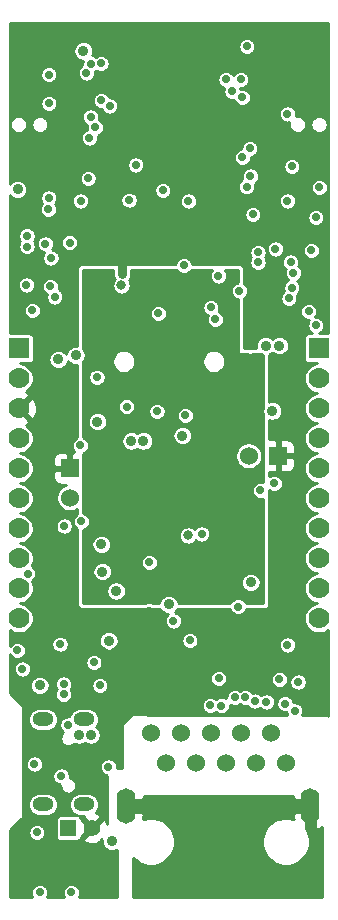
<source format=gbr>
G04 #@! TF.GenerationSoftware,KiCad,Pcbnew,5.1.0-rc2-unknown-036be7d~80~ubuntu16.04.1*
G04 #@! TF.CreationDate,2021-12-15T16:14:17+02:00*
G04 #@! TF.ProjectId,ESP32-PoE_Rev_I,45535033-322d-4506-9f45-5f5265765f49,I*
G04 #@! TF.SameCoordinates,Original*
G04 #@! TF.FileFunction,Copper,L2,Inr*
G04 #@! TF.FilePolarity,Positive*
%FSLAX46Y46*%
G04 Gerber Fmt 4.6, Leading zero omitted, Abs format (unit mm)*
G04 Created by KiCad (PCBNEW 5.1.0-rc2-unknown-036be7d~80~ubuntu16.04.1) date 2021-12-15 16:14:17*
%MOMM*%
%LPD*%
G04 APERTURE LIST*
%ADD10R,1.524000X1.524000*%
%ADD11C,1.524000*%
%ADD12C,1.300000*%
%ADD13C,2.000000*%
%ADD14O,1.600000X2.999999*%
%ADD15R,0.400000X0.400000*%
%ADD16R,1.422400X1.422400*%
%ADD17R,1.400000X1.400000*%
%ADD18C,1.400000*%
%ADD19C,1.778000*%
%ADD20R,1.778000X1.778000*%
%ADD21O,1.800000X1.200000*%
%ADD22C,1.800000*%
%ADD23C,0.900000*%
%ADD24C,0.700000*%
%ADD25C,0.800000*%
%ADD26C,0.762000*%
%ADD27C,3.048000*%
%ADD28C,0.254000*%
G04 APERTURE END LIST*
D10*
X113391000Y-132334000D03*
D11*
X110891000Y-132334000D03*
D12*
X101340000Y-106035000D03*
D13*
X103140000Y-104235000D03*
D12*
X104940000Y-106035000D03*
X101340000Y-102435000D03*
X104940000Y-102435000D03*
X103140000Y-102435000D03*
X103140000Y-106035000D03*
X101340000Y-104235000D03*
X104940000Y-104235000D03*
D11*
X102616000Y-155806000D03*
X103886000Y-158346000D03*
X105156000Y-155806000D03*
X106426000Y-158346000D03*
X107696000Y-155806000D03*
X108966000Y-158346000D03*
X110236000Y-155806000D03*
X111506000Y-158346000D03*
X112776000Y-155806000D03*
X114046000Y-158346000D03*
D14*
X100531000Y-161946000D03*
X116131000Y-161946000D03*
D15*
X112044000Y-149344000D03*
X112044000Y-148344000D03*
X111244000Y-147544000D03*
X110244000Y-147544000D03*
X109444000Y-148344000D03*
X109444000Y-149344000D03*
X110244000Y-150144000D03*
X111244000Y-150144000D03*
D16*
X110744000Y-148844000D03*
D17*
X95638620Y-163852860D03*
D18*
X97650300Y-163850320D03*
D19*
X116840000Y-130840000D03*
X116840000Y-128300000D03*
X116840000Y-125760000D03*
D20*
X116840000Y-123220000D03*
D19*
X116840000Y-133380000D03*
X116840000Y-135920000D03*
X116840000Y-141000000D03*
X116840000Y-138460000D03*
X116840000Y-143540000D03*
X116840000Y-146080000D03*
X91440000Y-130840000D03*
X91440000Y-128300000D03*
X91440000Y-125760000D03*
D20*
X91440000Y-123220000D03*
D19*
X91440000Y-133380000D03*
X91440000Y-135920000D03*
X91440000Y-141000000D03*
X91440000Y-138460000D03*
X91440000Y-143540000D03*
X91440000Y-146080000D03*
D21*
X93476000Y-154642000D03*
X96946000Y-154642000D03*
X96946000Y-161842000D03*
X93476000Y-161842000D03*
D22*
X105029000Y-133985000D03*
D11*
X95758000Y-135870000D03*
D10*
X95758000Y-133370000D03*
D23*
X99314000Y-164973000D03*
X93218000Y-151765000D03*
X98425000Y-139827000D03*
X94775020Y-124167900D03*
D24*
X92125800Y-113690400D03*
X92964000Y-163195000D03*
X93853000Y-163195000D03*
D23*
X98330590Y-161163000D03*
X114300000Y-106680000D03*
D24*
X101219000Y-115824000D03*
X102044500Y-115824000D03*
D23*
X117348000Y-103378000D03*
X117348000Y-102108000D03*
X117348000Y-98679000D03*
X114427000Y-100965000D03*
X114427000Y-99822000D03*
X114427000Y-98679000D03*
X114427000Y-97155000D03*
X105410000Y-107315000D03*
X106680000Y-103505000D03*
X106680000Y-106045000D03*
X107950000Y-107315000D03*
X107950000Y-104775000D03*
X109220000Y-106045000D03*
X104140000Y-107315000D03*
X107950000Y-103505000D03*
X107950000Y-106045000D03*
X109220000Y-104775000D03*
X106680000Y-107315000D03*
X106680000Y-104775000D03*
X106680000Y-102235000D03*
D24*
X98869500Y-106934000D03*
D23*
X91059000Y-102616000D03*
X91059000Y-101346000D03*
X91059000Y-100076000D03*
X91059000Y-98806000D03*
X92328990Y-98806000D03*
X93726000Y-98806000D03*
X93726000Y-97472500D03*
X114427000Y-96012000D03*
X110617000Y-96012000D03*
X106807000Y-96774000D03*
X108077000Y-96012000D03*
X105537000Y-96012000D03*
X102997000Y-96012000D03*
X101727000Y-96774000D03*
X104267000Y-96774000D03*
X109347000Y-96774000D03*
X100457000Y-96012000D03*
X93726000Y-96012000D03*
X97917000Y-96012000D03*
D24*
X102489000Y-109836724D03*
D23*
X100076000Y-112395000D03*
X94742000Y-167767000D03*
X94742000Y-166624000D03*
X107823000Y-112395000D03*
D24*
X94234000Y-144145000D03*
D23*
X103632000Y-112395000D03*
X99187000Y-96774000D03*
D24*
X117475000Y-105156000D03*
D23*
X96901000Y-96774000D03*
X102489000Y-112395000D03*
D24*
X100203000Y-116967000D03*
X95631000Y-146685000D03*
D23*
X99314000Y-169037000D03*
X102489000Y-145542000D03*
D24*
X115189000Y-150114000D03*
X106045000Y-153797000D03*
D25*
X102362000Y-149352000D03*
D23*
X98330590Y-160210498D03*
D24*
X104902000Y-147828000D03*
X95885000Y-121666000D03*
D23*
X100965000Y-131064000D03*
D24*
X102362000Y-153847800D03*
D25*
X93853000Y-137414000D03*
D23*
X113411000Y-141224000D03*
X113411000Y-140208000D03*
X99568000Y-154305000D03*
X110998000Y-103886000D03*
D24*
X110921800Y-110794800D03*
X95504000Y-158623000D03*
D23*
X110998000Y-121920000D03*
X110998000Y-122936000D03*
X101981000Y-131064000D03*
X111084360Y-143040100D03*
X105283000Y-130606800D03*
D24*
X92590110Y-120015000D03*
X94488000Y-118872000D03*
D23*
X96901000Y-98044000D03*
D24*
X116586000Y-112141000D03*
D23*
X99674680Y-143771620D03*
D25*
X100131880Y-117899180D03*
D23*
X96266000Y-123825000D03*
X98092260Y-129433320D03*
D25*
X105791000Y-139065000D03*
D24*
X110744000Y-97663000D03*
X116890800Y-109601000D03*
D23*
X91333320Y-109776260D03*
X99060000Y-147980400D03*
D24*
X113969800Y-153314400D03*
X108356400Y-151155400D03*
X113510000Y-151250000D03*
X93980000Y-100055001D03*
X92125800Y-114604800D03*
X111051173Y-108638173D03*
X103631994Y-109836732D03*
D23*
X96520000Y-155956000D03*
X97536000Y-155956000D03*
X98501200Y-142123160D03*
D24*
X105796410Y-110751157D03*
X100774500Y-110680496D03*
X101345994Y-107696000D03*
X97409000Y-105410000D03*
X95278919Y-138270969D03*
X94157800Y-115570000D03*
X108077000Y-120777000D03*
X110109000Y-118364000D03*
D23*
X112344200Y-122999500D03*
X112903000Y-128524000D03*
X113487200Y-122999500D03*
D24*
X110998000Y-106299000D03*
X115976400Y-120091200D03*
X110363000Y-107060996D03*
X93980000Y-102489000D03*
X110236000Y-100457000D03*
D23*
X102108000Y-168783000D03*
X105283000Y-168783000D03*
X108204000Y-168783000D03*
X110998000Y-168783000D03*
X112522000Y-167132000D03*
X104013000Y-167132000D03*
X106934000Y-167132000D03*
X109601000Y-167132000D03*
X105918000Y-164846000D03*
X110871000Y-164846000D03*
X108204000Y-164846000D03*
X103632000Y-161946000D03*
X113030000Y-161946000D03*
D24*
X114173000Y-148336000D03*
X111696500Y-115954254D03*
X96730025Y-137874369D03*
X96647000Y-131445000D03*
X100558600Y-128168400D03*
X98298000Y-151765000D03*
X97795080Y-149816820D03*
X95231599Y-151654399D03*
X95231596Y-152512566D03*
D23*
X104140000Y-144907000D03*
D24*
X110007400Y-145084800D03*
X92075000Y-117856016D03*
X92963986Y-164211000D03*
X99016820Y-158666180D03*
X97532247Y-103628247D03*
X109474000Y-101473000D03*
X116586000Y-121285000D03*
X105918000Y-147955000D03*
X114808000Y-153924000D03*
X104521000Y-146304000D03*
X115089940Y-151483060D03*
X95885000Y-169290994D03*
X93217439Y-169291561D03*
X92760768Y-158419800D03*
X94932500Y-148272500D03*
X95019852Y-159437320D03*
X95613220Y-155110180D03*
X114173000Y-103378000D03*
X108966000Y-100457000D03*
X94107000Y-117983000D03*
X107696000Y-119761000D03*
X108331000Y-117094000D03*
X110363000Y-101981000D03*
X91310373Y-148796940D03*
X91742260Y-150373080D03*
X97917000Y-104521000D03*
X97147890Y-99910341D03*
X92188792Y-142297910D03*
X102489000Y-141351000D03*
X111252000Y-111887000D03*
X113157000Y-114808000D03*
X103136700Y-128554480D03*
X106934000Y-138938000D03*
X114554000Y-107823000D03*
X116205000Y-114935000D03*
X105537000Y-128905000D03*
X114462245Y-115922976D03*
X105410000Y-116205000D03*
X114554000Y-118110000D03*
X114681000Y-116840000D03*
X114173000Y-110744000D03*
X110718600Y-109550200D03*
X114300000Y-118999000D03*
X111696500Y-115101841D03*
X103251000Y-120269000D03*
X96673145Y-110744000D03*
X93931740Y-111467900D03*
X97312968Y-108831208D03*
X93980000Y-110490555D03*
X93675200Y-114376200D03*
X98398693Y-99097193D03*
X99124867Y-102705397D03*
X98415660Y-102232500D03*
X97536008Y-99123500D03*
X95732400Y-114274400D03*
X107642660Y-153441400D03*
X111429800Y-153085800D03*
X108595160Y-153469340D03*
X112395000Y-153162000D03*
X109728000Y-152781000D03*
X110617000Y-152781000D03*
X113080800Y-134645400D03*
X105029000Y-136271000D03*
X106045000Y-136271000D03*
X104013000Y-136271000D03*
D23*
X110617000Y-135382000D03*
D24*
X105918000Y-131953000D03*
X105029000Y-131953000D03*
X104140000Y-131953000D03*
X111887000Y-135255000D03*
X98051620Y-125669040D03*
D26*
X100203000Y-116967000D02*
X100203000Y-115570000D01*
D27*
X105029000Y-133985000D02*
X106807000Y-133985000D01*
D28*
G36*
X117642001Y-121948157D02*
G01*
X116895193Y-121948157D01*
X116932258Y-121932804D01*
X117051985Y-121852805D01*
X117153805Y-121750985D01*
X117233804Y-121631258D01*
X117288908Y-121498225D01*
X117317000Y-121356997D01*
X117317000Y-121213003D01*
X117288908Y-121071775D01*
X117233804Y-120938742D01*
X117153805Y-120819015D01*
X117051985Y-120717195D01*
X116932258Y-120637196D01*
X116799225Y-120582092D01*
X116657997Y-120554000D01*
X116546333Y-120554000D01*
X116624204Y-120437458D01*
X116679308Y-120304425D01*
X116707400Y-120163197D01*
X116707400Y-120019203D01*
X116679308Y-119877975D01*
X116624204Y-119744942D01*
X116544205Y-119625215D01*
X116442385Y-119523395D01*
X116322658Y-119443396D01*
X116189625Y-119388292D01*
X116048397Y-119360200D01*
X115904403Y-119360200D01*
X115763175Y-119388292D01*
X115630142Y-119443396D01*
X115510415Y-119523395D01*
X115408595Y-119625215D01*
X115328596Y-119744942D01*
X115273492Y-119877975D01*
X115245400Y-120019203D01*
X115245400Y-120163197D01*
X115273492Y-120304425D01*
X115328596Y-120437458D01*
X115408595Y-120557185D01*
X115510415Y-120659005D01*
X115630142Y-120739004D01*
X115763175Y-120794108D01*
X115904403Y-120822200D01*
X116016067Y-120822200D01*
X115938196Y-120938742D01*
X115883092Y-121071775D01*
X115855000Y-121213003D01*
X115855000Y-121356997D01*
X115883092Y-121498225D01*
X115938196Y-121631258D01*
X116018195Y-121750985D01*
X116120015Y-121852805D01*
X116239742Y-121932804D01*
X116276807Y-121948157D01*
X115951000Y-121948157D01*
X115876311Y-121955513D01*
X115804492Y-121977299D01*
X115738304Y-122012678D01*
X115680289Y-122060289D01*
X115632678Y-122118304D01*
X115597299Y-122184492D01*
X115575513Y-122256311D01*
X115568157Y-122331000D01*
X115568157Y-124109000D01*
X115575513Y-124183689D01*
X115597299Y-124255508D01*
X115632678Y-124321696D01*
X115680289Y-124379711D01*
X115738304Y-124427322D01*
X115804492Y-124462701D01*
X115876311Y-124484487D01*
X115951000Y-124491843D01*
X116705651Y-124491843D01*
X116469555Y-124538805D01*
X116238429Y-124634541D01*
X116030422Y-124773527D01*
X115853527Y-124950422D01*
X115714541Y-125158429D01*
X115618805Y-125389555D01*
X115570000Y-125634916D01*
X115570000Y-125885084D01*
X115618805Y-126130445D01*
X115714541Y-126361571D01*
X115853527Y-126569578D01*
X116030422Y-126746473D01*
X116238429Y-126885459D01*
X116469555Y-126981195D01*
X116714916Y-127030000D01*
X116469555Y-127078805D01*
X116238429Y-127174541D01*
X116030422Y-127313527D01*
X115853527Y-127490422D01*
X115714541Y-127698429D01*
X115618805Y-127929555D01*
X115570000Y-128174916D01*
X115570000Y-128425084D01*
X115618805Y-128670445D01*
X115714541Y-128901571D01*
X115853527Y-129109578D01*
X116030422Y-129286473D01*
X116238429Y-129425459D01*
X116469555Y-129521195D01*
X116714916Y-129570000D01*
X116469555Y-129618805D01*
X116238429Y-129714541D01*
X116030422Y-129853527D01*
X115853527Y-130030422D01*
X115714541Y-130238429D01*
X115618805Y-130469555D01*
X115570000Y-130714916D01*
X115570000Y-130965084D01*
X115618805Y-131210445D01*
X115714541Y-131441571D01*
X115853527Y-131649578D01*
X116030422Y-131826473D01*
X116238429Y-131965459D01*
X116469555Y-132061195D01*
X116714916Y-132110000D01*
X116469555Y-132158805D01*
X116238429Y-132254541D01*
X116030422Y-132393527D01*
X115853527Y-132570422D01*
X115714541Y-132778429D01*
X115618805Y-133009555D01*
X115570000Y-133254916D01*
X115570000Y-133505084D01*
X115618805Y-133750445D01*
X115714541Y-133981571D01*
X115853527Y-134189578D01*
X116030422Y-134366473D01*
X116238429Y-134505459D01*
X116469555Y-134601195D01*
X116714916Y-134650000D01*
X116469555Y-134698805D01*
X116238429Y-134794541D01*
X116030422Y-134933527D01*
X115853527Y-135110422D01*
X115714541Y-135318429D01*
X115618805Y-135549555D01*
X115570000Y-135794916D01*
X115570000Y-136045084D01*
X115618805Y-136290445D01*
X115714541Y-136521571D01*
X115853527Y-136729578D01*
X116030422Y-136906473D01*
X116238429Y-137045459D01*
X116469555Y-137141195D01*
X116714916Y-137190000D01*
X116469555Y-137238805D01*
X116238429Y-137334541D01*
X116030422Y-137473527D01*
X115853527Y-137650422D01*
X115714541Y-137858429D01*
X115618805Y-138089555D01*
X115570000Y-138334916D01*
X115570000Y-138585084D01*
X115618805Y-138830445D01*
X115714541Y-139061571D01*
X115853527Y-139269578D01*
X116030422Y-139446473D01*
X116238429Y-139585459D01*
X116469555Y-139681195D01*
X116714916Y-139730000D01*
X116469555Y-139778805D01*
X116238429Y-139874541D01*
X116030422Y-140013527D01*
X115853527Y-140190422D01*
X115714541Y-140398429D01*
X115618805Y-140629555D01*
X115570000Y-140874916D01*
X115570000Y-141125084D01*
X115618805Y-141370445D01*
X115714541Y-141601571D01*
X115853527Y-141809578D01*
X116030422Y-141986473D01*
X116238429Y-142125459D01*
X116469555Y-142221195D01*
X116714916Y-142270000D01*
X116469555Y-142318805D01*
X116238429Y-142414541D01*
X116030422Y-142553527D01*
X115853527Y-142730422D01*
X115714541Y-142938429D01*
X115618805Y-143169555D01*
X115570000Y-143414916D01*
X115570000Y-143665084D01*
X115618805Y-143910445D01*
X115714541Y-144141571D01*
X115853527Y-144349578D01*
X116030422Y-144526473D01*
X116238429Y-144665459D01*
X116469555Y-144761195D01*
X116714916Y-144810000D01*
X116469555Y-144858805D01*
X116238429Y-144954541D01*
X116030422Y-145093527D01*
X115853527Y-145270422D01*
X115714541Y-145478429D01*
X115618805Y-145709555D01*
X115570000Y-145954916D01*
X115570000Y-146205084D01*
X115618805Y-146450445D01*
X115714541Y-146681571D01*
X115853527Y-146889578D01*
X116030422Y-147066473D01*
X116238429Y-147205459D01*
X116469555Y-147301195D01*
X116714916Y-147350000D01*
X116965084Y-147350000D01*
X117210445Y-147301195D01*
X117441571Y-147205459D01*
X117642000Y-147071536D01*
X117642000Y-154312058D01*
X117626776Y-154307440D01*
X117602000Y-154305000D01*
X115432590Y-154305000D01*
X115455804Y-154270258D01*
X115510908Y-154137225D01*
X115539000Y-153995997D01*
X115539000Y-153852003D01*
X115510908Y-153710775D01*
X115455804Y-153577742D01*
X115375805Y-153458015D01*
X115273985Y-153356195D01*
X115154258Y-153276196D01*
X115021225Y-153221092D01*
X114879997Y-153193000D01*
X114736003Y-153193000D01*
X114692687Y-153201616D01*
X114672708Y-153101175D01*
X114617604Y-152968142D01*
X114537605Y-152848415D01*
X114435785Y-152746595D01*
X114316058Y-152666596D01*
X114183025Y-152611492D01*
X114041797Y-152583400D01*
X113897803Y-152583400D01*
X113756575Y-152611492D01*
X113623542Y-152666596D01*
X113503815Y-152746595D01*
X113401995Y-152848415D01*
X113321996Y-152968142D01*
X113266892Y-153101175D01*
X113238800Y-153242403D01*
X113238800Y-153386397D01*
X113266892Y-153527625D01*
X113321996Y-153660658D01*
X113401995Y-153780385D01*
X113503815Y-153882205D01*
X113623542Y-153962204D01*
X113756575Y-154017308D01*
X113897803Y-154045400D01*
X114041797Y-154045400D01*
X114085113Y-154036784D01*
X114105092Y-154137225D01*
X114160196Y-154270258D01*
X114183410Y-154305000D01*
X102362000Y-154305000D01*
X102359560Y-154280224D01*
X102352333Y-154256399D01*
X102340597Y-154234443D01*
X102324803Y-154215197D01*
X102305557Y-154199403D01*
X102283601Y-154187667D01*
X102259776Y-154180440D01*
X102235000Y-154178000D01*
X101092000Y-154178000D01*
X101067224Y-154180440D01*
X101043399Y-154187667D01*
X101021443Y-154199403D01*
X101002197Y-154215197D01*
X100240197Y-154977197D01*
X100224403Y-154996443D01*
X100212667Y-155018399D01*
X100205440Y-155042224D01*
X100203000Y-155067000D01*
X100203000Y-158750000D01*
X99745468Y-158750000D01*
X99747820Y-158738177D01*
X99747820Y-158594183D01*
X99719728Y-158452955D01*
X99664624Y-158319922D01*
X99584625Y-158200195D01*
X99482805Y-158098375D01*
X99363078Y-158018376D01*
X99230045Y-157963272D01*
X99088817Y-157935180D01*
X98944823Y-157935180D01*
X98803595Y-157963272D01*
X98670562Y-158018376D01*
X98550835Y-158098375D01*
X98449015Y-158200195D01*
X98369016Y-158319922D01*
X98313912Y-158452955D01*
X98285820Y-158594183D01*
X98285820Y-158738177D01*
X98313912Y-158879405D01*
X98369016Y-159012438D01*
X98449015Y-159132165D01*
X98550835Y-159233985D01*
X98670562Y-159313984D01*
X98803595Y-159369088D01*
X98933000Y-159394828D01*
X98933000Y-163470989D01*
X98859235Y-163268954D01*
X98805337Y-163168117D01*
X98571569Y-163108656D01*
X97829905Y-163850320D01*
X97844048Y-163864463D01*
X97664443Y-164044068D01*
X97650300Y-164029925D01*
X96908636Y-164771589D01*
X96968097Y-165005357D01*
X97206542Y-165116254D01*
X97462040Y-165178503D01*
X97724773Y-165189710D01*
X97984644Y-165149445D01*
X98231666Y-165059255D01*
X98332503Y-165005357D01*
X98391963Y-164771591D01*
X98487733Y-164867361D01*
X98483000Y-164891154D01*
X98483000Y-165054846D01*
X98514935Y-165215394D01*
X98577577Y-165366626D01*
X98668520Y-165502732D01*
X98784268Y-165618480D01*
X98920374Y-165709423D01*
X99071606Y-165772065D01*
X99232154Y-165804000D01*
X99395846Y-165804000D01*
X99556394Y-165772065D01*
X99707626Y-165709423D01*
X99758500Y-165675430D01*
X99758500Y-169642000D01*
X96529631Y-169642000D01*
X96532804Y-169637252D01*
X96587908Y-169504219D01*
X96616000Y-169362991D01*
X96616000Y-169218997D01*
X96587908Y-169077769D01*
X96532804Y-168944736D01*
X96452805Y-168825009D01*
X96350985Y-168723189D01*
X96231258Y-168643190D01*
X96098225Y-168588086D01*
X95956997Y-168559994D01*
X95813003Y-168559994D01*
X95671775Y-168588086D01*
X95538742Y-168643190D01*
X95419015Y-168723189D01*
X95317195Y-168825009D01*
X95237196Y-168944736D01*
X95182092Y-169077769D01*
X95154000Y-169218997D01*
X95154000Y-169362991D01*
X95182092Y-169504219D01*
X95237196Y-169637252D01*
X95240369Y-169642000D01*
X93862449Y-169642000D01*
X93865243Y-169637819D01*
X93920347Y-169504786D01*
X93948439Y-169363558D01*
X93948439Y-169219564D01*
X93920347Y-169078336D01*
X93865243Y-168945303D01*
X93785244Y-168825576D01*
X93683424Y-168723756D01*
X93563697Y-168643757D01*
X93430664Y-168588653D01*
X93289436Y-168560561D01*
X93145442Y-168560561D01*
X93004214Y-168588653D01*
X92871181Y-168643757D01*
X92751454Y-168723756D01*
X92649634Y-168825576D01*
X92569635Y-168945303D01*
X92514531Y-169078336D01*
X92486439Y-169219564D01*
X92486439Y-169363558D01*
X92514531Y-169504786D01*
X92569635Y-169637819D01*
X92572429Y-169642000D01*
X90658000Y-169642000D01*
X90658000Y-164139003D01*
X92232986Y-164139003D01*
X92232986Y-164282997D01*
X92261078Y-164424225D01*
X92316182Y-164557258D01*
X92396181Y-164676985D01*
X92498001Y-164778805D01*
X92617728Y-164858804D01*
X92750761Y-164913908D01*
X92891989Y-164942000D01*
X93035983Y-164942000D01*
X93177211Y-164913908D01*
X93310244Y-164858804D01*
X93429971Y-164778805D01*
X93531791Y-164676985D01*
X93611790Y-164557258D01*
X93666894Y-164424225D01*
X93694986Y-164282997D01*
X93694986Y-164139003D01*
X93666894Y-163997775D01*
X93611790Y-163864742D01*
X93531791Y-163745015D01*
X93429971Y-163643195D01*
X93310244Y-163563196D01*
X93177211Y-163508092D01*
X93035983Y-163480000D01*
X92891989Y-163480000D01*
X92750761Y-163508092D01*
X92617728Y-163563196D01*
X92498001Y-163643195D01*
X92396181Y-163745015D01*
X92316182Y-163864742D01*
X92261078Y-163997775D01*
X92232986Y-164139003D01*
X90658000Y-164139003D01*
X90658000Y-164043005D01*
X91563721Y-163152860D01*
X94555777Y-163152860D01*
X94555777Y-164552860D01*
X94563133Y-164627549D01*
X94584919Y-164699368D01*
X94620298Y-164765556D01*
X94667909Y-164823571D01*
X94725924Y-164871182D01*
X94792112Y-164906561D01*
X94863931Y-164928347D01*
X94938620Y-164935703D01*
X96338620Y-164935703D01*
X96413309Y-164928347D01*
X96485128Y-164906561D01*
X96551316Y-164871182D01*
X96609331Y-164823571D01*
X96656942Y-164765556D01*
X96692321Y-164699368D01*
X96714107Y-164627549D01*
X96717889Y-164589150D01*
X96729031Y-164591984D01*
X97470695Y-163850320D01*
X96729031Y-163108656D01*
X96717401Y-163111614D01*
X96714107Y-163078171D01*
X96692321Y-163006352D01*
X96656942Y-162940164D01*
X96609331Y-162882149D01*
X96551316Y-162834538D01*
X96514352Y-162814780D01*
X96597813Y-162823000D01*
X96935611Y-162823000D01*
X96908636Y-162929051D01*
X97650300Y-163670715D01*
X98391964Y-162929051D01*
X98332503Y-162695283D01*
X98094058Y-162584386D01*
X97934984Y-162545630D01*
X97943028Y-162539028D01*
X98065618Y-162389651D01*
X98156711Y-162219229D01*
X98212805Y-162034310D01*
X98231746Y-161842000D01*
X98212805Y-161649690D01*
X98156711Y-161464771D01*
X98065618Y-161294349D01*
X97943028Y-161144972D01*
X97793651Y-161022382D01*
X97623229Y-160931289D01*
X97438310Y-160875195D01*
X97294187Y-160861000D01*
X96597813Y-160861000D01*
X96453690Y-160875195D01*
X96268771Y-160931289D01*
X96098349Y-161022382D01*
X95948972Y-161144972D01*
X95826382Y-161294349D01*
X95735289Y-161464771D01*
X95679195Y-161649690D01*
X95660254Y-161842000D01*
X95679195Y-162034310D01*
X95735289Y-162219229D01*
X95826382Y-162389651D01*
X95948972Y-162539028D01*
X96098349Y-162661618D01*
X96268771Y-162752711D01*
X96325822Y-162770017D01*
X94938620Y-162770017D01*
X94863931Y-162777373D01*
X94792112Y-162799159D01*
X94725924Y-162834538D01*
X94667909Y-162882149D01*
X94620298Y-162940164D01*
X94584919Y-163006352D01*
X94563133Y-163078171D01*
X94555777Y-163152860D01*
X91563721Y-163152860D01*
X91652865Y-163065250D01*
X91673948Y-163047948D01*
X91704268Y-163011002D01*
X91734954Y-162974266D01*
X91736021Y-162972311D01*
X91737429Y-162970595D01*
X91759941Y-162928479D01*
X91782889Y-162886427D01*
X91783554Y-162884303D01*
X91784601Y-162882343D01*
X91798490Y-162836556D01*
X91812766Y-162790923D01*
X91813003Y-162788715D01*
X91813649Y-162786585D01*
X91818339Y-162738967D01*
X91823438Y-162691427D01*
X91821000Y-162664263D01*
X91821000Y-161842000D01*
X92190254Y-161842000D01*
X92209195Y-162034310D01*
X92265289Y-162219229D01*
X92356382Y-162389651D01*
X92478972Y-162539028D01*
X92628349Y-162661618D01*
X92798771Y-162752711D01*
X92983690Y-162808805D01*
X93127813Y-162823000D01*
X93824187Y-162823000D01*
X93968310Y-162808805D01*
X94153229Y-162752711D01*
X94323651Y-162661618D01*
X94473028Y-162539028D01*
X94595618Y-162389651D01*
X94686711Y-162219229D01*
X94742805Y-162034310D01*
X94761746Y-161842000D01*
X94742805Y-161649690D01*
X94686711Y-161464771D01*
X94595618Y-161294349D01*
X94473028Y-161144972D01*
X94323651Y-161022382D01*
X94153229Y-160931289D01*
X93968310Y-160875195D01*
X93824187Y-160861000D01*
X93127813Y-160861000D01*
X92983690Y-160875195D01*
X92798771Y-160931289D01*
X92628349Y-161022382D01*
X92478972Y-161144972D01*
X92356382Y-161294349D01*
X92265289Y-161464771D01*
X92209195Y-161649690D01*
X92190254Y-161842000D01*
X91821000Y-161842000D01*
X91821000Y-159365323D01*
X94288852Y-159365323D01*
X94288852Y-159509317D01*
X94316944Y-159650545D01*
X94372048Y-159783578D01*
X94452047Y-159903305D01*
X94553867Y-160005125D01*
X94673594Y-160085124D01*
X94806627Y-160140228D01*
X94946373Y-160168025D01*
X94945000Y-160174927D01*
X94945000Y-160309073D01*
X94971171Y-160440640D01*
X95022506Y-160564574D01*
X95097033Y-160676112D01*
X95191888Y-160770967D01*
X95303426Y-160845494D01*
X95427360Y-160896829D01*
X95558927Y-160923000D01*
X95693073Y-160923000D01*
X95824640Y-160896829D01*
X95948574Y-160845494D01*
X96060112Y-160770967D01*
X96154967Y-160676112D01*
X96229494Y-160564574D01*
X96280829Y-160440640D01*
X96307000Y-160309073D01*
X96307000Y-160174927D01*
X96280829Y-160043360D01*
X96229494Y-159919426D01*
X96154967Y-159807888D01*
X96060112Y-159713033D01*
X95948574Y-159638506D01*
X95824640Y-159587171D01*
X95738764Y-159570089D01*
X95750852Y-159509317D01*
X95750852Y-159365323D01*
X95722760Y-159224095D01*
X95667656Y-159091062D01*
X95587657Y-158971335D01*
X95485837Y-158869515D01*
X95366110Y-158789516D01*
X95233077Y-158734412D01*
X95091849Y-158706320D01*
X94947855Y-158706320D01*
X94806627Y-158734412D01*
X94673594Y-158789516D01*
X94553867Y-158869515D01*
X94452047Y-158971335D01*
X94372048Y-159091062D01*
X94316944Y-159224095D01*
X94288852Y-159365323D01*
X91821000Y-159365323D01*
X91821000Y-158347803D01*
X92029768Y-158347803D01*
X92029768Y-158491797D01*
X92057860Y-158633025D01*
X92112964Y-158766058D01*
X92192963Y-158885785D01*
X92294783Y-158987605D01*
X92414510Y-159067604D01*
X92547543Y-159122708D01*
X92688771Y-159150800D01*
X92832765Y-159150800D01*
X92973993Y-159122708D01*
X93107026Y-159067604D01*
X93226753Y-158987605D01*
X93328573Y-158885785D01*
X93408572Y-158766058D01*
X93463676Y-158633025D01*
X93491768Y-158491797D01*
X93491768Y-158347803D01*
X93463676Y-158206575D01*
X93408572Y-158073542D01*
X93328573Y-157953815D01*
X93226753Y-157851995D01*
X93107026Y-157771996D01*
X92973993Y-157716892D01*
X92832765Y-157688800D01*
X92688771Y-157688800D01*
X92547543Y-157716892D01*
X92414510Y-157771996D01*
X92294783Y-157851995D01*
X92192963Y-157953815D01*
X92112964Y-158073542D01*
X92057860Y-158206575D01*
X92029768Y-158347803D01*
X91821000Y-158347803D01*
X91821000Y-154642000D01*
X92190254Y-154642000D01*
X92209195Y-154834310D01*
X92265289Y-155019229D01*
X92356382Y-155189651D01*
X92478972Y-155339028D01*
X92628349Y-155461618D01*
X92798771Y-155552711D01*
X92983690Y-155608805D01*
X93127813Y-155623000D01*
X93824187Y-155623000D01*
X93968310Y-155608805D01*
X94153229Y-155552711D01*
X94323651Y-155461618D01*
X94473028Y-155339028D01*
X94595618Y-155189651D01*
X94676579Y-155038183D01*
X94882220Y-155038183D01*
X94882220Y-155182177D01*
X94910312Y-155323405D01*
X94965416Y-155456438D01*
X95045415Y-155576165D01*
X95147235Y-155677985D01*
X95195788Y-155710427D01*
X95191888Y-155713033D01*
X95097033Y-155807888D01*
X95022506Y-155919426D01*
X94971171Y-156043360D01*
X94945000Y-156174927D01*
X94945000Y-156309073D01*
X94971171Y-156440640D01*
X95022506Y-156564574D01*
X95097033Y-156676112D01*
X95191888Y-156770967D01*
X95303426Y-156845494D01*
X95427360Y-156896829D01*
X95558927Y-156923000D01*
X95693073Y-156923000D01*
X95824640Y-156896829D01*
X95948574Y-156845494D01*
X96060112Y-156770967D01*
X96135059Y-156696020D01*
X96277606Y-156755065D01*
X96438154Y-156787000D01*
X96601846Y-156787000D01*
X96762394Y-156755065D01*
X96913626Y-156692423D01*
X97028000Y-156616001D01*
X97142374Y-156692423D01*
X97293606Y-156755065D01*
X97454154Y-156787000D01*
X97617846Y-156787000D01*
X97778394Y-156755065D01*
X97929626Y-156692423D01*
X98065732Y-156601480D01*
X98181480Y-156485732D01*
X98272423Y-156349626D01*
X98335065Y-156198394D01*
X98367000Y-156037846D01*
X98367000Y-155874154D01*
X98335065Y-155713606D01*
X98272423Y-155562374D01*
X98181480Y-155426268D01*
X98065732Y-155310520D01*
X98001594Y-155267665D01*
X98065618Y-155189651D01*
X98156711Y-155019229D01*
X98212805Y-154834310D01*
X98231746Y-154642000D01*
X98212805Y-154449690D01*
X98156711Y-154264771D01*
X98065618Y-154094349D01*
X97943028Y-153944972D01*
X97793651Y-153822382D01*
X97623229Y-153731289D01*
X97438310Y-153675195D01*
X97294187Y-153661000D01*
X96597813Y-153661000D01*
X96453690Y-153675195D01*
X96268771Y-153731289D01*
X96098349Y-153822382D01*
X95948972Y-153944972D01*
X95826382Y-154094349D01*
X95735289Y-154264771D01*
X95699709Y-154382063D01*
X95685217Y-154379180D01*
X95541223Y-154379180D01*
X95399995Y-154407272D01*
X95266962Y-154462376D01*
X95147235Y-154542375D01*
X95045415Y-154644195D01*
X94965416Y-154763922D01*
X94910312Y-154896955D01*
X94882220Y-155038183D01*
X94676579Y-155038183D01*
X94686711Y-155019229D01*
X94742805Y-154834310D01*
X94761746Y-154642000D01*
X94742805Y-154449690D01*
X94686711Y-154264771D01*
X94595618Y-154094349D01*
X94473028Y-153944972D01*
X94323651Y-153822382D01*
X94153229Y-153731289D01*
X93968310Y-153675195D01*
X93824187Y-153661000D01*
X93127813Y-153661000D01*
X92983690Y-153675195D01*
X92798771Y-153731289D01*
X92628349Y-153822382D01*
X92478972Y-153944972D01*
X92356382Y-154094349D01*
X92265289Y-154264771D01*
X92209195Y-154449690D01*
X92190254Y-154642000D01*
X91821000Y-154642000D01*
X91821000Y-153819737D01*
X91823438Y-153792573D01*
X91818339Y-153745033D01*
X91813649Y-153697415D01*
X91813003Y-153695285D01*
X91812766Y-153693077D01*
X91798490Y-153647444D01*
X91784601Y-153601657D01*
X91783554Y-153599697D01*
X91782889Y-153597573D01*
X91759941Y-153555521D01*
X91737429Y-153513405D01*
X91736021Y-153511689D01*
X91734954Y-153509734D01*
X91704268Y-153472998D01*
X91673948Y-153436052D01*
X91652865Y-153418750D01*
X91602655Y-153369403D01*
X106911660Y-153369403D01*
X106911660Y-153513397D01*
X106939752Y-153654625D01*
X106994856Y-153787658D01*
X107074855Y-153907385D01*
X107176675Y-154009205D01*
X107296402Y-154089204D01*
X107429435Y-154144308D01*
X107570663Y-154172400D01*
X107714657Y-154172400D01*
X107855885Y-154144308D01*
X107988918Y-154089204D01*
X108104203Y-154012173D01*
X108129175Y-154037145D01*
X108248902Y-154117144D01*
X108381935Y-154172248D01*
X108523163Y-154200340D01*
X108667157Y-154200340D01*
X108808385Y-154172248D01*
X108941418Y-154117144D01*
X109061145Y-154037145D01*
X109162965Y-153935325D01*
X109242964Y-153815598D01*
X109298068Y-153682565D01*
X109326160Y-153541337D01*
X109326160Y-153397343D01*
X109324858Y-153390795D01*
X109381742Y-153428804D01*
X109514775Y-153483908D01*
X109656003Y-153512000D01*
X109799997Y-153512000D01*
X109941225Y-153483908D01*
X110074258Y-153428804D01*
X110172500Y-153363161D01*
X110270742Y-153428804D01*
X110403775Y-153483908D01*
X110545003Y-153512000D01*
X110688997Y-153512000D01*
X110818235Y-153486293D01*
X110861995Y-153551785D01*
X110963815Y-153653605D01*
X111083542Y-153733604D01*
X111216575Y-153788708D01*
X111357803Y-153816800D01*
X111501797Y-153816800D01*
X111643025Y-153788708D01*
X111776058Y-153733604D01*
X111870026Y-153670816D01*
X111929015Y-153729805D01*
X112048742Y-153809804D01*
X112181775Y-153864908D01*
X112323003Y-153893000D01*
X112466997Y-153893000D01*
X112608225Y-153864908D01*
X112741258Y-153809804D01*
X112860985Y-153729805D01*
X112962805Y-153627985D01*
X113042804Y-153508258D01*
X113097908Y-153375225D01*
X113126000Y-153233997D01*
X113126000Y-153090003D01*
X113097908Y-152948775D01*
X113042804Y-152815742D01*
X112962805Y-152696015D01*
X112860985Y-152594195D01*
X112741258Y-152514196D01*
X112608225Y-152459092D01*
X112466997Y-152431000D01*
X112323003Y-152431000D01*
X112181775Y-152459092D01*
X112048742Y-152514196D01*
X111954774Y-152576984D01*
X111895785Y-152517995D01*
X111776058Y-152437996D01*
X111643025Y-152382892D01*
X111501797Y-152354800D01*
X111357803Y-152354800D01*
X111228565Y-152380507D01*
X111184805Y-152315015D01*
X111082985Y-152213195D01*
X110963258Y-152133196D01*
X110830225Y-152078092D01*
X110688997Y-152050000D01*
X110545003Y-152050000D01*
X110403775Y-152078092D01*
X110270742Y-152133196D01*
X110172500Y-152198839D01*
X110074258Y-152133196D01*
X109941225Y-152078092D01*
X109799997Y-152050000D01*
X109656003Y-152050000D01*
X109514775Y-152078092D01*
X109381742Y-152133196D01*
X109262015Y-152213195D01*
X109160195Y-152315015D01*
X109080196Y-152434742D01*
X109025092Y-152567775D01*
X108997000Y-152709003D01*
X108997000Y-152852997D01*
X108998302Y-152859545D01*
X108941418Y-152821536D01*
X108808385Y-152766432D01*
X108667157Y-152738340D01*
X108523163Y-152738340D01*
X108381935Y-152766432D01*
X108248902Y-152821536D01*
X108133617Y-152898567D01*
X108108645Y-152873595D01*
X107988918Y-152793596D01*
X107855885Y-152738492D01*
X107714657Y-152710400D01*
X107570663Y-152710400D01*
X107429435Y-152738492D01*
X107296402Y-152793596D01*
X107176675Y-152873595D01*
X107074855Y-152975415D01*
X106994856Y-153095142D01*
X106939752Y-153228175D01*
X106911660Y-153369403D01*
X91602655Y-153369403D01*
X90658000Y-152440995D01*
X90658000Y-151683154D01*
X92387000Y-151683154D01*
X92387000Y-151846846D01*
X92418935Y-152007394D01*
X92481577Y-152158626D01*
X92572520Y-152294732D01*
X92688268Y-152410480D01*
X92824374Y-152501423D01*
X92975606Y-152564065D01*
X93136154Y-152596000D01*
X93299846Y-152596000D01*
X93460394Y-152564065D01*
X93611626Y-152501423D01*
X93702700Y-152440569D01*
X94500596Y-152440569D01*
X94500596Y-152584563D01*
X94528688Y-152725791D01*
X94583792Y-152858824D01*
X94663791Y-152978551D01*
X94765611Y-153080371D01*
X94885338Y-153160370D01*
X95018371Y-153215474D01*
X95159599Y-153243566D01*
X95303593Y-153243566D01*
X95444821Y-153215474D01*
X95577854Y-153160370D01*
X95697581Y-153080371D01*
X95799401Y-152978551D01*
X95879400Y-152858824D01*
X95934504Y-152725791D01*
X95962596Y-152584563D01*
X95962596Y-152440569D01*
X95934504Y-152299341D01*
X95879400Y-152166308D01*
X95824059Y-152083485D01*
X95879403Y-152000657D01*
X95934507Y-151867624D01*
X95962599Y-151726396D01*
X95962599Y-151693003D01*
X97567000Y-151693003D01*
X97567000Y-151836997D01*
X97595092Y-151978225D01*
X97650196Y-152111258D01*
X97730195Y-152230985D01*
X97832015Y-152332805D01*
X97951742Y-152412804D01*
X98084775Y-152467908D01*
X98226003Y-152496000D01*
X98369997Y-152496000D01*
X98511225Y-152467908D01*
X98644258Y-152412804D01*
X98763985Y-152332805D01*
X98865805Y-152230985D01*
X98945804Y-152111258D01*
X99000908Y-151978225D01*
X99029000Y-151836997D01*
X99029000Y-151693003D01*
X99000908Y-151551775D01*
X98945804Y-151418742D01*
X98865805Y-151299015D01*
X98763985Y-151197195D01*
X98644258Y-151117196D01*
X98562675Y-151083403D01*
X107625400Y-151083403D01*
X107625400Y-151227397D01*
X107653492Y-151368625D01*
X107708596Y-151501658D01*
X107788595Y-151621385D01*
X107890415Y-151723205D01*
X108010142Y-151803204D01*
X108143175Y-151858308D01*
X108284403Y-151886400D01*
X108428397Y-151886400D01*
X108569625Y-151858308D01*
X108702658Y-151803204D01*
X108822385Y-151723205D01*
X108924205Y-151621385D01*
X109004204Y-151501658D01*
X109059308Y-151368625D01*
X109087400Y-151227397D01*
X109087400Y-151178003D01*
X112779000Y-151178003D01*
X112779000Y-151321997D01*
X112807092Y-151463225D01*
X112862196Y-151596258D01*
X112942195Y-151715985D01*
X113044015Y-151817805D01*
X113163742Y-151897804D01*
X113296775Y-151952908D01*
X113438003Y-151981000D01*
X113581997Y-151981000D01*
X113723225Y-151952908D01*
X113856258Y-151897804D01*
X113975985Y-151817805D01*
X114077805Y-151715985D01*
X114157804Y-151596258D01*
X114212908Y-151463225D01*
X114223283Y-151411063D01*
X114358940Y-151411063D01*
X114358940Y-151555057D01*
X114387032Y-151696285D01*
X114442136Y-151829318D01*
X114522135Y-151949045D01*
X114623955Y-152050865D01*
X114743682Y-152130864D01*
X114876715Y-152185968D01*
X115017943Y-152214060D01*
X115161937Y-152214060D01*
X115303165Y-152185968D01*
X115436198Y-152130864D01*
X115555925Y-152050865D01*
X115657745Y-151949045D01*
X115737744Y-151829318D01*
X115792848Y-151696285D01*
X115820940Y-151555057D01*
X115820940Y-151411063D01*
X115792848Y-151269835D01*
X115737744Y-151136802D01*
X115657745Y-151017075D01*
X115555925Y-150915255D01*
X115436198Y-150835256D01*
X115303165Y-150780152D01*
X115161937Y-150752060D01*
X115017943Y-150752060D01*
X114876715Y-150780152D01*
X114743682Y-150835256D01*
X114623955Y-150915255D01*
X114522135Y-151017075D01*
X114442136Y-151136802D01*
X114387032Y-151269835D01*
X114358940Y-151411063D01*
X114223283Y-151411063D01*
X114241000Y-151321997D01*
X114241000Y-151178003D01*
X114212908Y-151036775D01*
X114157804Y-150903742D01*
X114077805Y-150784015D01*
X113975985Y-150682195D01*
X113856258Y-150602196D01*
X113723225Y-150547092D01*
X113581997Y-150519000D01*
X113438003Y-150519000D01*
X113296775Y-150547092D01*
X113163742Y-150602196D01*
X113044015Y-150682195D01*
X112942195Y-150784015D01*
X112862196Y-150903742D01*
X112807092Y-151036775D01*
X112779000Y-151178003D01*
X109087400Y-151178003D01*
X109087400Y-151083403D01*
X109059308Y-150942175D01*
X109004204Y-150809142D01*
X108924205Y-150689415D01*
X108822385Y-150587595D01*
X108702658Y-150507596D01*
X108569625Y-150452492D01*
X108428397Y-150424400D01*
X108284403Y-150424400D01*
X108143175Y-150452492D01*
X108010142Y-150507596D01*
X107890415Y-150587595D01*
X107788595Y-150689415D01*
X107708596Y-150809142D01*
X107653492Y-150942175D01*
X107625400Y-151083403D01*
X98562675Y-151083403D01*
X98511225Y-151062092D01*
X98369997Y-151034000D01*
X98226003Y-151034000D01*
X98084775Y-151062092D01*
X97951742Y-151117196D01*
X97832015Y-151197195D01*
X97730195Y-151299015D01*
X97650196Y-151418742D01*
X97595092Y-151551775D01*
X97567000Y-151693003D01*
X95962599Y-151693003D01*
X95962599Y-151582402D01*
X95934507Y-151441174D01*
X95879403Y-151308141D01*
X95799404Y-151188414D01*
X95697584Y-151086594D01*
X95577857Y-151006595D01*
X95444824Y-150951491D01*
X95303596Y-150923399D01*
X95159602Y-150923399D01*
X95018374Y-150951491D01*
X94885341Y-151006595D01*
X94765614Y-151086594D01*
X94663794Y-151188414D01*
X94583795Y-151308141D01*
X94528691Y-151441174D01*
X94500599Y-151582402D01*
X94500599Y-151726396D01*
X94528691Y-151867624D01*
X94583795Y-152000657D01*
X94639136Y-152083480D01*
X94583792Y-152166308D01*
X94528688Y-152299341D01*
X94500596Y-152440569D01*
X93702700Y-152440569D01*
X93747732Y-152410480D01*
X93863480Y-152294732D01*
X93954423Y-152158626D01*
X94017065Y-152007394D01*
X94049000Y-151846846D01*
X94049000Y-151683154D01*
X94017065Y-151522606D01*
X93954423Y-151371374D01*
X93863480Y-151235268D01*
X93747732Y-151119520D01*
X93611626Y-151028577D01*
X93460394Y-150965935D01*
X93299846Y-150934000D01*
X93136154Y-150934000D01*
X92975606Y-150965935D01*
X92824374Y-151028577D01*
X92688268Y-151119520D01*
X92572520Y-151235268D01*
X92481577Y-151371374D01*
X92418935Y-151522606D01*
X92387000Y-151683154D01*
X90658000Y-151683154D01*
X90658000Y-150301083D01*
X91011260Y-150301083D01*
X91011260Y-150445077D01*
X91039352Y-150586305D01*
X91094456Y-150719338D01*
X91174455Y-150839065D01*
X91276275Y-150940885D01*
X91396002Y-151020884D01*
X91529035Y-151075988D01*
X91670263Y-151104080D01*
X91814257Y-151104080D01*
X91955485Y-151075988D01*
X92088518Y-151020884D01*
X92208245Y-150940885D01*
X92310065Y-150839065D01*
X92390064Y-150719338D01*
X92445168Y-150586305D01*
X92473260Y-150445077D01*
X92473260Y-150301083D01*
X92445168Y-150159855D01*
X92390064Y-150026822D01*
X92310065Y-149907095D01*
X92208245Y-149805275D01*
X92117773Y-149744823D01*
X97064080Y-149744823D01*
X97064080Y-149888817D01*
X97092172Y-150030045D01*
X97147276Y-150163078D01*
X97227275Y-150282805D01*
X97329095Y-150384625D01*
X97448822Y-150464624D01*
X97581855Y-150519728D01*
X97723083Y-150547820D01*
X97867077Y-150547820D01*
X98008305Y-150519728D01*
X98141338Y-150464624D01*
X98261065Y-150384625D01*
X98362885Y-150282805D01*
X98442884Y-150163078D01*
X98497988Y-150030045D01*
X98526080Y-149888817D01*
X98526080Y-149744823D01*
X98497988Y-149603595D01*
X98442884Y-149470562D01*
X98362885Y-149350835D01*
X98261065Y-149249015D01*
X98141338Y-149169016D01*
X98008305Y-149113912D01*
X97867077Y-149085820D01*
X97723083Y-149085820D01*
X97581855Y-149113912D01*
X97448822Y-149169016D01*
X97329095Y-149249015D01*
X97227275Y-149350835D01*
X97147276Y-149470562D01*
X97092172Y-149603595D01*
X97064080Y-149744823D01*
X92117773Y-149744823D01*
X92088518Y-149725276D01*
X91955485Y-149670172D01*
X91814257Y-149642080D01*
X91670263Y-149642080D01*
X91529035Y-149670172D01*
X91396002Y-149725276D01*
X91276275Y-149805275D01*
X91174455Y-149907095D01*
X91094456Y-150026822D01*
X91039352Y-150159855D01*
X91011260Y-150301083D01*
X90658000Y-150301083D01*
X90658000Y-149132167D01*
X90662569Y-149143198D01*
X90742568Y-149262925D01*
X90844388Y-149364745D01*
X90964115Y-149444744D01*
X91097148Y-149499848D01*
X91238376Y-149527940D01*
X91382370Y-149527940D01*
X91523598Y-149499848D01*
X91656631Y-149444744D01*
X91776358Y-149364745D01*
X91878178Y-149262925D01*
X91958177Y-149143198D01*
X92013281Y-149010165D01*
X92041373Y-148868937D01*
X92041373Y-148724943D01*
X92013281Y-148583715D01*
X91958177Y-148450682D01*
X91878178Y-148330955D01*
X91776358Y-148229135D01*
X91733508Y-148200503D01*
X94201500Y-148200503D01*
X94201500Y-148344497D01*
X94229592Y-148485725D01*
X94284696Y-148618758D01*
X94364695Y-148738485D01*
X94466515Y-148840305D01*
X94586242Y-148920304D01*
X94719275Y-148975408D01*
X94860503Y-149003500D01*
X95004497Y-149003500D01*
X95145725Y-148975408D01*
X95278758Y-148920304D01*
X95398485Y-148840305D01*
X95500305Y-148738485D01*
X95580304Y-148618758D01*
X95635408Y-148485725D01*
X95663500Y-148344497D01*
X95663500Y-148200503D01*
X95635408Y-148059275D01*
X95580304Y-147926242D01*
X95561804Y-147898554D01*
X98229000Y-147898554D01*
X98229000Y-148062246D01*
X98260935Y-148222794D01*
X98323577Y-148374026D01*
X98414520Y-148510132D01*
X98530268Y-148625880D01*
X98666374Y-148716823D01*
X98817606Y-148779465D01*
X98978154Y-148811400D01*
X99141846Y-148811400D01*
X99302394Y-148779465D01*
X99453626Y-148716823D01*
X99589732Y-148625880D01*
X99705480Y-148510132D01*
X99796423Y-148374026D01*
X99859065Y-148222794D01*
X99891000Y-148062246D01*
X99891000Y-147898554D01*
X99887907Y-147883003D01*
X105187000Y-147883003D01*
X105187000Y-148026997D01*
X105215092Y-148168225D01*
X105270196Y-148301258D01*
X105350195Y-148420985D01*
X105452015Y-148522805D01*
X105571742Y-148602804D01*
X105704775Y-148657908D01*
X105846003Y-148686000D01*
X105989997Y-148686000D01*
X106131225Y-148657908D01*
X106264258Y-148602804D01*
X106383985Y-148522805D01*
X106485805Y-148420985D01*
X106565804Y-148301258D01*
X106581235Y-148264003D01*
X113442000Y-148264003D01*
X113442000Y-148407997D01*
X113470092Y-148549225D01*
X113525196Y-148682258D01*
X113605195Y-148801985D01*
X113707015Y-148903805D01*
X113826742Y-148983804D01*
X113959775Y-149038908D01*
X114101003Y-149067000D01*
X114244997Y-149067000D01*
X114386225Y-149038908D01*
X114519258Y-148983804D01*
X114638985Y-148903805D01*
X114740805Y-148801985D01*
X114820804Y-148682258D01*
X114875908Y-148549225D01*
X114904000Y-148407997D01*
X114904000Y-148264003D01*
X114875908Y-148122775D01*
X114820804Y-147989742D01*
X114740805Y-147870015D01*
X114638985Y-147768195D01*
X114519258Y-147688196D01*
X114386225Y-147633092D01*
X114244997Y-147605000D01*
X114101003Y-147605000D01*
X113959775Y-147633092D01*
X113826742Y-147688196D01*
X113707015Y-147768195D01*
X113605195Y-147870015D01*
X113525196Y-147989742D01*
X113470092Y-148122775D01*
X113442000Y-148264003D01*
X106581235Y-148264003D01*
X106620908Y-148168225D01*
X106649000Y-148026997D01*
X106649000Y-147883003D01*
X106620908Y-147741775D01*
X106565804Y-147608742D01*
X106485805Y-147489015D01*
X106383985Y-147387195D01*
X106264258Y-147307196D01*
X106131225Y-147252092D01*
X105989997Y-147224000D01*
X105846003Y-147224000D01*
X105704775Y-147252092D01*
X105571742Y-147307196D01*
X105452015Y-147387195D01*
X105350195Y-147489015D01*
X105270196Y-147608742D01*
X105215092Y-147741775D01*
X105187000Y-147883003D01*
X99887907Y-147883003D01*
X99859065Y-147738006D01*
X99796423Y-147586774D01*
X99705480Y-147450668D01*
X99589732Y-147334920D01*
X99453626Y-147243977D01*
X99302394Y-147181335D01*
X99141846Y-147149400D01*
X98978154Y-147149400D01*
X98817606Y-147181335D01*
X98666374Y-147243977D01*
X98530268Y-147334920D01*
X98414520Y-147450668D01*
X98323577Y-147586774D01*
X98260935Y-147738006D01*
X98229000Y-147898554D01*
X95561804Y-147898554D01*
X95500305Y-147806515D01*
X95398485Y-147704695D01*
X95278758Y-147624696D01*
X95145725Y-147569592D01*
X95004497Y-147541500D01*
X94860503Y-147541500D01*
X94719275Y-147569592D01*
X94586242Y-147624696D01*
X94466515Y-147704695D01*
X94364695Y-147806515D01*
X94284696Y-147926242D01*
X94229592Y-148059275D01*
X94201500Y-148200503D01*
X91733508Y-148200503D01*
X91656631Y-148149136D01*
X91523598Y-148094032D01*
X91382370Y-148065940D01*
X91238376Y-148065940D01*
X91097148Y-148094032D01*
X90964115Y-148149136D01*
X90844388Y-148229135D01*
X90742568Y-148330955D01*
X90662569Y-148450682D01*
X90658000Y-148461713D01*
X90658000Y-147084900D01*
X90838429Y-147205459D01*
X91069555Y-147301195D01*
X91314916Y-147350000D01*
X91565084Y-147350000D01*
X91810445Y-147301195D01*
X92041571Y-147205459D01*
X92249578Y-147066473D01*
X92426473Y-146889578D01*
X92565459Y-146681571D01*
X92661195Y-146450445D01*
X92710000Y-146205084D01*
X92710000Y-145954916D01*
X92661195Y-145709555D01*
X92565459Y-145478429D01*
X92426473Y-145270422D01*
X92249578Y-145093527D01*
X92041571Y-144954541D01*
X91810445Y-144858805D01*
X91565084Y-144810000D01*
X91810445Y-144761195D01*
X92041571Y-144665459D01*
X92249578Y-144526473D01*
X92426473Y-144349578D01*
X92565459Y-144141571D01*
X92661195Y-143910445D01*
X92710000Y-143665084D01*
X92710000Y-143414916D01*
X92661195Y-143169555D01*
X92565459Y-142938429D01*
X92559438Y-142929418D01*
X92654777Y-142865715D01*
X92756597Y-142763895D01*
X92836596Y-142644168D01*
X92891700Y-142511135D01*
X92919792Y-142369907D01*
X92919792Y-142225913D01*
X92891700Y-142084685D01*
X92836596Y-141951652D01*
X92756597Y-141831925D01*
X92654777Y-141730105D01*
X92535050Y-141650106D01*
X92533467Y-141649450D01*
X92565459Y-141601571D01*
X92661195Y-141370445D01*
X92710000Y-141125084D01*
X92710000Y-140874916D01*
X92661195Y-140629555D01*
X92565459Y-140398429D01*
X92426473Y-140190422D01*
X92249578Y-140013527D01*
X92041571Y-139874541D01*
X91810445Y-139778805D01*
X91565084Y-139730000D01*
X91810445Y-139681195D01*
X92041571Y-139585459D01*
X92249578Y-139446473D01*
X92426473Y-139269578D01*
X92565459Y-139061571D01*
X92661195Y-138830445D01*
X92710000Y-138585084D01*
X92710000Y-138334916D01*
X92682960Y-138198972D01*
X94547919Y-138198972D01*
X94547919Y-138342966D01*
X94576011Y-138484194D01*
X94631115Y-138617227D01*
X94711114Y-138736954D01*
X94812934Y-138838774D01*
X94932661Y-138918773D01*
X95065694Y-138973877D01*
X95206922Y-139001969D01*
X95350916Y-139001969D01*
X95492144Y-138973877D01*
X95625177Y-138918773D01*
X95744904Y-138838774D01*
X95846724Y-138736954D01*
X95926723Y-138617227D01*
X95981827Y-138484194D01*
X96009919Y-138342966D01*
X96009919Y-138198972D01*
X95981827Y-138057744D01*
X95926723Y-137924711D01*
X95846724Y-137804984D01*
X95744904Y-137703164D01*
X95625177Y-137623165D01*
X95492144Y-137568061D01*
X95350916Y-137539969D01*
X95206922Y-137539969D01*
X95065694Y-137568061D01*
X94932661Y-137623165D01*
X94812934Y-137703164D01*
X94711114Y-137804984D01*
X94631115Y-137924711D01*
X94576011Y-138057744D01*
X94547919Y-138198972D01*
X92682960Y-138198972D01*
X92661195Y-138089555D01*
X92565459Y-137858429D01*
X92426473Y-137650422D01*
X92249578Y-137473527D01*
X92041571Y-137334541D01*
X91810445Y-137238805D01*
X91565084Y-137190000D01*
X91810445Y-137141195D01*
X92041571Y-137045459D01*
X92249578Y-136906473D01*
X92426473Y-136729578D01*
X92565459Y-136521571D01*
X92661195Y-136290445D01*
X92710000Y-136045084D01*
X92710000Y-135794916D01*
X92661195Y-135549555D01*
X92565459Y-135318429D01*
X92426473Y-135110422D01*
X92249578Y-134933527D01*
X92041571Y-134794541D01*
X91810445Y-134698805D01*
X91565084Y-134650000D01*
X91810445Y-134601195D01*
X92041571Y-134505459D01*
X92249578Y-134366473D01*
X92426473Y-134189578D01*
X92565459Y-133981571D01*
X92661195Y-133750445D01*
X92710000Y-133505084D01*
X92710000Y-133254916D01*
X92661195Y-133009555D01*
X92565459Y-132778429D01*
X92426473Y-132570422D01*
X92401509Y-132545458D01*
X94361000Y-132545458D01*
X94361000Y-133084250D01*
X94519750Y-133243000D01*
X95631000Y-133243000D01*
X95631000Y-132131750D01*
X95472250Y-131973000D01*
X94933458Y-131973000D01*
X94810777Y-131997403D01*
X94695215Y-132045270D01*
X94591211Y-132114763D01*
X94502763Y-132203211D01*
X94433270Y-132307215D01*
X94385403Y-132422777D01*
X94361000Y-132545458D01*
X92401509Y-132545458D01*
X92249578Y-132393527D01*
X92041571Y-132254541D01*
X91810445Y-132158805D01*
X91565084Y-132110000D01*
X91810445Y-132061195D01*
X92041571Y-131965459D01*
X92249578Y-131826473D01*
X92426473Y-131649578D01*
X92565459Y-131441571D01*
X92661195Y-131210445D01*
X92710000Y-130965084D01*
X92710000Y-130714916D01*
X92661195Y-130469555D01*
X92565459Y-130238429D01*
X92426473Y-130030422D01*
X92249578Y-129853527D01*
X92041571Y-129714541D01*
X92027712Y-129708800D01*
X92087359Y-129687816D01*
X92234273Y-129609289D01*
X92316626Y-129356231D01*
X91440000Y-128479605D01*
X91425858Y-128493748D01*
X91246253Y-128314143D01*
X91260395Y-128300000D01*
X91619605Y-128300000D01*
X92496231Y-129176626D01*
X92749289Y-129094273D01*
X92879086Y-128823582D01*
X92953580Y-128532770D01*
X92969908Y-128233012D01*
X92927443Y-127935829D01*
X92827816Y-127652641D01*
X92749289Y-127505727D01*
X92496231Y-127423374D01*
X91619605Y-128300000D01*
X91260395Y-128300000D01*
X91246253Y-128285858D01*
X91425858Y-128106253D01*
X91440000Y-128120395D01*
X92316626Y-127243769D01*
X92234273Y-126990711D01*
X92027192Y-126891415D01*
X92041571Y-126885459D01*
X92249578Y-126746473D01*
X92426473Y-126569578D01*
X92565459Y-126361571D01*
X92661195Y-126130445D01*
X92710000Y-125885084D01*
X92710000Y-125634916D01*
X92661195Y-125389555D01*
X92565459Y-125158429D01*
X92426473Y-124950422D01*
X92249578Y-124773527D01*
X92041571Y-124634541D01*
X91810445Y-124538805D01*
X91574349Y-124491843D01*
X92329000Y-124491843D01*
X92403689Y-124484487D01*
X92475508Y-124462701D01*
X92541696Y-124427322D01*
X92599711Y-124379711D01*
X92647322Y-124321696D01*
X92682701Y-124255508D01*
X92704487Y-124183689D01*
X92711843Y-124109000D01*
X92711843Y-124086054D01*
X93944020Y-124086054D01*
X93944020Y-124249746D01*
X93975955Y-124410294D01*
X94038597Y-124561526D01*
X94129540Y-124697632D01*
X94245288Y-124813380D01*
X94381394Y-124904323D01*
X94532626Y-124966965D01*
X94693174Y-124998900D01*
X94856866Y-124998900D01*
X95017414Y-124966965D01*
X95168646Y-124904323D01*
X95304752Y-124813380D01*
X95420500Y-124697632D01*
X95511443Y-124561526D01*
X95574085Y-124410294D01*
X95593254Y-124313925D01*
X95620520Y-124354732D01*
X95736268Y-124470480D01*
X95872374Y-124561423D01*
X96023606Y-124624065D01*
X96184154Y-124656000D01*
X96347846Y-124656000D01*
X96393000Y-124647018D01*
X96393000Y-130758982D01*
X96300742Y-130797196D01*
X96181015Y-130877195D01*
X96079195Y-130979015D01*
X95999196Y-131098742D01*
X95944092Y-131231775D01*
X95916000Y-131373003D01*
X95916000Y-131516997D01*
X95944092Y-131658225D01*
X95999196Y-131791258D01*
X96079195Y-131910985D01*
X96141210Y-131973000D01*
X96043750Y-131973000D01*
X95885000Y-132131750D01*
X95885000Y-133243000D01*
X95905000Y-133243000D01*
X95905000Y-133497000D01*
X95885000Y-133497000D01*
X95885000Y-133517000D01*
X95631000Y-133517000D01*
X95631000Y-133497000D01*
X94519750Y-133497000D01*
X94361000Y-133655750D01*
X94361000Y-134194542D01*
X94385403Y-134317223D01*
X94433270Y-134432785D01*
X94502763Y-134536789D01*
X94591211Y-134625237D01*
X94695215Y-134694730D01*
X94810777Y-134742597D01*
X94933458Y-134767000D01*
X95444331Y-134767000D01*
X95424599Y-134770925D01*
X95216587Y-134857087D01*
X95029380Y-134982174D01*
X94870174Y-135141380D01*
X94745087Y-135328587D01*
X94658925Y-135536599D01*
X94615000Y-135757424D01*
X94615000Y-135982576D01*
X94658925Y-136203401D01*
X94745087Y-136411413D01*
X94870174Y-136598620D01*
X95029380Y-136757826D01*
X95216587Y-136882913D01*
X95424599Y-136969075D01*
X95645424Y-137013000D01*
X95870576Y-137013000D01*
X96091401Y-136969075D01*
X96299413Y-136882913D01*
X96393000Y-136820381D01*
X96393000Y-137222741D01*
X96383767Y-137226565D01*
X96264040Y-137306564D01*
X96162220Y-137408384D01*
X96082221Y-137528111D01*
X96027117Y-137661144D01*
X95999025Y-137802372D01*
X95999025Y-137946366D01*
X96027117Y-138087594D01*
X96082221Y-138220627D01*
X96162220Y-138340354D01*
X96264040Y-138442174D01*
X96383767Y-138522173D01*
X96393000Y-138525997D01*
X96393000Y-144907000D01*
X96400321Y-144981329D01*
X96422002Y-145052802D01*
X96457210Y-145118672D01*
X96504592Y-145176408D01*
X96562328Y-145223790D01*
X96628198Y-145258998D01*
X96699671Y-145280679D01*
X96774000Y-145288000D01*
X103398347Y-145288000D01*
X103403577Y-145300626D01*
X103494520Y-145436732D01*
X103610268Y-145552480D01*
X103746374Y-145643423D01*
X103897606Y-145706065D01*
X104054030Y-145737180D01*
X103953195Y-145838015D01*
X103873196Y-145957742D01*
X103818092Y-146090775D01*
X103790000Y-146232003D01*
X103790000Y-146375997D01*
X103818092Y-146517225D01*
X103873196Y-146650258D01*
X103953195Y-146769985D01*
X104055015Y-146871805D01*
X104174742Y-146951804D01*
X104307775Y-147006908D01*
X104449003Y-147035000D01*
X104592997Y-147035000D01*
X104734225Y-147006908D01*
X104867258Y-146951804D01*
X104986985Y-146871805D01*
X105088805Y-146769985D01*
X105168804Y-146650258D01*
X105223908Y-146517225D01*
X105252000Y-146375997D01*
X105252000Y-146232003D01*
X105223908Y-146090775D01*
X105168804Y-145957742D01*
X105088805Y-145838015D01*
X104986985Y-145736195D01*
X104867258Y-145656196D01*
X104734225Y-145601092D01*
X104628463Y-145580055D01*
X104669732Y-145552480D01*
X104785480Y-145436732D01*
X104876423Y-145300626D01*
X104881653Y-145288000D01*
X109302498Y-145288000D01*
X109304492Y-145298025D01*
X109359596Y-145431058D01*
X109439595Y-145550785D01*
X109541415Y-145652605D01*
X109661142Y-145732604D01*
X109794175Y-145787708D01*
X109935403Y-145815800D01*
X110079397Y-145815800D01*
X110220625Y-145787708D01*
X110353658Y-145732604D01*
X110473385Y-145652605D01*
X110575205Y-145550785D01*
X110655204Y-145431058D01*
X110710308Y-145298025D01*
X110712302Y-145288000D01*
X112268000Y-145288000D01*
X112342329Y-145280679D01*
X112413802Y-145258998D01*
X112479672Y-145223790D01*
X112537408Y-145176408D01*
X112584790Y-145118672D01*
X112619998Y-145052802D01*
X112641679Y-144981329D01*
X112649000Y-144907000D01*
X112649000Y-135236047D01*
X112734542Y-135293204D01*
X112867575Y-135348308D01*
X113008803Y-135376400D01*
X113152797Y-135376400D01*
X113294025Y-135348308D01*
X113427058Y-135293204D01*
X113546785Y-135213205D01*
X113648605Y-135111385D01*
X113728604Y-134991658D01*
X113783708Y-134858625D01*
X113811800Y-134717397D01*
X113811800Y-134573403D01*
X113783708Y-134432175D01*
X113728604Y-134299142D01*
X113648605Y-134179415D01*
X113546785Y-134077595D01*
X113427058Y-133997596D01*
X113294025Y-133942492D01*
X113152797Y-133914400D01*
X113008803Y-133914400D01*
X112867575Y-133942492D01*
X112734542Y-133997596D01*
X112649000Y-134054753D01*
X112649000Y-133731000D01*
X113105250Y-133731000D01*
X113264000Y-133572250D01*
X113264000Y-132461000D01*
X113518000Y-132461000D01*
X113518000Y-133572250D01*
X113676750Y-133731000D01*
X114215542Y-133731000D01*
X114338223Y-133706597D01*
X114453785Y-133658730D01*
X114557789Y-133589237D01*
X114646237Y-133500789D01*
X114715730Y-133396785D01*
X114763597Y-133281223D01*
X114788000Y-133158542D01*
X114788000Y-132619750D01*
X114629250Y-132461000D01*
X113518000Y-132461000D01*
X113264000Y-132461000D01*
X113244000Y-132461000D01*
X113244000Y-132207000D01*
X113264000Y-132207000D01*
X113264000Y-131095750D01*
X113518000Y-131095750D01*
X113518000Y-132207000D01*
X114629250Y-132207000D01*
X114788000Y-132048250D01*
X114788000Y-131509458D01*
X114763597Y-131386777D01*
X114715730Y-131271215D01*
X114646237Y-131167211D01*
X114557789Y-131078763D01*
X114453785Y-131009270D01*
X114338223Y-130961403D01*
X114215542Y-130937000D01*
X113676750Y-130937000D01*
X113518000Y-131095750D01*
X113264000Y-131095750D01*
X113105250Y-130937000D01*
X112649000Y-130937000D01*
X112649000Y-129318258D01*
X112660606Y-129323065D01*
X112821154Y-129355000D01*
X112984846Y-129355000D01*
X113145394Y-129323065D01*
X113296626Y-129260423D01*
X113432732Y-129169480D01*
X113548480Y-129053732D01*
X113639423Y-128917626D01*
X113702065Y-128766394D01*
X113734000Y-128605846D01*
X113734000Y-128442154D01*
X113702065Y-128281606D01*
X113639423Y-128130374D01*
X113548480Y-127994268D01*
X113432732Y-127878520D01*
X113296626Y-127787577D01*
X113145394Y-127724935D01*
X112984846Y-127693000D01*
X112821154Y-127693000D01*
X112660606Y-127724935D01*
X112649000Y-127729742D01*
X112649000Y-123772716D01*
X112737826Y-123735923D01*
X112873932Y-123644980D01*
X112915700Y-123603212D01*
X112957468Y-123644980D01*
X113093574Y-123735923D01*
X113244806Y-123798565D01*
X113405354Y-123830500D01*
X113569046Y-123830500D01*
X113729594Y-123798565D01*
X113880826Y-123735923D01*
X114016932Y-123644980D01*
X114132680Y-123529232D01*
X114223623Y-123393126D01*
X114286265Y-123241894D01*
X114318200Y-123081346D01*
X114318200Y-122917654D01*
X114286265Y-122757106D01*
X114223623Y-122605874D01*
X114132680Y-122469768D01*
X114016932Y-122354020D01*
X113880826Y-122263077D01*
X113729594Y-122200435D01*
X113569046Y-122168500D01*
X113405354Y-122168500D01*
X113244806Y-122200435D01*
X113093574Y-122263077D01*
X112957468Y-122354020D01*
X112915700Y-122395788D01*
X112873932Y-122354020D01*
X112737826Y-122263077D01*
X112586594Y-122200435D01*
X112426046Y-122168500D01*
X112262354Y-122168500D01*
X112101806Y-122200435D01*
X111950574Y-122263077D01*
X111814468Y-122354020D01*
X111698720Y-122469768D01*
X111607777Y-122605874D01*
X111545135Y-122757106D01*
X111513200Y-122917654D01*
X111513200Y-123081346D01*
X111534813Y-123190000D01*
X110490000Y-123190000D01*
X110490000Y-118988590D01*
X110574985Y-118931805D01*
X110579787Y-118927003D01*
X113569000Y-118927003D01*
X113569000Y-119070997D01*
X113597092Y-119212225D01*
X113652196Y-119345258D01*
X113732195Y-119464985D01*
X113834015Y-119566805D01*
X113953742Y-119646804D01*
X114086775Y-119701908D01*
X114228003Y-119730000D01*
X114371997Y-119730000D01*
X114513225Y-119701908D01*
X114646258Y-119646804D01*
X114765985Y-119566805D01*
X114867805Y-119464985D01*
X114947804Y-119345258D01*
X115002908Y-119212225D01*
X115031000Y-119070997D01*
X115031000Y-118927003D01*
X115002908Y-118785775D01*
X114971582Y-118710147D01*
X115019985Y-118677805D01*
X115121805Y-118575985D01*
X115201804Y-118456258D01*
X115256908Y-118323225D01*
X115285000Y-118181997D01*
X115285000Y-118038003D01*
X115256908Y-117896775D01*
X115201804Y-117763742D01*
X115121805Y-117644015D01*
X115019985Y-117542195D01*
X114972517Y-117510478D01*
X115027258Y-117487804D01*
X115146985Y-117407805D01*
X115248805Y-117305985D01*
X115328804Y-117186258D01*
X115383908Y-117053225D01*
X115412000Y-116911997D01*
X115412000Y-116768003D01*
X115383908Y-116626775D01*
X115328804Y-116493742D01*
X115248805Y-116374015D01*
X115146985Y-116272195D01*
X115117095Y-116252223D01*
X115165153Y-116136201D01*
X115193245Y-115994973D01*
X115193245Y-115850979D01*
X115165153Y-115709751D01*
X115110049Y-115576718D01*
X115030050Y-115456991D01*
X114928230Y-115355171D01*
X114808503Y-115275172D01*
X114675470Y-115220068D01*
X114534242Y-115191976D01*
X114390248Y-115191976D01*
X114249020Y-115220068D01*
X114115987Y-115275172D01*
X113996260Y-115355171D01*
X113894440Y-115456991D01*
X113814441Y-115576718D01*
X113759337Y-115709751D01*
X113731245Y-115850979D01*
X113731245Y-115994973D01*
X113759337Y-116136201D01*
X113814441Y-116269234D01*
X113894440Y-116388961D01*
X113996260Y-116490781D01*
X114026150Y-116510753D01*
X113978092Y-116626775D01*
X113950000Y-116768003D01*
X113950000Y-116911997D01*
X113978092Y-117053225D01*
X114033196Y-117186258D01*
X114113195Y-117305985D01*
X114215015Y-117407805D01*
X114262483Y-117439522D01*
X114207742Y-117462196D01*
X114088015Y-117542195D01*
X113986195Y-117644015D01*
X113906196Y-117763742D01*
X113851092Y-117896775D01*
X113823000Y-118038003D01*
X113823000Y-118181997D01*
X113851092Y-118323225D01*
X113882418Y-118398853D01*
X113834015Y-118431195D01*
X113732195Y-118533015D01*
X113652196Y-118652742D01*
X113597092Y-118785775D01*
X113569000Y-118927003D01*
X110579787Y-118927003D01*
X110676805Y-118829985D01*
X110756804Y-118710258D01*
X110811908Y-118577225D01*
X110840000Y-118435997D01*
X110840000Y-118292003D01*
X110811908Y-118150775D01*
X110756804Y-118017742D01*
X110676805Y-117898015D01*
X110574985Y-117796195D01*
X110490000Y-117739410D01*
X110490000Y-116459000D01*
X110482679Y-116384671D01*
X110460998Y-116313198D01*
X110425790Y-116247328D01*
X110378408Y-116189592D01*
X110320672Y-116142210D01*
X110254802Y-116107002D01*
X110183329Y-116085321D01*
X110109000Y-116078000D01*
X106130059Y-116078000D01*
X106112908Y-115991775D01*
X106057804Y-115858742D01*
X105977805Y-115739015D01*
X105875985Y-115637195D01*
X105756258Y-115557196D01*
X105623225Y-115502092D01*
X105481997Y-115474000D01*
X105338003Y-115474000D01*
X105196775Y-115502092D01*
X105063742Y-115557196D01*
X104944015Y-115637195D01*
X104842195Y-115739015D01*
X104762196Y-115858742D01*
X104707092Y-115991775D01*
X104689941Y-116078000D01*
X96774000Y-116078000D01*
X96699671Y-116085321D01*
X96628198Y-116107002D01*
X96562328Y-116142210D01*
X96504592Y-116189592D01*
X96457210Y-116247328D01*
X96422002Y-116313198D01*
X96400321Y-116384671D01*
X96393000Y-116459000D01*
X96393000Y-123002982D01*
X96347846Y-122994000D01*
X96184154Y-122994000D01*
X96023606Y-123025935D01*
X95872374Y-123088577D01*
X95736268Y-123179520D01*
X95620520Y-123295268D01*
X95529577Y-123431374D01*
X95466935Y-123582606D01*
X95447766Y-123678975D01*
X95420500Y-123638168D01*
X95304752Y-123522420D01*
X95168646Y-123431477D01*
X95017414Y-123368835D01*
X94856866Y-123336900D01*
X94693174Y-123336900D01*
X94532626Y-123368835D01*
X94381394Y-123431477D01*
X94245288Y-123522420D01*
X94129540Y-123638168D01*
X94038597Y-123774274D01*
X93975955Y-123925506D01*
X93944020Y-124086054D01*
X92711843Y-124086054D01*
X92711843Y-122331000D01*
X92704487Y-122256311D01*
X92682701Y-122184492D01*
X92647322Y-122118304D01*
X92599711Y-122060289D01*
X92541696Y-122012678D01*
X92475508Y-121977299D01*
X92403689Y-121955513D01*
X92329000Y-121948157D01*
X90658000Y-121948157D01*
X90658000Y-119943003D01*
X91859110Y-119943003D01*
X91859110Y-120086997D01*
X91887202Y-120228225D01*
X91942306Y-120361258D01*
X92022305Y-120480985D01*
X92124125Y-120582805D01*
X92243852Y-120662804D01*
X92376885Y-120717908D01*
X92518113Y-120746000D01*
X92662107Y-120746000D01*
X92803335Y-120717908D01*
X92936368Y-120662804D01*
X93056095Y-120582805D01*
X93157915Y-120480985D01*
X93237914Y-120361258D01*
X93293018Y-120228225D01*
X93321110Y-120086997D01*
X93321110Y-119943003D01*
X93293018Y-119801775D01*
X93237914Y-119668742D01*
X93157915Y-119549015D01*
X93056095Y-119447195D01*
X92936368Y-119367196D01*
X92803335Y-119312092D01*
X92662107Y-119284000D01*
X92518113Y-119284000D01*
X92376885Y-119312092D01*
X92243852Y-119367196D01*
X92124125Y-119447195D01*
X92022305Y-119549015D01*
X91942306Y-119668742D01*
X91887202Y-119801775D01*
X91859110Y-119943003D01*
X90658000Y-119943003D01*
X90658000Y-117784019D01*
X91344000Y-117784019D01*
X91344000Y-117928013D01*
X91372092Y-118069241D01*
X91427196Y-118202274D01*
X91507195Y-118322001D01*
X91609015Y-118423821D01*
X91728742Y-118503820D01*
X91861775Y-118558924D01*
X92003003Y-118587016D01*
X92146997Y-118587016D01*
X92288225Y-118558924D01*
X92421258Y-118503820D01*
X92540985Y-118423821D01*
X92642805Y-118322001D01*
X92722804Y-118202274D01*
X92777908Y-118069241D01*
X92806000Y-117928013D01*
X92806000Y-117911003D01*
X93376000Y-117911003D01*
X93376000Y-118054997D01*
X93404092Y-118196225D01*
X93459196Y-118329258D01*
X93539195Y-118448985D01*
X93641015Y-118550805D01*
X93760742Y-118630804D01*
X93791415Y-118643509D01*
X93785092Y-118658775D01*
X93757000Y-118800003D01*
X93757000Y-118943997D01*
X93785092Y-119085225D01*
X93840196Y-119218258D01*
X93920195Y-119337985D01*
X94022015Y-119439805D01*
X94141742Y-119519804D01*
X94274775Y-119574908D01*
X94416003Y-119603000D01*
X94559997Y-119603000D01*
X94701225Y-119574908D01*
X94834258Y-119519804D01*
X94953985Y-119439805D01*
X95055805Y-119337985D01*
X95135804Y-119218258D01*
X95190908Y-119085225D01*
X95219000Y-118943997D01*
X95219000Y-118800003D01*
X95190908Y-118658775D01*
X95135804Y-118525742D01*
X95055805Y-118406015D01*
X94953985Y-118304195D01*
X94834258Y-118224196D01*
X94803585Y-118211491D01*
X94809908Y-118196225D01*
X94838000Y-118054997D01*
X94838000Y-117911003D01*
X94809908Y-117769775D01*
X94754804Y-117636742D01*
X94674805Y-117517015D01*
X94572985Y-117415195D01*
X94453258Y-117335196D01*
X94320225Y-117280092D01*
X94178997Y-117252000D01*
X94035003Y-117252000D01*
X93893775Y-117280092D01*
X93760742Y-117335196D01*
X93641015Y-117415195D01*
X93539195Y-117517015D01*
X93459196Y-117636742D01*
X93404092Y-117769775D01*
X93376000Y-117911003D01*
X92806000Y-117911003D01*
X92806000Y-117784019D01*
X92777908Y-117642791D01*
X92722804Y-117509758D01*
X92642805Y-117390031D01*
X92540985Y-117288211D01*
X92421258Y-117208212D01*
X92288225Y-117153108D01*
X92146997Y-117125016D01*
X92003003Y-117125016D01*
X91861775Y-117153108D01*
X91728742Y-117208212D01*
X91609015Y-117288211D01*
X91507195Y-117390031D01*
X91427196Y-117509758D01*
X91372092Y-117642791D01*
X91344000Y-117784019D01*
X90658000Y-117784019D01*
X90658000Y-113618403D01*
X91394800Y-113618403D01*
X91394800Y-113762397D01*
X91422892Y-113903625D01*
X91477996Y-114036658D01*
X91552125Y-114147600D01*
X91477996Y-114258542D01*
X91422892Y-114391575D01*
X91394800Y-114532803D01*
X91394800Y-114676797D01*
X91422892Y-114818025D01*
X91477996Y-114951058D01*
X91557995Y-115070785D01*
X91659815Y-115172605D01*
X91779542Y-115252604D01*
X91912575Y-115307708D01*
X92053803Y-115335800D01*
X92197797Y-115335800D01*
X92339025Y-115307708D01*
X92472058Y-115252604D01*
X92591785Y-115172605D01*
X92693605Y-115070785D01*
X92773604Y-114951058D01*
X92828708Y-114818025D01*
X92856800Y-114676797D01*
X92856800Y-114532803D01*
X92828708Y-114391575D01*
X92792518Y-114304203D01*
X92944200Y-114304203D01*
X92944200Y-114448197D01*
X92972292Y-114589425D01*
X93027396Y-114722458D01*
X93107395Y-114842185D01*
X93209215Y-114944005D01*
X93328942Y-115024004D01*
X93461975Y-115079108D01*
X93589666Y-115104507D01*
X93509996Y-115223742D01*
X93454892Y-115356775D01*
X93426800Y-115498003D01*
X93426800Y-115641997D01*
X93454892Y-115783225D01*
X93509996Y-115916258D01*
X93589995Y-116035985D01*
X93691815Y-116137805D01*
X93811542Y-116217804D01*
X93944575Y-116272908D01*
X94085803Y-116301000D01*
X94229797Y-116301000D01*
X94371025Y-116272908D01*
X94504058Y-116217804D01*
X94623785Y-116137805D01*
X94725605Y-116035985D01*
X94805604Y-115916258D01*
X94860708Y-115783225D01*
X94888800Y-115641997D01*
X94888800Y-115498003D01*
X94860708Y-115356775D01*
X94805604Y-115223742D01*
X94725605Y-115104015D01*
X94651434Y-115029844D01*
X110965500Y-115029844D01*
X110965500Y-115173838D01*
X110993592Y-115315066D01*
X111048696Y-115448099D01*
X111102116Y-115528048D01*
X111048696Y-115607996D01*
X110993592Y-115741029D01*
X110965500Y-115882257D01*
X110965500Y-116026251D01*
X110993592Y-116167479D01*
X111048696Y-116300512D01*
X111128695Y-116420239D01*
X111230515Y-116522059D01*
X111350242Y-116602058D01*
X111483275Y-116657162D01*
X111624503Y-116685254D01*
X111768497Y-116685254D01*
X111909725Y-116657162D01*
X112042758Y-116602058D01*
X112162485Y-116522059D01*
X112264305Y-116420239D01*
X112344304Y-116300512D01*
X112399408Y-116167479D01*
X112427500Y-116026251D01*
X112427500Y-115882257D01*
X112399408Y-115741029D01*
X112344304Y-115607996D01*
X112290884Y-115528048D01*
X112344304Y-115448099D01*
X112399408Y-115315066D01*
X112427500Y-115173838D01*
X112427500Y-115029844D01*
X112399408Y-114888616D01*
X112344304Y-114755583D01*
X112331222Y-114736003D01*
X112426000Y-114736003D01*
X112426000Y-114879997D01*
X112454092Y-115021225D01*
X112509196Y-115154258D01*
X112589195Y-115273985D01*
X112691015Y-115375805D01*
X112810742Y-115455804D01*
X112943775Y-115510908D01*
X113085003Y-115539000D01*
X113228997Y-115539000D01*
X113370225Y-115510908D01*
X113503258Y-115455804D01*
X113622985Y-115375805D01*
X113724805Y-115273985D01*
X113804804Y-115154258D01*
X113859908Y-115021225D01*
X113888000Y-114879997D01*
X113888000Y-114863003D01*
X115474000Y-114863003D01*
X115474000Y-115006997D01*
X115502092Y-115148225D01*
X115557196Y-115281258D01*
X115637195Y-115400985D01*
X115739015Y-115502805D01*
X115858742Y-115582804D01*
X115991775Y-115637908D01*
X116133003Y-115666000D01*
X116276997Y-115666000D01*
X116418225Y-115637908D01*
X116551258Y-115582804D01*
X116670985Y-115502805D01*
X116772805Y-115400985D01*
X116852804Y-115281258D01*
X116907908Y-115148225D01*
X116936000Y-115006997D01*
X116936000Y-114863003D01*
X116907908Y-114721775D01*
X116852804Y-114588742D01*
X116772805Y-114469015D01*
X116670985Y-114367195D01*
X116551258Y-114287196D01*
X116418225Y-114232092D01*
X116276997Y-114204000D01*
X116133003Y-114204000D01*
X115991775Y-114232092D01*
X115858742Y-114287196D01*
X115739015Y-114367195D01*
X115637195Y-114469015D01*
X115557196Y-114588742D01*
X115502092Y-114721775D01*
X115474000Y-114863003D01*
X113888000Y-114863003D01*
X113888000Y-114736003D01*
X113859908Y-114594775D01*
X113804804Y-114461742D01*
X113724805Y-114342015D01*
X113622985Y-114240195D01*
X113503258Y-114160196D01*
X113370225Y-114105092D01*
X113228997Y-114077000D01*
X113085003Y-114077000D01*
X112943775Y-114105092D01*
X112810742Y-114160196D01*
X112691015Y-114240195D01*
X112589195Y-114342015D01*
X112509196Y-114461742D01*
X112454092Y-114594775D01*
X112426000Y-114736003D01*
X112331222Y-114736003D01*
X112264305Y-114635856D01*
X112162485Y-114534036D01*
X112042758Y-114454037D01*
X111909725Y-114398933D01*
X111768497Y-114370841D01*
X111624503Y-114370841D01*
X111483275Y-114398933D01*
X111350242Y-114454037D01*
X111230515Y-114534036D01*
X111128695Y-114635856D01*
X111048696Y-114755583D01*
X110993592Y-114888616D01*
X110965500Y-115029844D01*
X94651434Y-115029844D01*
X94623785Y-115002195D01*
X94504058Y-114922196D01*
X94371025Y-114867092D01*
X94243334Y-114841693D01*
X94323004Y-114722458D01*
X94378108Y-114589425D01*
X94406200Y-114448197D01*
X94406200Y-114304203D01*
X94385951Y-114202403D01*
X95001400Y-114202403D01*
X95001400Y-114346397D01*
X95029492Y-114487625D01*
X95084596Y-114620658D01*
X95164595Y-114740385D01*
X95266415Y-114842205D01*
X95386142Y-114922204D01*
X95519175Y-114977308D01*
X95660403Y-115005400D01*
X95804397Y-115005400D01*
X95945625Y-114977308D01*
X96078658Y-114922204D01*
X96198385Y-114842205D01*
X96300205Y-114740385D01*
X96380204Y-114620658D01*
X96435308Y-114487625D01*
X96463400Y-114346397D01*
X96463400Y-114202403D01*
X96435308Y-114061175D01*
X96380204Y-113928142D01*
X96300205Y-113808415D01*
X96198385Y-113706595D01*
X96078658Y-113626596D01*
X95945625Y-113571492D01*
X95804397Y-113543400D01*
X95660403Y-113543400D01*
X95519175Y-113571492D01*
X95386142Y-113626596D01*
X95266415Y-113706595D01*
X95164595Y-113808415D01*
X95084596Y-113928142D01*
X95029492Y-114061175D01*
X95001400Y-114202403D01*
X94385951Y-114202403D01*
X94378108Y-114162975D01*
X94323004Y-114029942D01*
X94243005Y-113910215D01*
X94141185Y-113808395D01*
X94021458Y-113728396D01*
X93888425Y-113673292D01*
X93747197Y-113645200D01*
X93603203Y-113645200D01*
X93461975Y-113673292D01*
X93328942Y-113728396D01*
X93209215Y-113808395D01*
X93107395Y-113910215D01*
X93027396Y-114029942D01*
X92972292Y-114162975D01*
X92944200Y-114304203D01*
X92792518Y-114304203D01*
X92773604Y-114258542D01*
X92699475Y-114147600D01*
X92773604Y-114036658D01*
X92828708Y-113903625D01*
X92856800Y-113762397D01*
X92856800Y-113618403D01*
X92828708Y-113477175D01*
X92773604Y-113344142D01*
X92693605Y-113224415D01*
X92591785Y-113122595D01*
X92472058Y-113042596D01*
X92339025Y-112987492D01*
X92197797Y-112959400D01*
X92053803Y-112959400D01*
X91912575Y-112987492D01*
X91779542Y-113042596D01*
X91659815Y-113122595D01*
X91557995Y-113224415D01*
X91477996Y-113344142D01*
X91422892Y-113477175D01*
X91394800Y-113618403D01*
X90658000Y-113618403D01*
X90658000Y-111395903D01*
X93200740Y-111395903D01*
X93200740Y-111539897D01*
X93228832Y-111681125D01*
X93283936Y-111814158D01*
X93363935Y-111933885D01*
X93465755Y-112035705D01*
X93585482Y-112115704D01*
X93718515Y-112170808D01*
X93859743Y-112198900D01*
X94003737Y-112198900D01*
X94144965Y-112170808D01*
X94277998Y-112115704D01*
X94397725Y-112035705D01*
X94499545Y-111933885D01*
X94578979Y-111815003D01*
X110521000Y-111815003D01*
X110521000Y-111958997D01*
X110549092Y-112100225D01*
X110604196Y-112233258D01*
X110684195Y-112352985D01*
X110786015Y-112454805D01*
X110905742Y-112534804D01*
X111038775Y-112589908D01*
X111180003Y-112618000D01*
X111323997Y-112618000D01*
X111465225Y-112589908D01*
X111598258Y-112534804D01*
X111717985Y-112454805D01*
X111819805Y-112352985D01*
X111899804Y-112233258D01*
X111954908Y-112100225D01*
X111961118Y-112069003D01*
X115855000Y-112069003D01*
X115855000Y-112212997D01*
X115883092Y-112354225D01*
X115938196Y-112487258D01*
X116018195Y-112606985D01*
X116120015Y-112708805D01*
X116239742Y-112788804D01*
X116372775Y-112843908D01*
X116514003Y-112872000D01*
X116657997Y-112872000D01*
X116799225Y-112843908D01*
X116932258Y-112788804D01*
X117051985Y-112708805D01*
X117153805Y-112606985D01*
X117233804Y-112487258D01*
X117288908Y-112354225D01*
X117317000Y-112212997D01*
X117317000Y-112069003D01*
X117288908Y-111927775D01*
X117233804Y-111794742D01*
X117153805Y-111675015D01*
X117051985Y-111573195D01*
X116932258Y-111493196D01*
X116799225Y-111438092D01*
X116657997Y-111410000D01*
X116514003Y-111410000D01*
X116372775Y-111438092D01*
X116239742Y-111493196D01*
X116120015Y-111573195D01*
X116018195Y-111675015D01*
X115938196Y-111794742D01*
X115883092Y-111927775D01*
X115855000Y-112069003D01*
X111961118Y-112069003D01*
X111983000Y-111958997D01*
X111983000Y-111815003D01*
X111954908Y-111673775D01*
X111899804Y-111540742D01*
X111819805Y-111421015D01*
X111717985Y-111319195D01*
X111598258Y-111239196D01*
X111465225Y-111184092D01*
X111323997Y-111156000D01*
X111180003Y-111156000D01*
X111038775Y-111184092D01*
X110905742Y-111239196D01*
X110786015Y-111319195D01*
X110684195Y-111421015D01*
X110604196Y-111540742D01*
X110549092Y-111673775D01*
X110521000Y-111815003D01*
X94578979Y-111815003D01*
X94579544Y-111814158D01*
X94634648Y-111681125D01*
X94662740Y-111539897D01*
X94662740Y-111395903D01*
X94634648Y-111254675D01*
X94579544Y-111121642D01*
X94500701Y-111003644D01*
X94547805Y-110956540D01*
X94627804Y-110836813D01*
X94682908Y-110703780D01*
X94689228Y-110672003D01*
X95942145Y-110672003D01*
X95942145Y-110815997D01*
X95970237Y-110957225D01*
X96025341Y-111090258D01*
X96105340Y-111209985D01*
X96207160Y-111311805D01*
X96326887Y-111391804D01*
X96459920Y-111446908D01*
X96601148Y-111475000D01*
X96745142Y-111475000D01*
X96886370Y-111446908D01*
X97019403Y-111391804D01*
X97139130Y-111311805D01*
X97240950Y-111209985D01*
X97320949Y-111090258D01*
X97376053Y-110957225D01*
X97404145Y-110815997D01*
X97404145Y-110672003D01*
X97391514Y-110608499D01*
X100043500Y-110608499D01*
X100043500Y-110752493D01*
X100071592Y-110893721D01*
X100126696Y-111026754D01*
X100206695Y-111146481D01*
X100308515Y-111248301D01*
X100428242Y-111328300D01*
X100561275Y-111383404D01*
X100702503Y-111411496D01*
X100846497Y-111411496D01*
X100987725Y-111383404D01*
X101120758Y-111328300D01*
X101240485Y-111248301D01*
X101342305Y-111146481D01*
X101422304Y-111026754D01*
X101477408Y-110893721D01*
X101505500Y-110752493D01*
X101505500Y-110679160D01*
X105065410Y-110679160D01*
X105065410Y-110823154D01*
X105093502Y-110964382D01*
X105148606Y-111097415D01*
X105228605Y-111217142D01*
X105330425Y-111318962D01*
X105450152Y-111398961D01*
X105583185Y-111454065D01*
X105724413Y-111482157D01*
X105868407Y-111482157D01*
X106009635Y-111454065D01*
X106142668Y-111398961D01*
X106262395Y-111318962D01*
X106364215Y-111217142D01*
X106444214Y-111097415D01*
X106499318Y-110964382D01*
X106527410Y-110823154D01*
X106527410Y-110679160D01*
X106525987Y-110672003D01*
X113442000Y-110672003D01*
X113442000Y-110815997D01*
X113470092Y-110957225D01*
X113525196Y-111090258D01*
X113605195Y-111209985D01*
X113707015Y-111311805D01*
X113826742Y-111391804D01*
X113959775Y-111446908D01*
X114101003Y-111475000D01*
X114244997Y-111475000D01*
X114386225Y-111446908D01*
X114519258Y-111391804D01*
X114638985Y-111311805D01*
X114740805Y-111209985D01*
X114820804Y-111090258D01*
X114875908Y-110957225D01*
X114904000Y-110815997D01*
X114904000Y-110672003D01*
X114875908Y-110530775D01*
X114820804Y-110397742D01*
X114740805Y-110278015D01*
X114638985Y-110176195D01*
X114519258Y-110096196D01*
X114386225Y-110041092D01*
X114244997Y-110013000D01*
X114101003Y-110013000D01*
X113959775Y-110041092D01*
X113826742Y-110096196D01*
X113707015Y-110176195D01*
X113605195Y-110278015D01*
X113525196Y-110397742D01*
X113470092Y-110530775D01*
X113442000Y-110672003D01*
X106525987Y-110672003D01*
X106499318Y-110537932D01*
X106444214Y-110404899D01*
X106364215Y-110285172D01*
X106262395Y-110183352D01*
X106142668Y-110103353D01*
X106009635Y-110048249D01*
X105868407Y-110020157D01*
X105724413Y-110020157D01*
X105583185Y-110048249D01*
X105450152Y-110103353D01*
X105330425Y-110183352D01*
X105228605Y-110285172D01*
X105148606Y-110404899D01*
X105093502Y-110537932D01*
X105065410Y-110679160D01*
X101505500Y-110679160D01*
X101505500Y-110608499D01*
X101477408Y-110467271D01*
X101422304Y-110334238D01*
X101342305Y-110214511D01*
X101240485Y-110112691D01*
X101120758Y-110032692D01*
X100987725Y-109977588D01*
X100846497Y-109949496D01*
X100702503Y-109949496D01*
X100561275Y-109977588D01*
X100428242Y-110032692D01*
X100308515Y-110112691D01*
X100206695Y-110214511D01*
X100126696Y-110334238D01*
X100071592Y-110467271D01*
X100043500Y-110608499D01*
X97391514Y-110608499D01*
X97376053Y-110530775D01*
X97320949Y-110397742D01*
X97240950Y-110278015D01*
X97139130Y-110176195D01*
X97019403Y-110096196D01*
X96886370Y-110041092D01*
X96745142Y-110013000D01*
X96601148Y-110013000D01*
X96459920Y-110041092D01*
X96326887Y-110096196D01*
X96207160Y-110176195D01*
X96105340Y-110278015D01*
X96025341Y-110397742D01*
X95970237Y-110530775D01*
X95942145Y-110672003D01*
X94689228Y-110672003D01*
X94711000Y-110562552D01*
X94711000Y-110418558D01*
X94682908Y-110277330D01*
X94627804Y-110144297D01*
X94547805Y-110024570D01*
X94445985Y-109922750D01*
X94326258Y-109842751D01*
X94193225Y-109787647D01*
X94078039Y-109764735D01*
X102900994Y-109764735D01*
X102900994Y-109908729D01*
X102929086Y-110049957D01*
X102984190Y-110182990D01*
X103064189Y-110302717D01*
X103166009Y-110404537D01*
X103285736Y-110484536D01*
X103418769Y-110539640D01*
X103559997Y-110567732D01*
X103703991Y-110567732D01*
X103845219Y-110539640D01*
X103978252Y-110484536D01*
X104097979Y-110404537D01*
X104199799Y-110302717D01*
X104279798Y-110182990D01*
X104334902Y-110049957D01*
X104362994Y-109908729D01*
X104362994Y-109764735D01*
X104334902Y-109623507D01*
X104279798Y-109490474D01*
X104271599Y-109478203D01*
X109987600Y-109478203D01*
X109987600Y-109622197D01*
X110015692Y-109763425D01*
X110070796Y-109896458D01*
X110150795Y-110016185D01*
X110252615Y-110118005D01*
X110372342Y-110198004D01*
X110505375Y-110253108D01*
X110646603Y-110281200D01*
X110790597Y-110281200D01*
X110931825Y-110253108D01*
X111064858Y-110198004D01*
X111184585Y-110118005D01*
X111286405Y-110016185D01*
X111366404Y-109896458D01*
X111421508Y-109763425D01*
X111449600Y-109622197D01*
X111449600Y-109529003D01*
X116159800Y-109529003D01*
X116159800Y-109672997D01*
X116187892Y-109814225D01*
X116242996Y-109947258D01*
X116322995Y-110066985D01*
X116424815Y-110168805D01*
X116544542Y-110248804D01*
X116677575Y-110303908D01*
X116818803Y-110332000D01*
X116962797Y-110332000D01*
X117104025Y-110303908D01*
X117237058Y-110248804D01*
X117356785Y-110168805D01*
X117458605Y-110066985D01*
X117538604Y-109947258D01*
X117593708Y-109814225D01*
X117621800Y-109672997D01*
X117621800Y-109529003D01*
X117593708Y-109387775D01*
X117538604Y-109254742D01*
X117458605Y-109135015D01*
X117356785Y-109033195D01*
X117237058Y-108953196D01*
X117104025Y-108898092D01*
X116962797Y-108870000D01*
X116818803Y-108870000D01*
X116677575Y-108898092D01*
X116544542Y-108953196D01*
X116424815Y-109033195D01*
X116322995Y-109135015D01*
X116242996Y-109254742D01*
X116187892Y-109387775D01*
X116159800Y-109529003D01*
X111449600Y-109529003D01*
X111449600Y-109478203D01*
X111421508Y-109336975D01*
X111399744Y-109284432D01*
X111517158Y-109205978D01*
X111618978Y-109104158D01*
X111698977Y-108984431D01*
X111754081Y-108851398D01*
X111782173Y-108710170D01*
X111782173Y-108566176D01*
X111754081Y-108424948D01*
X111698977Y-108291915D01*
X111618978Y-108172188D01*
X111517158Y-108070368D01*
X111397431Y-107990369D01*
X111264398Y-107935265D01*
X111123170Y-107907173D01*
X110979176Y-107907173D01*
X110837948Y-107935265D01*
X110704915Y-107990369D01*
X110585188Y-108070368D01*
X110483368Y-108172188D01*
X110403369Y-108291915D01*
X110348265Y-108424948D01*
X110320173Y-108566176D01*
X110320173Y-108710170D01*
X110348265Y-108851398D01*
X110370029Y-108903941D01*
X110252615Y-108982395D01*
X110150795Y-109084215D01*
X110070796Y-109203942D01*
X110015692Y-109336975D01*
X109987600Y-109478203D01*
X104271599Y-109478203D01*
X104199799Y-109370747D01*
X104097979Y-109268927D01*
X103978252Y-109188928D01*
X103845219Y-109133824D01*
X103703991Y-109105732D01*
X103559997Y-109105732D01*
X103418769Y-109133824D01*
X103285736Y-109188928D01*
X103166009Y-109268927D01*
X103064189Y-109370747D01*
X102984190Y-109490474D01*
X102929086Y-109623507D01*
X102900994Y-109764735D01*
X94078039Y-109764735D01*
X94051997Y-109759555D01*
X93908003Y-109759555D01*
X93766775Y-109787647D01*
X93633742Y-109842751D01*
X93514015Y-109922750D01*
X93412195Y-110024570D01*
X93332196Y-110144297D01*
X93277092Y-110277330D01*
X93249000Y-110418558D01*
X93249000Y-110562552D01*
X93277092Y-110703780D01*
X93332196Y-110836813D01*
X93411039Y-110954811D01*
X93363935Y-111001915D01*
X93283936Y-111121642D01*
X93228832Y-111254675D01*
X93200740Y-111395903D01*
X90658000Y-111395903D01*
X90658000Y-110261333D01*
X90687840Y-110305992D01*
X90803588Y-110421740D01*
X90939694Y-110512683D01*
X91090926Y-110575325D01*
X91251474Y-110607260D01*
X91415166Y-110607260D01*
X91575714Y-110575325D01*
X91726946Y-110512683D01*
X91863052Y-110421740D01*
X91978800Y-110305992D01*
X92069743Y-110169886D01*
X92132385Y-110018654D01*
X92164320Y-109858106D01*
X92164320Y-109694414D01*
X92132385Y-109533866D01*
X92069743Y-109382634D01*
X91978800Y-109246528D01*
X91863052Y-109130780D01*
X91726946Y-109039837D01*
X91575714Y-108977195D01*
X91415166Y-108945260D01*
X91251474Y-108945260D01*
X91090926Y-108977195D01*
X90939694Y-109039837D01*
X90803588Y-109130780D01*
X90687840Y-109246528D01*
X90658000Y-109291187D01*
X90658000Y-108759211D01*
X96581968Y-108759211D01*
X96581968Y-108903205D01*
X96610060Y-109044433D01*
X96665164Y-109177466D01*
X96745163Y-109297193D01*
X96846983Y-109399013D01*
X96966710Y-109479012D01*
X97099743Y-109534116D01*
X97240971Y-109562208D01*
X97384965Y-109562208D01*
X97526193Y-109534116D01*
X97659226Y-109479012D01*
X97778953Y-109399013D01*
X97880773Y-109297193D01*
X97960772Y-109177466D01*
X98015876Y-109044433D01*
X98043968Y-108903205D01*
X98043968Y-108759211D01*
X98015876Y-108617983D01*
X97960772Y-108484950D01*
X97880773Y-108365223D01*
X97778953Y-108263403D01*
X97659226Y-108183404D01*
X97526193Y-108128300D01*
X97384965Y-108100208D01*
X97240971Y-108100208D01*
X97099743Y-108128300D01*
X96966710Y-108183404D01*
X96846983Y-108263403D01*
X96745163Y-108365223D01*
X96665164Y-108484950D01*
X96610060Y-108617983D01*
X96581968Y-108759211D01*
X90658000Y-108759211D01*
X90658000Y-107624003D01*
X100614994Y-107624003D01*
X100614994Y-107767997D01*
X100643086Y-107909225D01*
X100698190Y-108042258D01*
X100778189Y-108161985D01*
X100880009Y-108263805D01*
X100999736Y-108343804D01*
X101132769Y-108398908D01*
X101273997Y-108427000D01*
X101417991Y-108427000D01*
X101559219Y-108398908D01*
X101692252Y-108343804D01*
X101811979Y-108263805D01*
X101913799Y-108161985D01*
X101993798Y-108042258D01*
X102048902Y-107909225D01*
X102076994Y-107767997D01*
X102076994Y-107624003D01*
X102048902Y-107482775D01*
X101993798Y-107349742D01*
X101913799Y-107230015D01*
X101811979Y-107128195D01*
X101692252Y-107048196D01*
X101559219Y-106993092D01*
X101538643Y-106988999D01*
X109632000Y-106988999D01*
X109632000Y-107132993D01*
X109660092Y-107274221D01*
X109715196Y-107407254D01*
X109795195Y-107526981D01*
X109897015Y-107628801D01*
X110016742Y-107708800D01*
X110149775Y-107763904D01*
X110291003Y-107791996D01*
X110434997Y-107791996D01*
X110576225Y-107763904D01*
X110607370Y-107751003D01*
X113823000Y-107751003D01*
X113823000Y-107894997D01*
X113851092Y-108036225D01*
X113906196Y-108169258D01*
X113986195Y-108288985D01*
X114088015Y-108390805D01*
X114207742Y-108470804D01*
X114340775Y-108525908D01*
X114482003Y-108554000D01*
X114625997Y-108554000D01*
X114767225Y-108525908D01*
X114900258Y-108470804D01*
X115019985Y-108390805D01*
X115121805Y-108288985D01*
X115201804Y-108169258D01*
X115256908Y-108036225D01*
X115285000Y-107894997D01*
X115285000Y-107751003D01*
X115256908Y-107609775D01*
X115201804Y-107476742D01*
X115121805Y-107357015D01*
X115019985Y-107255195D01*
X114900258Y-107175196D01*
X114767225Y-107120092D01*
X114625997Y-107092000D01*
X114482003Y-107092000D01*
X114340775Y-107120092D01*
X114207742Y-107175196D01*
X114088015Y-107255195D01*
X113986195Y-107357015D01*
X113906196Y-107476742D01*
X113851092Y-107609775D01*
X113823000Y-107751003D01*
X110607370Y-107751003D01*
X110709258Y-107708800D01*
X110828985Y-107628801D01*
X110930805Y-107526981D01*
X111010804Y-107407254D01*
X111065908Y-107274221D01*
X111094000Y-107132993D01*
X111094000Y-107025226D01*
X111211225Y-107001908D01*
X111344258Y-106946804D01*
X111463985Y-106866805D01*
X111565805Y-106764985D01*
X111645804Y-106645258D01*
X111700908Y-106512225D01*
X111729000Y-106370997D01*
X111729000Y-106227003D01*
X111700908Y-106085775D01*
X111645804Y-105952742D01*
X111565805Y-105833015D01*
X111463985Y-105731195D01*
X111344258Y-105651196D01*
X111211225Y-105596092D01*
X111069997Y-105568000D01*
X110926003Y-105568000D01*
X110784775Y-105596092D01*
X110651742Y-105651196D01*
X110532015Y-105731195D01*
X110430195Y-105833015D01*
X110350196Y-105952742D01*
X110295092Y-106085775D01*
X110267000Y-106227003D01*
X110267000Y-106334770D01*
X110149775Y-106358088D01*
X110016742Y-106413192D01*
X109897015Y-106493191D01*
X109795195Y-106595011D01*
X109715196Y-106714738D01*
X109660092Y-106847771D01*
X109632000Y-106988999D01*
X101538643Y-106988999D01*
X101417991Y-106965000D01*
X101273997Y-106965000D01*
X101132769Y-106993092D01*
X100999736Y-107048196D01*
X100880009Y-107128195D01*
X100778189Y-107230015D01*
X100698190Y-107349742D01*
X100643086Y-107482775D01*
X100614994Y-107624003D01*
X90658000Y-107624003D01*
X90658000Y-105338003D01*
X96678000Y-105338003D01*
X96678000Y-105481997D01*
X96706092Y-105623225D01*
X96761196Y-105756258D01*
X96841195Y-105875985D01*
X96943015Y-105977805D01*
X97062742Y-106057804D01*
X97195775Y-106112908D01*
X97337003Y-106141000D01*
X97480997Y-106141000D01*
X97622225Y-106112908D01*
X97755258Y-106057804D01*
X97874985Y-105977805D01*
X97976805Y-105875985D01*
X98056804Y-105756258D01*
X98111908Y-105623225D01*
X98140000Y-105481997D01*
X98140000Y-105338003D01*
X98117797Y-105226380D01*
X98130225Y-105223908D01*
X98263258Y-105168804D01*
X98382985Y-105088805D01*
X98484805Y-104986985D01*
X98564804Y-104867258D01*
X98619908Y-104734225D01*
X98648000Y-104592997D01*
X98648000Y-104449003D01*
X98619908Y-104307775D01*
X98564804Y-104174742D01*
X98484805Y-104055015D01*
X98382985Y-103953195D01*
X98263258Y-103873196D01*
X98228054Y-103858614D01*
X98235155Y-103841472D01*
X98263247Y-103700244D01*
X98263247Y-103556250D01*
X98235155Y-103415022D01*
X98180051Y-103281989D01*
X98100052Y-103162262D01*
X97998232Y-103060442D01*
X97878505Y-102980443D01*
X97745472Y-102925339D01*
X97604244Y-102897247D01*
X97460250Y-102897247D01*
X97319022Y-102925339D01*
X97185989Y-102980443D01*
X97066262Y-103060442D01*
X96964442Y-103162262D01*
X96884443Y-103281989D01*
X96829339Y-103415022D01*
X96801247Y-103556250D01*
X96801247Y-103700244D01*
X96829339Y-103841472D01*
X96884443Y-103974505D01*
X96964442Y-104094232D01*
X97066262Y-104196052D01*
X97185989Y-104276051D01*
X97221193Y-104290633D01*
X97214092Y-104307775D01*
X97186000Y-104449003D01*
X97186000Y-104592997D01*
X97208203Y-104704620D01*
X97195775Y-104707092D01*
X97062742Y-104762196D01*
X96943015Y-104842195D01*
X96841195Y-104944015D01*
X96761196Y-105063742D01*
X96706092Y-105196775D01*
X96678000Y-105338003D01*
X90658000Y-105338003D01*
X90658000Y-104195003D01*
X90690000Y-104195003D01*
X90690000Y-104338997D01*
X90718092Y-104480225D01*
X90773196Y-104613258D01*
X90853195Y-104732985D01*
X90955015Y-104834805D01*
X91074742Y-104914804D01*
X91207775Y-104969908D01*
X91349003Y-104998000D01*
X91492997Y-104998000D01*
X91634225Y-104969908D01*
X91767258Y-104914804D01*
X91886985Y-104834805D01*
X91988805Y-104732985D01*
X92068804Y-104613258D01*
X92123908Y-104480225D01*
X92152000Y-104338997D01*
X92152000Y-104195003D01*
X92490000Y-104195003D01*
X92490000Y-104338997D01*
X92518092Y-104480225D01*
X92573196Y-104613258D01*
X92653195Y-104732985D01*
X92755015Y-104834805D01*
X92874742Y-104914804D01*
X93007775Y-104969908D01*
X93149003Y-104998000D01*
X93292997Y-104998000D01*
X93434225Y-104969908D01*
X93567258Y-104914804D01*
X93686985Y-104834805D01*
X93788805Y-104732985D01*
X93868804Y-104613258D01*
X93923908Y-104480225D01*
X93952000Y-104338997D01*
X93952000Y-104195003D01*
X93923908Y-104053775D01*
X93868804Y-103920742D01*
X93788805Y-103801015D01*
X93686985Y-103699195D01*
X93567258Y-103619196D01*
X93434225Y-103564092D01*
X93292997Y-103536000D01*
X93149003Y-103536000D01*
X93007775Y-103564092D01*
X92874742Y-103619196D01*
X92755015Y-103699195D01*
X92653195Y-103801015D01*
X92573196Y-103920742D01*
X92518092Y-104053775D01*
X92490000Y-104195003D01*
X92152000Y-104195003D01*
X92123908Y-104053775D01*
X92068804Y-103920742D01*
X91988805Y-103801015D01*
X91886985Y-103699195D01*
X91767258Y-103619196D01*
X91634225Y-103564092D01*
X91492997Y-103536000D01*
X91349003Y-103536000D01*
X91207775Y-103564092D01*
X91074742Y-103619196D01*
X90955015Y-103699195D01*
X90853195Y-103801015D01*
X90773196Y-103920742D01*
X90718092Y-104053775D01*
X90690000Y-104195003D01*
X90658000Y-104195003D01*
X90658000Y-102417003D01*
X93249000Y-102417003D01*
X93249000Y-102560997D01*
X93277092Y-102702225D01*
X93332196Y-102835258D01*
X93412195Y-102954985D01*
X93514015Y-103056805D01*
X93633742Y-103136804D01*
X93766775Y-103191908D01*
X93908003Y-103220000D01*
X94051997Y-103220000D01*
X94193225Y-103191908D01*
X94326258Y-103136804D01*
X94445985Y-103056805D01*
X94547805Y-102954985D01*
X94627804Y-102835258D01*
X94682908Y-102702225D01*
X94711000Y-102560997D01*
X94711000Y-102417003D01*
X94682908Y-102275775D01*
X94635161Y-102160503D01*
X97684660Y-102160503D01*
X97684660Y-102304497D01*
X97712752Y-102445725D01*
X97767856Y-102578758D01*
X97847855Y-102698485D01*
X97949675Y-102800305D01*
X98069402Y-102880304D01*
X98202435Y-102935408D01*
X98343663Y-102963500D01*
X98440548Y-102963500D01*
X98477063Y-103051655D01*
X98557062Y-103171382D01*
X98658882Y-103273202D01*
X98778609Y-103353201D01*
X98911642Y-103408305D01*
X99052870Y-103436397D01*
X99196864Y-103436397D01*
X99338092Y-103408305D01*
X99471125Y-103353201D01*
X99541761Y-103306003D01*
X113442000Y-103306003D01*
X113442000Y-103449997D01*
X113470092Y-103591225D01*
X113525196Y-103724258D01*
X113605195Y-103843985D01*
X113707015Y-103945805D01*
X113826742Y-104025804D01*
X113959775Y-104080908D01*
X114101003Y-104109000D01*
X114244997Y-104109000D01*
X114349231Y-104088267D01*
X114328000Y-104195003D01*
X114328000Y-104338997D01*
X114356092Y-104480225D01*
X114411196Y-104613258D01*
X114491195Y-104732985D01*
X114593015Y-104834805D01*
X114712742Y-104914804D01*
X114845775Y-104969908D01*
X114987003Y-104998000D01*
X115130997Y-104998000D01*
X115272225Y-104969908D01*
X115405258Y-104914804D01*
X115524985Y-104834805D01*
X115626805Y-104732985D01*
X115706804Y-104613258D01*
X115761908Y-104480225D01*
X115790000Y-104338997D01*
X115790000Y-104195003D01*
X116128000Y-104195003D01*
X116128000Y-104338997D01*
X116156092Y-104480225D01*
X116211196Y-104613258D01*
X116291195Y-104732985D01*
X116393015Y-104834805D01*
X116512742Y-104914804D01*
X116645775Y-104969908D01*
X116787003Y-104998000D01*
X116930997Y-104998000D01*
X117072225Y-104969908D01*
X117205258Y-104914804D01*
X117324985Y-104834805D01*
X117426805Y-104732985D01*
X117506804Y-104613258D01*
X117561908Y-104480225D01*
X117590000Y-104338997D01*
X117590000Y-104195003D01*
X117561908Y-104053775D01*
X117506804Y-103920742D01*
X117426805Y-103801015D01*
X117324985Y-103699195D01*
X117205258Y-103619196D01*
X117072225Y-103564092D01*
X116930997Y-103536000D01*
X116787003Y-103536000D01*
X116645775Y-103564092D01*
X116512742Y-103619196D01*
X116393015Y-103699195D01*
X116291195Y-103801015D01*
X116211196Y-103920742D01*
X116156092Y-104053775D01*
X116128000Y-104195003D01*
X115790000Y-104195003D01*
X115761908Y-104053775D01*
X115706804Y-103920742D01*
X115626805Y-103801015D01*
X115524985Y-103699195D01*
X115405258Y-103619196D01*
X115272225Y-103564092D01*
X115130997Y-103536000D01*
X114987003Y-103536000D01*
X114882769Y-103556733D01*
X114904000Y-103449997D01*
X114904000Y-103306003D01*
X114875908Y-103164775D01*
X114820804Y-103031742D01*
X114740805Y-102912015D01*
X114638985Y-102810195D01*
X114519258Y-102730196D01*
X114386225Y-102675092D01*
X114244997Y-102647000D01*
X114101003Y-102647000D01*
X113959775Y-102675092D01*
X113826742Y-102730196D01*
X113707015Y-102810195D01*
X113605195Y-102912015D01*
X113525196Y-103031742D01*
X113470092Y-103164775D01*
X113442000Y-103306003D01*
X99541761Y-103306003D01*
X99590852Y-103273202D01*
X99692672Y-103171382D01*
X99772671Y-103051655D01*
X99827775Y-102918622D01*
X99855867Y-102777394D01*
X99855867Y-102633400D01*
X99827775Y-102492172D01*
X99772671Y-102359139D01*
X99692672Y-102239412D01*
X99590852Y-102137592D01*
X99471125Y-102057593D01*
X99338092Y-102002489D01*
X99196864Y-101974397D01*
X99099979Y-101974397D01*
X99063464Y-101886242D01*
X98983465Y-101766515D01*
X98881645Y-101664695D01*
X98761918Y-101584696D01*
X98628885Y-101529592D01*
X98487657Y-101501500D01*
X98343663Y-101501500D01*
X98202435Y-101529592D01*
X98069402Y-101584696D01*
X97949675Y-101664695D01*
X97847855Y-101766515D01*
X97767856Y-101886242D01*
X97712752Y-102019275D01*
X97684660Y-102160503D01*
X94635161Y-102160503D01*
X94627804Y-102142742D01*
X94547805Y-102023015D01*
X94445985Y-101921195D01*
X94326258Y-101841196D01*
X94193225Y-101786092D01*
X94051997Y-101758000D01*
X93908003Y-101758000D01*
X93766775Y-101786092D01*
X93633742Y-101841196D01*
X93514015Y-101921195D01*
X93412195Y-102023015D01*
X93332196Y-102142742D01*
X93277092Y-102275775D01*
X93249000Y-102417003D01*
X90658000Y-102417003D01*
X90658000Y-99983004D01*
X93249000Y-99983004D01*
X93249000Y-100126998D01*
X93277092Y-100268226D01*
X93332196Y-100401259D01*
X93412195Y-100520986D01*
X93514015Y-100622806D01*
X93633742Y-100702805D01*
X93766775Y-100757909D01*
X93908003Y-100786001D01*
X94051997Y-100786001D01*
X94193225Y-100757909D01*
X94326258Y-100702805D01*
X94445985Y-100622806D01*
X94547805Y-100520986D01*
X94627804Y-100401259D01*
X94682908Y-100268226D01*
X94711000Y-100126998D01*
X94711000Y-99983004D01*
X94682908Y-99841776D01*
X94627804Y-99708743D01*
X94547805Y-99589016D01*
X94445985Y-99487196D01*
X94326258Y-99407197D01*
X94193225Y-99352093D01*
X94051997Y-99324001D01*
X93908003Y-99324001D01*
X93766775Y-99352093D01*
X93633742Y-99407197D01*
X93514015Y-99487196D01*
X93412195Y-99589016D01*
X93332196Y-99708743D01*
X93277092Y-99841776D01*
X93249000Y-99983004D01*
X90658000Y-99983004D01*
X90658000Y-97962154D01*
X96070000Y-97962154D01*
X96070000Y-98125846D01*
X96101935Y-98286394D01*
X96164577Y-98437626D01*
X96255520Y-98573732D01*
X96371268Y-98689480D01*
X96507374Y-98780423D01*
X96658606Y-98843065D01*
X96819154Y-98875000D01*
X96847711Y-98875000D01*
X96833100Y-98910275D01*
X96805008Y-99051503D01*
X96805008Y-99195497D01*
X96817071Y-99256142D01*
X96801632Y-99262537D01*
X96681905Y-99342536D01*
X96580085Y-99444356D01*
X96500086Y-99564083D01*
X96444982Y-99697116D01*
X96416890Y-99838344D01*
X96416890Y-99982338D01*
X96444982Y-100123566D01*
X96500086Y-100256599D01*
X96580085Y-100376326D01*
X96681905Y-100478146D01*
X96801632Y-100558145D01*
X96934665Y-100613249D01*
X97075893Y-100641341D01*
X97219887Y-100641341D01*
X97361115Y-100613249D01*
X97494148Y-100558145D01*
X97613875Y-100478146D01*
X97707018Y-100385003D01*
X108235000Y-100385003D01*
X108235000Y-100528997D01*
X108263092Y-100670225D01*
X108318196Y-100803258D01*
X108398195Y-100922985D01*
X108500015Y-101024805D01*
X108619742Y-101104804D01*
X108752775Y-101159908D01*
X108807915Y-101170876D01*
X108771092Y-101259775D01*
X108743000Y-101401003D01*
X108743000Y-101544997D01*
X108771092Y-101686225D01*
X108826196Y-101819258D01*
X108906195Y-101938985D01*
X109008015Y-102040805D01*
X109127742Y-102120804D01*
X109260775Y-102175908D01*
X109402003Y-102204000D01*
X109545997Y-102204000D01*
X109657620Y-102181797D01*
X109660092Y-102194225D01*
X109715196Y-102327258D01*
X109795195Y-102446985D01*
X109897015Y-102548805D01*
X110016742Y-102628804D01*
X110149775Y-102683908D01*
X110291003Y-102712000D01*
X110434997Y-102712000D01*
X110576225Y-102683908D01*
X110709258Y-102628804D01*
X110828985Y-102548805D01*
X110930805Y-102446985D01*
X111010804Y-102327258D01*
X111065908Y-102194225D01*
X111094000Y-102052997D01*
X111094000Y-101909003D01*
X111065908Y-101767775D01*
X111010804Y-101634742D01*
X110930805Y-101515015D01*
X110828985Y-101413195D01*
X110709258Y-101333196D01*
X110576225Y-101278092D01*
X110434997Y-101250000D01*
X110291003Y-101250000D01*
X110179380Y-101272203D01*
X110176908Y-101259775D01*
X110145667Y-101184353D01*
X110164003Y-101188000D01*
X110307997Y-101188000D01*
X110449225Y-101159908D01*
X110582258Y-101104804D01*
X110701985Y-101024805D01*
X110803805Y-100922985D01*
X110883804Y-100803258D01*
X110938908Y-100670225D01*
X110967000Y-100528997D01*
X110967000Y-100385003D01*
X110938908Y-100243775D01*
X110883804Y-100110742D01*
X110803805Y-99991015D01*
X110701985Y-99889195D01*
X110582258Y-99809196D01*
X110449225Y-99754092D01*
X110307997Y-99726000D01*
X110164003Y-99726000D01*
X110022775Y-99754092D01*
X109889742Y-99809196D01*
X109770015Y-99889195D01*
X109668195Y-99991015D01*
X109601000Y-100091579D01*
X109533805Y-99991015D01*
X109431985Y-99889195D01*
X109312258Y-99809196D01*
X109179225Y-99754092D01*
X109037997Y-99726000D01*
X108894003Y-99726000D01*
X108752775Y-99754092D01*
X108619742Y-99809196D01*
X108500015Y-99889195D01*
X108398195Y-99991015D01*
X108318196Y-100110742D01*
X108263092Y-100243775D01*
X108235000Y-100385003D01*
X97707018Y-100385003D01*
X97715695Y-100376326D01*
X97795694Y-100256599D01*
X97850798Y-100123566D01*
X97878890Y-99982338D01*
X97878890Y-99838344D01*
X97866827Y-99777699D01*
X97882266Y-99771304D01*
X97987036Y-99701299D01*
X98052435Y-99744997D01*
X98185468Y-99800101D01*
X98326696Y-99828193D01*
X98470690Y-99828193D01*
X98611918Y-99800101D01*
X98744951Y-99744997D01*
X98864678Y-99664998D01*
X98966498Y-99563178D01*
X99046497Y-99443451D01*
X99101601Y-99310418D01*
X99129693Y-99169190D01*
X99129693Y-99025196D01*
X99101601Y-98883968D01*
X99046497Y-98750935D01*
X98966498Y-98631208D01*
X98864678Y-98529388D01*
X98744951Y-98449389D01*
X98611918Y-98394285D01*
X98470690Y-98366193D01*
X98326696Y-98366193D01*
X98185468Y-98394285D01*
X98052435Y-98449389D01*
X97947665Y-98519394D01*
X97882266Y-98475696D01*
X97749233Y-98420592D01*
X97652453Y-98401341D01*
X97700065Y-98286394D01*
X97732000Y-98125846D01*
X97732000Y-97962154D01*
X97700065Y-97801606D01*
X97637423Y-97650374D01*
X97597753Y-97591003D01*
X110013000Y-97591003D01*
X110013000Y-97734997D01*
X110041092Y-97876225D01*
X110096196Y-98009258D01*
X110176195Y-98128985D01*
X110278015Y-98230805D01*
X110397742Y-98310804D01*
X110530775Y-98365908D01*
X110672003Y-98394000D01*
X110815997Y-98394000D01*
X110957225Y-98365908D01*
X111090258Y-98310804D01*
X111209985Y-98230805D01*
X111311805Y-98128985D01*
X111391804Y-98009258D01*
X111446908Y-97876225D01*
X111475000Y-97734997D01*
X111475000Y-97591003D01*
X111446908Y-97449775D01*
X111391804Y-97316742D01*
X111311805Y-97197015D01*
X111209985Y-97095195D01*
X111090258Y-97015196D01*
X110957225Y-96960092D01*
X110815997Y-96932000D01*
X110672003Y-96932000D01*
X110530775Y-96960092D01*
X110397742Y-97015196D01*
X110278015Y-97095195D01*
X110176195Y-97197015D01*
X110096196Y-97316742D01*
X110041092Y-97449775D01*
X110013000Y-97591003D01*
X97597753Y-97591003D01*
X97546480Y-97514268D01*
X97430732Y-97398520D01*
X97294626Y-97307577D01*
X97143394Y-97244935D01*
X96982846Y-97213000D01*
X96819154Y-97213000D01*
X96658606Y-97244935D01*
X96507374Y-97307577D01*
X96371268Y-97398520D01*
X96255520Y-97514268D01*
X96164577Y-97650374D01*
X96101935Y-97801606D01*
X96070000Y-97962154D01*
X90658000Y-97962154D01*
X90658000Y-95658000D01*
X117642001Y-95658000D01*
X117642001Y-121948157D01*
X117642001Y-121948157D01*
G37*
X117642001Y-121948157D02*
X116895193Y-121948157D01*
X116932258Y-121932804D01*
X117051985Y-121852805D01*
X117153805Y-121750985D01*
X117233804Y-121631258D01*
X117288908Y-121498225D01*
X117317000Y-121356997D01*
X117317000Y-121213003D01*
X117288908Y-121071775D01*
X117233804Y-120938742D01*
X117153805Y-120819015D01*
X117051985Y-120717195D01*
X116932258Y-120637196D01*
X116799225Y-120582092D01*
X116657997Y-120554000D01*
X116546333Y-120554000D01*
X116624204Y-120437458D01*
X116679308Y-120304425D01*
X116707400Y-120163197D01*
X116707400Y-120019203D01*
X116679308Y-119877975D01*
X116624204Y-119744942D01*
X116544205Y-119625215D01*
X116442385Y-119523395D01*
X116322658Y-119443396D01*
X116189625Y-119388292D01*
X116048397Y-119360200D01*
X115904403Y-119360200D01*
X115763175Y-119388292D01*
X115630142Y-119443396D01*
X115510415Y-119523395D01*
X115408595Y-119625215D01*
X115328596Y-119744942D01*
X115273492Y-119877975D01*
X115245400Y-120019203D01*
X115245400Y-120163197D01*
X115273492Y-120304425D01*
X115328596Y-120437458D01*
X115408595Y-120557185D01*
X115510415Y-120659005D01*
X115630142Y-120739004D01*
X115763175Y-120794108D01*
X115904403Y-120822200D01*
X116016067Y-120822200D01*
X115938196Y-120938742D01*
X115883092Y-121071775D01*
X115855000Y-121213003D01*
X115855000Y-121356997D01*
X115883092Y-121498225D01*
X115938196Y-121631258D01*
X116018195Y-121750985D01*
X116120015Y-121852805D01*
X116239742Y-121932804D01*
X116276807Y-121948157D01*
X115951000Y-121948157D01*
X115876311Y-121955513D01*
X115804492Y-121977299D01*
X115738304Y-122012678D01*
X115680289Y-122060289D01*
X115632678Y-122118304D01*
X115597299Y-122184492D01*
X115575513Y-122256311D01*
X115568157Y-122331000D01*
X115568157Y-124109000D01*
X115575513Y-124183689D01*
X115597299Y-124255508D01*
X115632678Y-124321696D01*
X115680289Y-124379711D01*
X115738304Y-124427322D01*
X115804492Y-124462701D01*
X115876311Y-124484487D01*
X115951000Y-124491843D01*
X116705651Y-124491843D01*
X116469555Y-124538805D01*
X116238429Y-124634541D01*
X116030422Y-124773527D01*
X115853527Y-124950422D01*
X115714541Y-125158429D01*
X115618805Y-125389555D01*
X115570000Y-125634916D01*
X115570000Y-125885084D01*
X115618805Y-126130445D01*
X115714541Y-126361571D01*
X115853527Y-126569578D01*
X116030422Y-126746473D01*
X116238429Y-126885459D01*
X116469555Y-126981195D01*
X116714916Y-127030000D01*
X116469555Y-127078805D01*
X116238429Y-127174541D01*
X116030422Y-127313527D01*
X115853527Y-127490422D01*
X115714541Y-127698429D01*
X115618805Y-127929555D01*
X115570000Y-128174916D01*
X115570000Y-128425084D01*
X115618805Y-128670445D01*
X115714541Y-128901571D01*
X115853527Y-129109578D01*
X116030422Y-129286473D01*
X116238429Y-129425459D01*
X116469555Y-129521195D01*
X116714916Y-129570000D01*
X116469555Y-129618805D01*
X116238429Y-129714541D01*
X116030422Y-129853527D01*
X115853527Y-130030422D01*
X115714541Y-130238429D01*
X115618805Y-130469555D01*
X115570000Y-130714916D01*
X115570000Y-130965084D01*
X115618805Y-131210445D01*
X115714541Y-131441571D01*
X115853527Y-131649578D01*
X116030422Y-131826473D01*
X116238429Y-131965459D01*
X116469555Y-132061195D01*
X116714916Y-132110000D01*
X116469555Y-132158805D01*
X116238429Y-132254541D01*
X116030422Y-132393527D01*
X115853527Y-132570422D01*
X115714541Y-132778429D01*
X115618805Y-133009555D01*
X115570000Y-133254916D01*
X115570000Y-133505084D01*
X115618805Y-133750445D01*
X115714541Y-133981571D01*
X115853527Y-134189578D01*
X116030422Y-134366473D01*
X116238429Y-134505459D01*
X116469555Y-134601195D01*
X116714916Y-134650000D01*
X116469555Y-134698805D01*
X116238429Y-134794541D01*
X116030422Y-134933527D01*
X115853527Y-135110422D01*
X115714541Y-135318429D01*
X115618805Y-135549555D01*
X115570000Y-135794916D01*
X115570000Y-136045084D01*
X115618805Y-136290445D01*
X115714541Y-136521571D01*
X115853527Y-136729578D01*
X116030422Y-136906473D01*
X116238429Y-137045459D01*
X116469555Y-137141195D01*
X116714916Y-137190000D01*
X116469555Y-137238805D01*
X116238429Y-137334541D01*
X116030422Y-137473527D01*
X115853527Y-137650422D01*
X115714541Y-137858429D01*
X115618805Y-138089555D01*
X115570000Y-138334916D01*
X115570000Y-138585084D01*
X115618805Y-138830445D01*
X115714541Y-139061571D01*
X115853527Y-139269578D01*
X116030422Y-139446473D01*
X116238429Y-139585459D01*
X116469555Y-139681195D01*
X116714916Y-139730000D01*
X116469555Y-139778805D01*
X116238429Y-139874541D01*
X116030422Y-140013527D01*
X115853527Y-140190422D01*
X115714541Y-140398429D01*
X115618805Y-140629555D01*
X115570000Y-140874916D01*
X115570000Y-141125084D01*
X115618805Y-141370445D01*
X115714541Y-141601571D01*
X115853527Y-141809578D01*
X116030422Y-141986473D01*
X116238429Y-142125459D01*
X116469555Y-142221195D01*
X116714916Y-142270000D01*
X116469555Y-142318805D01*
X116238429Y-142414541D01*
X116030422Y-142553527D01*
X115853527Y-142730422D01*
X115714541Y-142938429D01*
X115618805Y-143169555D01*
X115570000Y-143414916D01*
X115570000Y-143665084D01*
X115618805Y-143910445D01*
X115714541Y-144141571D01*
X115853527Y-144349578D01*
X116030422Y-144526473D01*
X116238429Y-144665459D01*
X116469555Y-144761195D01*
X116714916Y-144810000D01*
X116469555Y-144858805D01*
X116238429Y-144954541D01*
X116030422Y-145093527D01*
X115853527Y-145270422D01*
X115714541Y-145478429D01*
X115618805Y-145709555D01*
X115570000Y-145954916D01*
X115570000Y-146205084D01*
X115618805Y-146450445D01*
X115714541Y-146681571D01*
X115853527Y-146889578D01*
X116030422Y-147066473D01*
X116238429Y-147205459D01*
X116469555Y-147301195D01*
X116714916Y-147350000D01*
X116965084Y-147350000D01*
X117210445Y-147301195D01*
X117441571Y-147205459D01*
X117642000Y-147071536D01*
X117642000Y-154312058D01*
X117626776Y-154307440D01*
X117602000Y-154305000D01*
X115432590Y-154305000D01*
X115455804Y-154270258D01*
X115510908Y-154137225D01*
X115539000Y-153995997D01*
X115539000Y-153852003D01*
X115510908Y-153710775D01*
X115455804Y-153577742D01*
X115375805Y-153458015D01*
X115273985Y-153356195D01*
X115154258Y-153276196D01*
X115021225Y-153221092D01*
X114879997Y-153193000D01*
X114736003Y-153193000D01*
X114692687Y-153201616D01*
X114672708Y-153101175D01*
X114617604Y-152968142D01*
X114537605Y-152848415D01*
X114435785Y-152746595D01*
X114316058Y-152666596D01*
X114183025Y-152611492D01*
X114041797Y-152583400D01*
X113897803Y-152583400D01*
X113756575Y-152611492D01*
X113623542Y-152666596D01*
X113503815Y-152746595D01*
X113401995Y-152848415D01*
X113321996Y-152968142D01*
X113266892Y-153101175D01*
X113238800Y-153242403D01*
X113238800Y-153386397D01*
X113266892Y-153527625D01*
X113321996Y-153660658D01*
X113401995Y-153780385D01*
X113503815Y-153882205D01*
X113623542Y-153962204D01*
X113756575Y-154017308D01*
X113897803Y-154045400D01*
X114041797Y-154045400D01*
X114085113Y-154036784D01*
X114105092Y-154137225D01*
X114160196Y-154270258D01*
X114183410Y-154305000D01*
X102362000Y-154305000D01*
X102359560Y-154280224D01*
X102352333Y-154256399D01*
X102340597Y-154234443D01*
X102324803Y-154215197D01*
X102305557Y-154199403D01*
X102283601Y-154187667D01*
X102259776Y-154180440D01*
X102235000Y-154178000D01*
X101092000Y-154178000D01*
X101067224Y-154180440D01*
X101043399Y-154187667D01*
X101021443Y-154199403D01*
X101002197Y-154215197D01*
X100240197Y-154977197D01*
X100224403Y-154996443D01*
X100212667Y-155018399D01*
X100205440Y-155042224D01*
X100203000Y-155067000D01*
X100203000Y-158750000D01*
X99745468Y-158750000D01*
X99747820Y-158738177D01*
X99747820Y-158594183D01*
X99719728Y-158452955D01*
X99664624Y-158319922D01*
X99584625Y-158200195D01*
X99482805Y-158098375D01*
X99363078Y-158018376D01*
X99230045Y-157963272D01*
X99088817Y-157935180D01*
X98944823Y-157935180D01*
X98803595Y-157963272D01*
X98670562Y-158018376D01*
X98550835Y-158098375D01*
X98449015Y-158200195D01*
X98369016Y-158319922D01*
X98313912Y-158452955D01*
X98285820Y-158594183D01*
X98285820Y-158738177D01*
X98313912Y-158879405D01*
X98369016Y-159012438D01*
X98449015Y-159132165D01*
X98550835Y-159233985D01*
X98670562Y-159313984D01*
X98803595Y-159369088D01*
X98933000Y-159394828D01*
X98933000Y-163470989D01*
X98859235Y-163268954D01*
X98805337Y-163168117D01*
X98571569Y-163108656D01*
X97829905Y-163850320D01*
X97844048Y-163864463D01*
X97664443Y-164044068D01*
X97650300Y-164029925D01*
X96908636Y-164771589D01*
X96968097Y-165005357D01*
X97206542Y-165116254D01*
X97462040Y-165178503D01*
X97724773Y-165189710D01*
X97984644Y-165149445D01*
X98231666Y-165059255D01*
X98332503Y-165005357D01*
X98391963Y-164771591D01*
X98487733Y-164867361D01*
X98483000Y-164891154D01*
X98483000Y-165054846D01*
X98514935Y-165215394D01*
X98577577Y-165366626D01*
X98668520Y-165502732D01*
X98784268Y-165618480D01*
X98920374Y-165709423D01*
X99071606Y-165772065D01*
X99232154Y-165804000D01*
X99395846Y-165804000D01*
X99556394Y-165772065D01*
X99707626Y-165709423D01*
X99758500Y-165675430D01*
X99758500Y-169642000D01*
X96529631Y-169642000D01*
X96532804Y-169637252D01*
X96587908Y-169504219D01*
X96616000Y-169362991D01*
X96616000Y-169218997D01*
X96587908Y-169077769D01*
X96532804Y-168944736D01*
X96452805Y-168825009D01*
X96350985Y-168723189D01*
X96231258Y-168643190D01*
X96098225Y-168588086D01*
X95956997Y-168559994D01*
X95813003Y-168559994D01*
X95671775Y-168588086D01*
X95538742Y-168643190D01*
X95419015Y-168723189D01*
X95317195Y-168825009D01*
X95237196Y-168944736D01*
X95182092Y-169077769D01*
X95154000Y-169218997D01*
X95154000Y-169362991D01*
X95182092Y-169504219D01*
X95237196Y-169637252D01*
X95240369Y-169642000D01*
X93862449Y-169642000D01*
X93865243Y-169637819D01*
X93920347Y-169504786D01*
X93948439Y-169363558D01*
X93948439Y-169219564D01*
X93920347Y-169078336D01*
X93865243Y-168945303D01*
X93785244Y-168825576D01*
X93683424Y-168723756D01*
X93563697Y-168643757D01*
X93430664Y-168588653D01*
X93289436Y-168560561D01*
X93145442Y-168560561D01*
X93004214Y-168588653D01*
X92871181Y-168643757D01*
X92751454Y-168723756D01*
X92649634Y-168825576D01*
X92569635Y-168945303D01*
X92514531Y-169078336D01*
X92486439Y-169219564D01*
X92486439Y-169363558D01*
X92514531Y-169504786D01*
X92569635Y-169637819D01*
X92572429Y-169642000D01*
X90658000Y-169642000D01*
X90658000Y-164139003D01*
X92232986Y-164139003D01*
X92232986Y-164282997D01*
X92261078Y-164424225D01*
X92316182Y-164557258D01*
X92396181Y-164676985D01*
X92498001Y-164778805D01*
X92617728Y-164858804D01*
X92750761Y-164913908D01*
X92891989Y-164942000D01*
X93035983Y-164942000D01*
X93177211Y-164913908D01*
X93310244Y-164858804D01*
X93429971Y-164778805D01*
X93531791Y-164676985D01*
X93611790Y-164557258D01*
X93666894Y-164424225D01*
X93694986Y-164282997D01*
X93694986Y-164139003D01*
X93666894Y-163997775D01*
X93611790Y-163864742D01*
X93531791Y-163745015D01*
X93429971Y-163643195D01*
X93310244Y-163563196D01*
X93177211Y-163508092D01*
X93035983Y-163480000D01*
X92891989Y-163480000D01*
X92750761Y-163508092D01*
X92617728Y-163563196D01*
X92498001Y-163643195D01*
X92396181Y-163745015D01*
X92316182Y-163864742D01*
X92261078Y-163997775D01*
X92232986Y-164139003D01*
X90658000Y-164139003D01*
X90658000Y-164043005D01*
X91563721Y-163152860D01*
X94555777Y-163152860D01*
X94555777Y-164552860D01*
X94563133Y-164627549D01*
X94584919Y-164699368D01*
X94620298Y-164765556D01*
X94667909Y-164823571D01*
X94725924Y-164871182D01*
X94792112Y-164906561D01*
X94863931Y-164928347D01*
X94938620Y-164935703D01*
X96338620Y-164935703D01*
X96413309Y-164928347D01*
X96485128Y-164906561D01*
X96551316Y-164871182D01*
X96609331Y-164823571D01*
X96656942Y-164765556D01*
X96692321Y-164699368D01*
X96714107Y-164627549D01*
X96717889Y-164589150D01*
X96729031Y-164591984D01*
X97470695Y-163850320D01*
X96729031Y-163108656D01*
X96717401Y-163111614D01*
X96714107Y-163078171D01*
X96692321Y-163006352D01*
X96656942Y-162940164D01*
X96609331Y-162882149D01*
X96551316Y-162834538D01*
X96514352Y-162814780D01*
X96597813Y-162823000D01*
X96935611Y-162823000D01*
X96908636Y-162929051D01*
X97650300Y-163670715D01*
X98391964Y-162929051D01*
X98332503Y-162695283D01*
X98094058Y-162584386D01*
X97934984Y-162545630D01*
X97943028Y-162539028D01*
X98065618Y-162389651D01*
X98156711Y-162219229D01*
X98212805Y-162034310D01*
X98231746Y-161842000D01*
X98212805Y-161649690D01*
X98156711Y-161464771D01*
X98065618Y-161294349D01*
X97943028Y-161144972D01*
X97793651Y-161022382D01*
X97623229Y-160931289D01*
X97438310Y-160875195D01*
X97294187Y-160861000D01*
X96597813Y-160861000D01*
X96453690Y-160875195D01*
X96268771Y-160931289D01*
X96098349Y-161022382D01*
X95948972Y-161144972D01*
X95826382Y-161294349D01*
X95735289Y-161464771D01*
X95679195Y-161649690D01*
X95660254Y-161842000D01*
X95679195Y-162034310D01*
X95735289Y-162219229D01*
X95826382Y-162389651D01*
X95948972Y-162539028D01*
X96098349Y-162661618D01*
X96268771Y-162752711D01*
X96325822Y-162770017D01*
X94938620Y-162770017D01*
X94863931Y-162777373D01*
X94792112Y-162799159D01*
X94725924Y-162834538D01*
X94667909Y-162882149D01*
X94620298Y-162940164D01*
X94584919Y-163006352D01*
X94563133Y-163078171D01*
X94555777Y-163152860D01*
X91563721Y-163152860D01*
X91652865Y-163065250D01*
X91673948Y-163047948D01*
X91704268Y-163011002D01*
X91734954Y-162974266D01*
X91736021Y-162972311D01*
X91737429Y-162970595D01*
X91759941Y-162928479D01*
X91782889Y-162886427D01*
X91783554Y-162884303D01*
X91784601Y-162882343D01*
X91798490Y-162836556D01*
X91812766Y-162790923D01*
X91813003Y-162788715D01*
X91813649Y-162786585D01*
X91818339Y-162738967D01*
X91823438Y-162691427D01*
X91821000Y-162664263D01*
X91821000Y-161842000D01*
X92190254Y-161842000D01*
X92209195Y-162034310D01*
X92265289Y-162219229D01*
X92356382Y-162389651D01*
X92478972Y-162539028D01*
X92628349Y-162661618D01*
X92798771Y-162752711D01*
X92983690Y-162808805D01*
X93127813Y-162823000D01*
X93824187Y-162823000D01*
X93968310Y-162808805D01*
X94153229Y-162752711D01*
X94323651Y-162661618D01*
X94473028Y-162539028D01*
X94595618Y-162389651D01*
X94686711Y-162219229D01*
X94742805Y-162034310D01*
X94761746Y-161842000D01*
X94742805Y-161649690D01*
X94686711Y-161464771D01*
X94595618Y-161294349D01*
X94473028Y-161144972D01*
X94323651Y-161022382D01*
X94153229Y-160931289D01*
X93968310Y-160875195D01*
X93824187Y-160861000D01*
X93127813Y-160861000D01*
X92983690Y-160875195D01*
X92798771Y-160931289D01*
X92628349Y-161022382D01*
X92478972Y-161144972D01*
X92356382Y-161294349D01*
X92265289Y-161464771D01*
X92209195Y-161649690D01*
X92190254Y-161842000D01*
X91821000Y-161842000D01*
X91821000Y-159365323D01*
X94288852Y-159365323D01*
X94288852Y-159509317D01*
X94316944Y-159650545D01*
X94372048Y-159783578D01*
X94452047Y-159903305D01*
X94553867Y-160005125D01*
X94673594Y-160085124D01*
X94806627Y-160140228D01*
X94946373Y-160168025D01*
X94945000Y-160174927D01*
X94945000Y-160309073D01*
X94971171Y-160440640D01*
X95022506Y-160564574D01*
X95097033Y-160676112D01*
X95191888Y-160770967D01*
X95303426Y-160845494D01*
X95427360Y-160896829D01*
X95558927Y-160923000D01*
X95693073Y-160923000D01*
X95824640Y-160896829D01*
X95948574Y-160845494D01*
X96060112Y-160770967D01*
X96154967Y-160676112D01*
X96229494Y-160564574D01*
X96280829Y-160440640D01*
X96307000Y-160309073D01*
X96307000Y-160174927D01*
X96280829Y-160043360D01*
X96229494Y-159919426D01*
X96154967Y-159807888D01*
X96060112Y-159713033D01*
X95948574Y-159638506D01*
X95824640Y-159587171D01*
X95738764Y-159570089D01*
X95750852Y-159509317D01*
X95750852Y-159365323D01*
X95722760Y-159224095D01*
X95667656Y-159091062D01*
X95587657Y-158971335D01*
X95485837Y-158869515D01*
X95366110Y-158789516D01*
X95233077Y-158734412D01*
X95091849Y-158706320D01*
X94947855Y-158706320D01*
X94806627Y-158734412D01*
X94673594Y-158789516D01*
X94553867Y-158869515D01*
X94452047Y-158971335D01*
X94372048Y-159091062D01*
X94316944Y-159224095D01*
X94288852Y-159365323D01*
X91821000Y-159365323D01*
X91821000Y-158347803D01*
X92029768Y-158347803D01*
X92029768Y-158491797D01*
X92057860Y-158633025D01*
X92112964Y-158766058D01*
X92192963Y-158885785D01*
X92294783Y-158987605D01*
X92414510Y-159067604D01*
X92547543Y-159122708D01*
X92688771Y-159150800D01*
X92832765Y-159150800D01*
X92973993Y-159122708D01*
X93107026Y-159067604D01*
X93226753Y-158987605D01*
X93328573Y-158885785D01*
X93408572Y-158766058D01*
X93463676Y-158633025D01*
X93491768Y-158491797D01*
X93491768Y-158347803D01*
X93463676Y-158206575D01*
X93408572Y-158073542D01*
X93328573Y-157953815D01*
X93226753Y-157851995D01*
X93107026Y-157771996D01*
X92973993Y-157716892D01*
X92832765Y-157688800D01*
X92688771Y-157688800D01*
X92547543Y-157716892D01*
X92414510Y-157771996D01*
X92294783Y-157851995D01*
X92192963Y-157953815D01*
X92112964Y-158073542D01*
X92057860Y-158206575D01*
X92029768Y-158347803D01*
X91821000Y-158347803D01*
X91821000Y-154642000D01*
X92190254Y-154642000D01*
X92209195Y-154834310D01*
X92265289Y-155019229D01*
X92356382Y-155189651D01*
X92478972Y-155339028D01*
X92628349Y-155461618D01*
X92798771Y-155552711D01*
X92983690Y-155608805D01*
X93127813Y-155623000D01*
X93824187Y-155623000D01*
X93968310Y-155608805D01*
X94153229Y-155552711D01*
X94323651Y-155461618D01*
X94473028Y-155339028D01*
X94595618Y-155189651D01*
X94676579Y-155038183D01*
X94882220Y-155038183D01*
X94882220Y-155182177D01*
X94910312Y-155323405D01*
X94965416Y-155456438D01*
X95045415Y-155576165D01*
X95147235Y-155677985D01*
X95195788Y-155710427D01*
X95191888Y-155713033D01*
X95097033Y-155807888D01*
X95022506Y-155919426D01*
X94971171Y-156043360D01*
X94945000Y-156174927D01*
X94945000Y-156309073D01*
X94971171Y-156440640D01*
X95022506Y-156564574D01*
X95097033Y-156676112D01*
X95191888Y-156770967D01*
X95303426Y-156845494D01*
X95427360Y-156896829D01*
X95558927Y-156923000D01*
X95693073Y-156923000D01*
X95824640Y-156896829D01*
X95948574Y-156845494D01*
X96060112Y-156770967D01*
X96135059Y-156696020D01*
X96277606Y-156755065D01*
X96438154Y-156787000D01*
X96601846Y-156787000D01*
X96762394Y-156755065D01*
X96913626Y-156692423D01*
X97028000Y-156616001D01*
X97142374Y-156692423D01*
X97293606Y-156755065D01*
X97454154Y-156787000D01*
X97617846Y-156787000D01*
X97778394Y-156755065D01*
X97929626Y-156692423D01*
X98065732Y-156601480D01*
X98181480Y-156485732D01*
X98272423Y-156349626D01*
X98335065Y-156198394D01*
X98367000Y-156037846D01*
X98367000Y-155874154D01*
X98335065Y-155713606D01*
X98272423Y-155562374D01*
X98181480Y-155426268D01*
X98065732Y-155310520D01*
X98001594Y-155267665D01*
X98065618Y-155189651D01*
X98156711Y-155019229D01*
X98212805Y-154834310D01*
X98231746Y-154642000D01*
X98212805Y-154449690D01*
X98156711Y-154264771D01*
X98065618Y-154094349D01*
X97943028Y-153944972D01*
X97793651Y-153822382D01*
X97623229Y-153731289D01*
X97438310Y-153675195D01*
X97294187Y-153661000D01*
X96597813Y-153661000D01*
X96453690Y-153675195D01*
X96268771Y-153731289D01*
X96098349Y-153822382D01*
X95948972Y-153944972D01*
X95826382Y-154094349D01*
X95735289Y-154264771D01*
X95699709Y-154382063D01*
X95685217Y-154379180D01*
X95541223Y-154379180D01*
X95399995Y-154407272D01*
X95266962Y-154462376D01*
X95147235Y-154542375D01*
X95045415Y-154644195D01*
X94965416Y-154763922D01*
X94910312Y-154896955D01*
X94882220Y-155038183D01*
X94676579Y-155038183D01*
X94686711Y-155019229D01*
X94742805Y-154834310D01*
X94761746Y-154642000D01*
X94742805Y-154449690D01*
X94686711Y-154264771D01*
X94595618Y-154094349D01*
X94473028Y-153944972D01*
X94323651Y-153822382D01*
X94153229Y-153731289D01*
X93968310Y-153675195D01*
X93824187Y-153661000D01*
X93127813Y-153661000D01*
X92983690Y-153675195D01*
X92798771Y-153731289D01*
X92628349Y-153822382D01*
X92478972Y-153944972D01*
X92356382Y-154094349D01*
X92265289Y-154264771D01*
X92209195Y-154449690D01*
X92190254Y-154642000D01*
X91821000Y-154642000D01*
X91821000Y-153819737D01*
X91823438Y-153792573D01*
X91818339Y-153745033D01*
X91813649Y-153697415D01*
X91813003Y-153695285D01*
X91812766Y-153693077D01*
X91798490Y-153647444D01*
X91784601Y-153601657D01*
X91783554Y-153599697D01*
X91782889Y-153597573D01*
X91759941Y-153555521D01*
X91737429Y-153513405D01*
X91736021Y-153511689D01*
X91734954Y-153509734D01*
X91704268Y-153472998D01*
X91673948Y-153436052D01*
X91652865Y-153418750D01*
X91602655Y-153369403D01*
X106911660Y-153369403D01*
X106911660Y-153513397D01*
X106939752Y-153654625D01*
X106994856Y-153787658D01*
X107074855Y-153907385D01*
X107176675Y-154009205D01*
X107296402Y-154089204D01*
X107429435Y-154144308D01*
X107570663Y-154172400D01*
X107714657Y-154172400D01*
X107855885Y-154144308D01*
X107988918Y-154089204D01*
X108104203Y-154012173D01*
X108129175Y-154037145D01*
X108248902Y-154117144D01*
X108381935Y-154172248D01*
X108523163Y-154200340D01*
X108667157Y-154200340D01*
X108808385Y-154172248D01*
X108941418Y-154117144D01*
X109061145Y-154037145D01*
X109162965Y-153935325D01*
X109242964Y-153815598D01*
X109298068Y-153682565D01*
X109326160Y-153541337D01*
X109326160Y-153397343D01*
X109324858Y-153390795D01*
X109381742Y-153428804D01*
X109514775Y-153483908D01*
X109656003Y-153512000D01*
X109799997Y-153512000D01*
X109941225Y-153483908D01*
X110074258Y-153428804D01*
X110172500Y-153363161D01*
X110270742Y-153428804D01*
X110403775Y-153483908D01*
X110545003Y-153512000D01*
X110688997Y-153512000D01*
X110818235Y-153486293D01*
X110861995Y-153551785D01*
X110963815Y-153653605D01*
X111083542Y-153733604D01*
X111216575Y-153788708D01*
X111357803Y-153816800D01*
X111501797Y-153816800D01*
X111643025Y-153788708D01*
X111776058Y-153733604D01*
X111870026Y-153670816D01*
X111929015Y-153729805D01*
X112048742Y-153809804D01*
X112181775Y-153864908D01*
X112323003Y-153893000D01*
X112466997Y-153893000D01*
X112608225Y-153864908D01*
X112741258Y-153809804D01*
X112860985Y-153729805D01*
X112962805Y-153627985D01*
X113042804Y-153508258D01*
X113097908Y-153375225D01*
X113126000Y-153233997D01*
X113126000Y-153090003D01*
X113097908Y-152948775D01*
X113042804Y-152815742D01*
X112962805Y-152696015D01*
X112860985Y-152594195D01*
X112741258Y-152514196D01*
X112608225Y-152459092D01*
X112466997Y-152431000D01*
X112323003Y-152431000D01*
X112181775Y-152459092D01*
X112048742Y-152514196D01*
X111954774Y-152576984D01*
X111895785Y-152517995D01*
X111776058Y-152437996D01*
X111643025Y-152382892D01*
X111501797Y-152354800D01*
X111357803Y-152354800D01*
X111228565Y-152380507D01*
X111184805Y-152315015D01*
X111082985Y-152213195D01*
X110963258Y-152133196D01*
X110830225Y-152078092D01*
X110688997Y-152050000D01*
X110545003Y-152050000D01*
X110403775Y-152078092D01*
X110270742Y-152133196D01*
X110172500Y-152198839D01*
X110074258Y-152133196D01*
X109941225Y-152078092D01*
X109799997Y-152050000D01*
X109656003Y-152050000D01*
X109514775Y-152078092D01*
X109381742Y-152133196D01*
X109262015Y-152213195D01*
X109160195Y-152315015D01*
X109080196Y-152434742D01*
X109025092Y-152567775D01*
X108997000Y-152709003D01*
X108997000Y-152852997D01*
X108998302Y-152859545D01*
X108941418Y-152821536D01*
X108808385Y-152766432D01*
X108667157Y-152738340D01*
X108523163Y-152738340D01*
X108381935Y-152766432D01*
X108248902Y-152821536D01*
X108133617Y-152898567D01*
X108108645Y-152873595D01*
X107988918Y-152793596D01*
X107855885Y-152738492D01*
X107714657Y-152710400D01*
X107570663Y-152710400D01*
X107429435Y-152738492D01*
X107296402Y-152793596D01*
X107176675Y-152873595D01*
X107074855Y-152975415D01*
X106994856Y-153095142D01*
X106939752Y-153228175D01*
X106911660Y-153369403D01*
X91602655Y-153369403D01*
X90658000Y-152440995D01*
X90658000Y-151683154D01*
X92387000Y-151683154D01*
X92387000Y-151846846D01*
X92418935Y-152007394D01*
X92481577Y-152158626D01*
X92572520Y-152294732D01*
X92688268Y-152410480D01*
X92824374Y-152501423D01*
X92975606Y-152564065D01*
X93136154Y-152596000D01*
X93299846Y-152596000D01*
X93460394Y-152564065D01*
X93611626Y-152501423D01*
X93702700Y-152440569D01*
X94500596Y-152440569D01*
X94500596Y-152584563D01*
X94528688Y-152725791D01*
X94583792Y-152858824D01*
X94663791Y-152978551D01*
X94765611Y-153080371D01*
X94885338Y-153160370D01*
X95018371Y-153215474D01*
X95159599Y-153243566D01*
X95303593Y-153243566D01*
X95444821Y-153215474D01*
X95577854Y-153160370D01*
X95697581Y-153080371D01*
X95799401Y-152978551D01*
X95879400Y-152858824D01*
X95934504Y-152725791D01*
X95962596Y-152584563D01*
X95962596Y-152440569D01*
X95934504Y-152299341D01*
X95879400Y-152166308D01*
X95824059Y-152083485D01*
X95879403Y-152000657D01*
X95934507Y-151867624D01*
X95962599Y-151726396D01*
X95962599Y-151693003D01*
X97567000Y-151693003D01*
X97567000Y-151836997D01*
X97595092Y-151978225D01*
X97650196Y-152111258D01*
X97730195Y-152230985D01*
X97832015Y-152332805D01*
X97951742Y-152412804D01*
X98084775Y-152467908D01*
X98226003Y-152496000D01*
X98369997Y-152496000D01*
X98511225Y-152467908D01*
X98644258Y-152412804D01*
X98763985Y-152332805D01*
X98865805Y-152230985D01*
X98945804Y-152111258D01*
X99000908Y-151978225D01*
X99029000Y-151836997D01*
X99029000Y-151693003D01*
X99000908Y-151551775D01*
X98945804Y-151418742D01*
X98865805Y-151299015D01*
X98763985Y-151197195D01*
X98644258Y-151117196D01*
X98562675Y-151083403D01*
X107625400Y-151083403D01*
X107625400Y-151227397D01*
X107653492Y-151368625D01*
X107708596Y-151501658D01*
X107788595Y-151621385D01*
X107890415Y-151723205D01*
X108010142Y-151803204D01*
X108143175Y-151858308D01*
X108284403Y-151886400D01*
X108428397Y-151886400D01*
X108569625Y-151858308D01*
X108702658Y-151803204D01*
X108822385Y-151723205D01*
X108924205Y-151621385D01*
X109004204Y-151501658D01*
X109059308Y-151368625D01*
X109087400Y-151227397D01*
X109087400Y-151178003D01*
X112779000Y-151178003D01*
X112779000Y-151321997D01*
X112807092Y-151463225D01*
X112862196Y-151596258D01*
X112942195Y-151715985D01*
X113044015Y-151817805D01*
X113163742Y-151897804D01*
X113296775Y-151952908D01*
X113438003Y-151981000D01*
X113581997Y-151981000D01*
X113723225Y-151952908D01*
X113856258Y-151897804D01*
X113975985Y-151817805D01*
X114077805Y-151715985D01*
X114157804Y-151596258D01*
X114212908Y-151463225D01*
X114223283Y-151411063D01*
X114358940Y-151411063D01*
X114358940Y-151555057D01*
X114387032Y-151696285D01*
X114442136Y-151829318D01*
X114522135Y-151949045D01*
X114623955Y-152050865D01*
X114743682Y-152130864D01*
X114876715Y-152185968D01*
X115017943Y-152214060D01*
X115161937Y-152214060D01*
X115303165Y-152185968D01*
X115436198Y-152130864D01*
X115555925Y-152050865D01*
X115657745Y-151949045D01*
X115737744Y-151829318D01*
X115792848Y-151696285D01*
X115820940Y-151555057D01*
X115820940Y-151411063D01*
X115792848Y-151269835D01*
X115737744Y-151136802D01*
X115657745Y-151017075D01*
X115555925Y-150915255D01*
X115436198Y-150835256D01*
X115303165Y-150780152D01*
X115161937Y-150752060D01*
X115017943Y-150752060D01*
X114876715Y-150780152D01*
X114743682Y-150835256D01*
X114623955Y-150915255D01*
X114522135Y-151017075D01*
X114442136Y-151136802D01*
X114387032Y-151269835D01*
X114358940Y-151411063D01*
X114223283Y-151411063D01*
X114241000Y-151321997D01*
X114241000Y-151178003D01*
X114212908Y-151036775D01*
X114157804Y-150903742D01*
X114077805Y-150784015D01*
X113975985Y-150682195D01*
X113856258Y-150602196D01*
X113723225Y-150547092D01*
X113581997Y-150519000D01*
X113438003Y-150519000D01*
X113296775Y-150547092D01*
X113163742Y-150602196D01*
X113044015Y-150682195D01*
X112942195Y-150784015D01*
X112862196Y-150903742D01*
X112807092Y-151036775D01*
X112779000Y-151178003D01*
X109087400Y-151178003D01*
X109087400Y-151083403D01*
X109059308Y-150942175D01*
X109004204Y-150809142D01*
X108924205Y-150689415D01*
X108822385Y-150587595D01*
X108702658Y-150507596D01*
X108569625Y-150452492D01*
X108428397Y-150424400D01*
X108284403Y-150424400D01*
X108143175Y-150452492D01*
X108010142Y-150507596D01*
X107890415Y-150587595D01*
X107788595Y-150689415D01*
X107708596Y-150809142D01*
X107653492Y-150942175D01*
X107625400Y-151083403D01*
X98562675Y-151083403D01*
X98511225Y-151062092D01*
X98369997Y-151034000D01*
X98226003Y-151034000D01*
X98084775Y-151062092D01*
X97951742Y-151117196D01*
X97832015Y-151197195D01*
X97730195Y-151299015D01*
X97650196Y-151418742D01*
X97595092Y-151551775D01*
X97567000Y-151693003D01*
X95962599Y-151693003D01*
X95962599Y-151582402D01*
X95934507Y-151441174D01*
X95879403Y-151308141D01*
X95799404Y-151188414D01*
X95697584Y-151086594D01*
X95577857Y-151006595D01*
X95444824Y-150951491D01*
X95303596Y-150923399D01*
X95159602Y-150923399D01*
X95018374Y-150951491D01*
X94885341Y-151006595D01*
X94765614Y-151086594D01*
X94663794Y-151188414D01*
X94583795Y-151308141D01*
X94528691Y-151441174D01*
X94500599Y-151582402D01*
X94500599Y-151726396D01*
X94528691Y-151867624D01*
X94583795Y-152000657D01*
X94639136Y-152083480D01*
X94583792Y-152166308D01*
X94528688Y-152299341D01*
X94500596Y-152440569D01*
X93702700Y-152440569D01*
X93747732Y-152410480D01*
X93863480Y-152294732D01*
X93954423Y-152158626D01*
X94017065Y-152007394D01*
X94049000Y-151846846D01*
X94049000Y-151683154D01*
X94017065Y-151522606D01*
X93954423Y-151371374D01*
X93863480Y-151235268D01*
X93747732Y-151119520D01*
X93611626Y-151028577D01*
X93460394Y-150965935D01*
X93299846Y-150934000D01*
X93136154Y-150934000D01*
X92975606Y-150965935D01*
X92824374Y-151028577D01*
X92688268Y-151119520D01*
X92572520Y-151235268D01*
X92481577Y-151371374D01*
X92418935Y-151522606D01*
X92387000Y-151683154D01*
X90658000Y-151683154D01*
X90658000Y-150301083D01*
X91011260Y-150301083D01*
X91011260Y-150445077D01*
X91039352Y-150586305D01*
X91094456Y-150719338D01*
X91174455Y-150839065D01*
X91276275Y-150940885D01*
X91396002Y-151020884D01*
X91529035Y-151075988D01*
X91670263Y-151104080D01*
X91814257Y-151104080D01*
X91955485Y-151075988D01*
X92088518Y-151020884D01*
X92208245Y-150940885D01*
X92310065Y-150839065D01*
X92390064Y-150719338D01*
X92445168Y-150586305D01*
X92473260Y-150445077D01*
X92473260Y-150301083D01*
X92445168Y-150159855D01*
X92390064Y-150026822D01*
X92310065Y-149907095D01*
X92208245Y-149805275D01*
X92117773Y-149744823D01*
X97064080Y-149744823D01*
X97064080Y-149888817D01*
X97092172Y-150030045D01*
X97147276Y-150163078D01*
X97227275Y-150282805D01*
X97329095Y-150384625D01*
X97448822Y-150464624D01*
X97581855Y-150519728D01*
X97723083Y-150547820D01*
X97867077Y-150547820D01*
X98008305Y-150519728D01*
X98141338Y-150464624D01*
X98261065Y-150384625D01*
X98362885Y-150282805D01*
X98442884Y-150163078D01*
X98497988Y-150030045D01*
X98526080Y-149888817D01*
X98526080Y-149744823D01*
X98497988Y-149603595D01*
X98442884Y-149470562D01*
X98362885Y-149350835D01*
X98261065Y-149249015D01*
X98141338Y-149169016D01*
X98008305Y-149113912D01*
X97867077Y-149085820D01*
X97723083Y-149085820D01*
X97581855Y-149113912D01*
X97448822Y-149169016D01*
X97329095Y-149249015D01*
X97227275Y-149350835D01*
X97147276Y-149470562D01*
X97092172Y-149603595D01*
X97064080Y-149744823D01*
X92117773Y-149744823D01*
X92088518Y-149725276D01*
X91955485Y-149670172D01*
X91814257Y-149642080D01*
X91670263Y-149642080D01*
X91529035Y-149670172D01*
X91396002Y-149725276D01*
X91276275Y-149805275D01*
X91174455Y-149907095D01*
X91094456Y-150026822D01*
X91039352Y-150159855D01*
X91011260Y-150301083D01*
X90658000Y-150301083D01*
X90658000Y-149132167D01*
X90662569Y-149143198D01*
X90742568Y-149262925D01*
X90844388Y-149364745D01*
X90964115Y-149444744D01*
X91097148Y-149499848D01*
X91238376Y-149527940D01*
X91382370Y-149527940D01*
X91523598Y-149499848D01*
X91656631Y-149444744D01*
X91776358Y-149364745D01*
X91878178Y-149262925D01*
X91958177Y-149143198D01*
X92013281Y-149010165D01*
X92041373Y-148868937D01*
X92041373Y-148724943D01*
X92013281Y-148583715D01*
X91958177Y-148450682D01*
X91878178Y-148330955D01*
X91776358Y-148229135D01*
X91733508Y-148200503D01*
X94201500Y-148200503D01*
X94201500Y-148344497D01*
X94229592Y-148485725D01*
X94284696Y-148618758D01*
X94364695Y-148738485D01*
X94466515Y-148840305D01*
X94586242Y-148920304D01*
X94719275Y-148975408D01*
X94860503Y-149003500D01*
X95004497Y-149003500D01*
X95145725Y-148975408D01*
X95278758Y-148920304D01*
X95398485Y-148840305D01*
X95500305Y-148738485D01*
X95580304Y-148618758D01*
X95635408Y-148485725D01*
X95663500Y-148344497D01*
X95663500Y-148200503D01*
X95635408Y-148059275D01*
X95580304Y-147926242D01*
X95561804Y-147898554D01*
X98229000Y-147898554D01*
X98229000Y-148062246D01*
X98260935Y-148222794D01*
X98323577Y-148374026D01*
X98414520Y-148510132D01*
X98530268Y-148625880D01*
X98666374Y-148716823D01*
X98817606Y-148779465D01*
X98978154Y-148811400D01*
X99141846Y-148811400D01*
X99302394Y-148779465D01*
X99453626Y-148716823D01*
X99589732Y-148625880D01*
X99705480Y-148510132D01*
X99796423Y-148374026D01*
X99859065Y-148222794D01*
X99891000Y-148062246D01*
X99891000Y-147898554D01*
X99887907Y-147883003D01*
X105187000Y-147883003D01*
X105187000Y-148026997D01*
X105215092Y-148168225D01*
X105270196Y-148301258D01*
X105350195Y-148420985D01*
X105452015Y-148522805D01*
X105571742Y-148602804D01*
X105704775Y-148657908D01*
X105846003Y-148686000D01*
X105989997Y-148686000D01*
X106131225Y-148657908D01*
X106264258Y-148602804D01*
X106383985Y-148522805D01*
X106485805Y-148420985D01*
X106565804Y-148301258D01*
X106581235Y-148264003D01*
X113442000Y-148264003D01*
X113442000Y-148407997D01*
X113470092Y-148549225D01*
X113525196Y-148682258D01*
X113605195Y-148801985D01*
X113707015Y-148903805D01*
X113826742Y-148983804D01*
X113959775Y-149038908D01*
X114101003Y-149067000D01*
X114244997Y-149067000D01*
X114386225Y-149038908D01*
X114519258Y-148983804D01*
X114638985Y-148903805D01*
X114740805Y-148801985D01*
X114820804Y-148682258D01*
X114875908Y-148549225D01*
X114904000Y-148407997D01*
X114904000Y-148264003D01*
X114875908Y-148122775D01*
X114820804Y-147989742D01*
X114740805Y-147870015D01*
X114638985Y-147768195D01*
X114519258Y-147688196D01*
X114386225Y-147633092D01*
X114244997Y-147605000D01*
X114101003Y-147605000D01*
X113959775Y-147633092D01*
X113826742Y-147688196D01*
X113707015Y-147768195D01*
X113605195Y-147870015D01*
X113525196Y-147989742D01*
X113470092Y-148122775D01*
X113442000Y-148264003D01*
X106581235Y-148264003D01*
X106620908Y-148168225D01*
X106649000Y-148026997D01*
X106649000Y-147883003D01*
X106620908Y-147741775D01*
X106565804Y-147608742D01*
X106485805Y-147489015D01*
X106383985Y-147387195D01*
X106264258Y-147307196D01*
X106131225Y-147252092D01*
X105989997Y-147224000D01*
X105846003Y-147224000D01*
X105704775Y-147252092D01*
X105571742Y-147307196D01*
X105452015Y-147387195D01*
X105350195Y-147489015D01*
X105270196Y-147608742D01*
X105215092Y-147741775D01*
X105187000Y-147883003D01*
X99887907Y-147883003D01*
X99859065Y-147738006D01*
X99796423Y-147586774D01*
X99705480Y-147450668D01*
X99589732Y-147334920D01*
X99453626Y-147243977D01*
X99302394Y-147181335D01*
X99141846Y-147149400D01*
X98978154Y-147149400D01*
X98817606Y-147181335D01*
X98666374Y-147243977D01*
X98530268Y-147334920D01*
X98414520Y-147450668D01*
X98323577Y-147586774D01*
X98260935Y-147738006D01*
X98229000Y-147898554D01*
X95561804Y-147898554D01*
X95500305Y-147806515D01*
X95398485Y-147704695D01*
X95278758Y-147624696D01*
X95145725Y-147569592D01*
X95004497Y-147541500D01*
X94860503Y-147541500D01*
X94719275Y-147569592D01*
X94586242Y-147624696D01*
X94466515Y-147704695D01*
X94364695Y-147806515D01*
X94284696Y-147926242D01*
X94229592Y-148059275D01*
X94201500Y-148200503D01*
X91733508Y-148200503D01*
X91656631Y-148149136D01*
X91523598Y-148094032D01*
X91382370Y-148065940D01*
X91238376Y-148065940D01*
X91097148Y-148094032D01*
X90964115Y-148149136D01*
X90844388Y-148229135D01*
X90742568Y-148330955D01*
X90662569Y-148450682D01*
X90658000Y-148461713D01*
X90658000Y-147084900D01*
X90838429Y-147205459D01*
X91069555Y-147301195D01*
X91314916Y-147350000D01*
X91565084Y-147350000D01*
X91810445Y-147301195D01*
X92041571Y-147205459D01*
X92249578Y-147066473D01*
X92426473Y-146889578D01*
X92565459Y-146681571D01*
X92661195Y-146450445D01*
X92710000Y-146205084D01*
X92710000Y-145954916D01*
X92661195Y-145709555D01*
X92565459Y-145478429D01*
X92426473Y-145270422D01*
X92249578Y-145093527D01*
X92041571Y-144954541D01*
X91810445Y-144858805D01*
X91565084Y-144810000D01*
X91810445Y-144761195D01*
X92041571Y-144665459D01*
X92249578Y-144526473D01*
X92426473Y-144349578D01*
X92565459Y-144141571D01*
X92661195Y-143910445D01*
X92710000Y-143665084D01*
X92710000Y-143414916D01*
X92661195Y-143169555D01*
X92565459Y-142938429D01*
X92559438Y-142929418D01*
X92654777Y-142865715D01*
X92756597Y-142763895D01*
X92836596Y-142644168D01*
X92891700Y-142511135D01*
X92919792Y-142369907D01*
X92919792Y-142225913D01*
X92891700Y-142084685D01*
X92836596Y-141951652D01*
X92756597Y-141831925D01*
X92654777Y-141730105D01*
X92535050Y-141650106D01*
X92533467Y-141649450D01*
X92565459Y-141601571D01*
X92661195Y-141370445D01*
X92710000Y-141125084D01*
X92710000Y-140874916D01*
X92661195Y-140629555D01*
X92565459Y-140398429D01*
X92426473Y-140190422D01*
X92249578Y-140013527D01*
X92041571Y-139874541D01*
X91810445Y-139778805D01*
X91565084Y-139730000D01*
X91810445Y-139681195D01*
X92041571Y-139585459D01*
X92249578Y-139446473D01*
X92426473Y-139269578D01*
X92565459Y-139061571D01*
X92661195Y-138830445D01*
X92710000Y-138585084D01*
X92710000Y-138334916D01*
X92682960Y-138198972D01*
X94547919Y-138198972D01*
X94547919Y-138342966D01*
X94576011Y-138484194D01*
X94631115Y-138617227D01*
X94711114Y-138736954D01*
X94812934Y-138838774D01*
X94932661Y-138918773D01*
X95065694Y-138973877D01*
X95206922Y-139001969D01*
X95350916Y-139001969D01*
X95492144Y-138973877D01*
X95625177Y-138918773D01*
X95744904Y-138838774D01*
X95846724Y-138736954D01*
X95926723Y-138617227D01*
X95981827Y-138484194D01*
X96009919Y-138342966D01*
X96009919Y-138198972D01*
X95981827Y-138057744D01*
X95926723Y-137924711D01*
X95846724Y-137804984D01*
X95744904Y-137703164D01*
X95625177Y-137623165D01*
X95492144Y-137568061D01*
X95350916Y-137539969D01*
X95206922Y-137539969D01*
X95065694Y-137568061D01*
X94932661Y-137623165D01*
X94812934Y-137703164D01*
X94711114Y-137804984D01*
X94631115Y-137924711D01*
X94576011Y-138057744D01*
X94547919Y-138198972D01*
X92682960Y-138198972D01*
X92661195Y-138089555D01*
X92565459Y-137858429D01*
X92426473Y-137650422D01*
X92249578Y-137473527D01*
X92041571Y-137334541D01*
X91810445Y-137238805D01*
X91565084Y-137190000D01*
X91810445Y-137141195D01*
X92041571Y-137045459D01*
X92249578Y-136906473D01*
X92426473Y-136729578D01*
X92565459Y-136521571D01*
X92661195Y-136290445D01*
X92710000Y-136045084D01*
X92710000Y-135794916D01*
X92661195Y-135549555D01*
X92565459Y-135318429D01*
X92426473Y-135110422D01*
X92249578Y-134933527D01*
X92041571Y-134794541D01*
X91810445Y-134698805D01*
X91565084Y-134650000D01*
X91810445Y-134601195D01*
X92041571Y-134505459D01*
X92249578Y-134366473D01*
X92426473Y-134189578D01*
X92565459Y-133981571D01*
X92661195Y-133750445D01*
X92710000Y-133505084D01*
X92710000Y-133254916D01*
X92661195Y-133009555D01*
X92565459Y-132778429D01*
X92426473Y-132570422D01*
X92401509Y-132545458D01*
X94361000Y-132545458D01*
X94361000Y-133084250D01*
X94519750Y-133243000D01*
X95631000Y-133243000D01*
X95631000Y-132131750D01*
X95472250Y-131973000D01*
X94933458Y-131973000D01*
X94810777Y-131997403D01*
X94695215Y-132045270D01*
X94591211Y-132114763D01*
X94502763Y-132203211D01*
X94433270Y-132307215D01*
X94385403Y-132422777D01*
X94361000Y-132545458D01*
X92401509Y-132545458D01*
X92249578Y-132393527D01*
X92041571Y-132254541D01*
X91810445Y-132158805D01*
X91565084Y-132110000D01*
X91810445Y-132061195D01*
X92041571Y-131965459D01*
X92249578Y-131826473D01*
X92426473Y-131649578D01*
X92565459Y-131441571D01*
X92661195Y-131210445D01*
X92710000Y-130965084D01*
X92710000Y-130714916D01*
X92661195Y-130469555D01*
X92565459Y-130238429D01*
X92426473Y-130030422D01*
X92249578Y-129853527D01*
X92041571Y-129714541D01*
X92027712Y-129708800D01*
X92087359Y-129687816D01*
X92234273Y-129609289D01*
X92316626Y-129356231D01*
X91440000Y-128479605D01*
X91425858Y-128493748D01*
X91246253Y-128314143D01*
X91260395Y-128300000D01*
X91619605Y-128300000D01*
X92496231Y-129176626D01*
X92749289Y-129094273D01*
X92879086Y-128823582D01*
X92953580Y-128532770D01*
X92969908Y-128233012D01*
X92927443Y-127935829D01*
X92827816Y-127652641D01*
X92749289Y-127505727D01*
X92496231Y-127423374D01*
X91619605Y-128300000D01*
X91260395Y-128300000D01*
X91246253Y-128285858D01*
X91425858Y-128106253D01*
X91440000Y-128120395D01*
X92316626Y-127243769D01*
X92234273Y-126990711D01*
X92027192Y-126891415D01*
X92041571Y-126885459D01*
X92249578Y-126746473D01*
X92426473Y-126569578D01*
X92565459Y-126361571D01*
X92661195Y-126130445D01*
X92710000Y-125885084D01*
X92710000Y-125634916D01*
X92661195Y-125389555D01*
X92565459Y-125158429D01*
X92426473Y-124950422D01*
X92249578Y-124773527D01*
X92041571Y-124634541D01*
X91810445Y-124538805D01*
X91574349Y-124491843D01*
X92329000Y-124491843D01*
X92403689Y-124484487D01*
X92475508Y-124462701D01*
X92541696Y-124427322D01*
X92599711Y-124379711D01*
X92647322Y-124321696D01*
X92682701Y-124255508D01*
X92704487Y-124183689D01*
X92711843Y-124109000D01*
X92711843Y-124086054D01*
X93944020Y-124086054D01*
X93944020Y-124249746D01*
X93975955Y-124410294D01*
X94038597Y-124561526D01*
X94129540Y-124697632D01*
X94245288Y-124813380D01*
X94381394Y-124904323D01*
X94532626Y-124966965D01*
X94693174Y-124998900D01*
X94856866Y-124998900D01*
X95017414Y-124966965D01*
X95168646Y-124904323D01*
X95304752Y-124813380D01*
X95420500Y-124697632D01*
X95511443Y-124561526D01*
X95574085Y-124410294D01*
X95593254Y-124313925D01*
X95620520Y-124354732D01*
X95736268Y-124470480D01*
X95872374Y-124561423D01*
X96023606Y-124624065D01*
X96184154Y-124656000D01*
X96347846Y-124656000D01*
X96393000Y-124647018D01*
X96393000Y-130758982D01*
X96300742Y-130797196D01*
X96181015Y-130877195D01*
X96079195Y-130979015D01*
X95999196Y-131098742D01*
X95944092Y-131231775D01*
X95916000Y-131373003D01*
X95916000Y-131516997D01*
X95944092Y-131658225D01*
X95999196Y-131791258D01*
X96079195Y-131910985D01*
X96141210Y-131973000D01*
X96043750Y-131973000D01*
X95885000Y-132131750D01*
X95885000Y-133243000D01*
X95905000Y-133243000D01*
X95905000Y-133497000D01*
X95885000Y-133497000D01*
X95885000Y-133517000D01*
X95631000Y-133517000D01*
X95631000Y-133497000D01*
X94519750Y-133497000D01*
X94361000Y-133655750D01*
X94361000Y-134194542D01*
X94385403Y-134317223D01*
X94433270Y-134432785D01*
X94502763Y-134536789D01*
X94591211Y-134625237D01*
X94695215Y-134694730D01*
X94810777Y-134742597D01*
X94933458Y-134767000D01*
X95444331Y-134767000D01*
X95424599Y-134770925D01*
X95216587Y-134857087D01*
X95029380Y-134982174D01*
X94870174Y-135141380D01*
X94745087Y-135328587D01*
X94658925Y-135536599D01*
X94615000Y-135757424D01*
X94615000Y-135982576D01*
X94658925Y-136203401D01*
X94745087Y-136411413D01*
X94870174Y-136598620D01*
X95029380Y-136757826D01*
X95216587Y-136882913D01*
X95424599Y-136969075D01*
X95645424Y-137013000D01*
X95870576Y-137013000D01*
X96091401Y-136969075D01*
X96299413Y-136882913D01*
X96393000Y-136820381D01*
X96393000Y-137222741D01*
X96383767Y-137226565D01*
X96264040Y-137306564D01*
X96162220Y-137408384D01*
X96082221Y-137528111D01*
X96027117Y-137661144D01*
X95999025Y-137802372D01*
X95999025Y-137946366D01*
X96027117Y-138087594D01*
X96082221Y-138220627D01*
X96162220Y-138340354D01*
X96264040Y-138442174D01*
X96383767Y-138522173D01*
X96393000Y-138525997D01*
X96393000Y-144907000D01*
X96400321Y-144981329D01*
X96422002Y-145052802D01*
X96457210Y-145118672D01*
X96504592Y-145176408D01*
X96562328Y-145223790D01*
X96628198Y-145258998D01*
X96699671Y-145280679D01*
X96774000Y-145288000D01*
X103398347Y-145288000D01*
X103403577Y-145300626D01*
X103494520Y-145436732D01*
X103610268Y-145552480D01*
X103746374Y-145643423D01*
X103897606Y-145706065D01*
X104054030Y-145737180D01*
X103953195Y-145838015D01*
X103873196Y-145957742D01*
X103818092Y-146090775D01*
X103790000Y-146232003D01*
X103790000Y-146375997D01*
X103818092Y-146517225D01*
X103873196Y-146650258D01*
X103953195Y-146769985D01*
X104055015Y-146871805D01*
X104174742Y-146951804D01*
X104307775Y-147006908D01*
X104449003Y-147035000D01*
X104592997Y-147035000D01*
X104734225Y-147006908D01*
X104867258Y-146951804D01*
X104986985Y-146871805D01*
X105088805Y-146769985D01*
X105168804Y-146650258D01*
X105223908Y-146517225D01*
X105252000Y-146375997D01*
X105252000Y-146232003D01*
X105223908Y-146090775D01*
X105168804Y-145957742D01*
X105088805Y-145838015D01*
X104986985Y-145736195D01*
X104867258Y-145656196D01*
X104734225Y-145601092D01*
X104628463Y-145580055D01*
X104669732Y-145552480D01*
X104785480Y-145436732D01*
X104876423Y-145300626D01*
X104881653Y-145288000D01*
X109302498Y-145288000D01*
X109304492Y-145298025D01*
X109359596Y-145431058D01*
X109439595Y-145550785D01*
X109541415Y-145652605D01*
X109661142Y-145732604D01*
X109794175Y-145787708D01*
X109935403Y-145815800D01*
X110079397Y-145815800D01*
X110220625Y-145787708D01*
X110353658Y-145732604D01*
X110473385Y-145652605D01*
X110575205Y-145550785D01*
X110655204Y-145431058D01*
X110710308Y-145298025D01*
X110712302Y-145288000D01*
X112268000Y-145288000D01*
X112342329Y-145280679D01*
X112413802Y-145258998D01*
X112479672Y-145223790D01*
X112537408Y-145176408D01*
X112584790Y-145118672D01*
X112619998Y-145052802D01*
X112641679Y-144981329D01*
X112649000Y-144907000D01*
X112649000Y-135236047D01*
X112734542Y-135293204D01*
X112867575Y-135348308D01*
X113008803Y-135376400D01*
X113152797Y-135376400D01*
X113294025Y-135348308D01*
X113427058Y-135293204D01*
X113546785Y-135213205D01*
X113648605Y-135111385D01*
X113728604Y-134991658D01*
X113783708Y-134858625D01*
X113811800Y-134717397D01*
X113811800Y-134573403D01*
X113783708Y-134432175D01*
X113728604Y-134299142D01*
X113648605Y-134179415D01*
X113546785Y-134077595D01*
X113427058Y-133997596D01*
X113294025Y-133942492D01*
X113152797Y-133914400D01*
X113008803Y-133914400D01*
X112867575Y-133942492D01*
X112734542Y-133997596D01*
X112649000Y-134054753D01*
X112649000Y-133731000D01*
X113105250Y-133731000D01*
X113264000Y-133572250D01*
X113264000Y-132461000D01*
X113518000Y-132461000D01*
X113518000Y-133572250D01*
X113676750Y-133731000D01*
X114215542Y-133731000D01*
X114338223Y-133706597D01*
X114453785Y-133658730D01*
X114557789Y-133589237D01*
X114646237Y-133500789D01*
X114715730Y-133396785D01*
X114763597Y-133281223D01*
X114788000Y-133158542D01*
X114788000Y-132619750D01*
X114629250Y-132461000D01*
X113518000Y-132461000D01*
X113264000Y-132461000D01*
X113244000Y-132461000D01*
X113244000Y-132207000D01*
X113264000Y-132207000D01*
X113264000Y-131095750D01*
X113518000Y-131095750D01*
X113518000Y-132207000D01*
X114629250Y-132207000D01*
X114788000Y-132048250D01*
X114788000Y-131509458D01*
X114763597Y-131386777D01*
X114715730Y-131271215D01*
X114646237Y-131167211D01*
X114557789Y-131078763D01*
X114453785Y-131009270D01*
X114338223Y-130961403D01*
X114215542Y-130937000D01*
X113676750Y-130937000D01*
X113518000Y-131095750D01*
X113264000Y-131095750D01*
X113105250Y-130937000D01*
X112649000Y-130937000D01*
X112649000Y-129318258D01*
X112660606Y-129323065D01*
X112821154Y-129355000D01*
X112984846Y-129355000D01*
X113145394Y-129323065D01*
X113296626Y-129260423D01*
X113432732Y-129169480D01*
X113548480Y-129053732D01*
X113639423Y-128917626D01*
X113702065Y-128766394D01*
X113734000Y-128605846D01*
X113734000Y-128442154D01*
X113702065Y-128281606D01*
X113639423Y-128130374D01*
X113548480Y-127994268D01*
X113432732Y-127878520D01*
X113296626Y-127787577D01*
X113145394Y-127724935D01*
X112984846Y-127693000D01*
X112821154Y-127693000D01*
X112660606Y-127724935D01*
X112649000Y-127729742D01*
X112649000Y-123772716D01*
X112737826Y-123735923D01*
X112873932Y-123644980D01*
X112915700Y-123603212D01*
X112957468Y-123644980D01*
X113093574Y-123735923D01*
X113244806Y-123798565D01*
X113405354Y-123830500D01*
X113569046Y-123830500D01*
X113729594Y-123798565D01*
X113880826Y-123735923D01*
X114016932Y-123644980D01*
X114132680Y-123529232D01*
X114223623Y-123393126D01*
X114286265Y-123241894D01*
X114318200Y-123081346D01*
X114318200Y-122917654D01*
X114286265Y-122757106D01*
X114223623Y-122605874D01*
X114132680Y-122469768D01*
X114016932Y-122354020D01*
X113880826Y-122263077D01*
X113729594Y-122200435D01*
X113569046Y-122168500D01*
X113405354Y-122168500D01*
X113244806Y-122200435D01*
X113093574Y-122263077D01*
X112957468Y-122354020D01*
X112915700Y-122395788D01*
X112873932Y-122354020D01*
X112737826Y-122263077D01*
X112586594Y-122200435D01*
X112426046Y-122168500D01*
X112262354Y-122168500D01*
X112101806Y-122200435D01*
X111950574Y-122263077D01*
X111814468Y-122354020D01*
X111698720Y-122469768D01*
X111607777Y-122605874D01*
X111545135Y-122757106D01*
X111513200Y-122917654D01*
X111513200Y-123081346D01*
X111534813Y-123190000D01*
X110490000Y-123190000D01*
X110490000Y-118988590D01*
X110574985Y-118931805D01*
X110579787Y-118927003D01*
X113569000Y-118927003D01*
X113569000Y-119070997D01*
X113597092Y-119212225D01*
X113652196Y-119345258D01*
X113732195Y-119464985D01*
X113834015Y-119566805D01*
X113953742Y-119646804D01*
X114086775Y-119701908D01*
X114228003Y-119730000D01*
X114371997Y-119730000D01*
X114513225Y-119701908D01*
X114646258Y-119646804D01*
X114765985Y-119566805D01*
X114867805Y-119464985D01*
X114947804Y-119345258D01*
X115002908Y-119212225D01*
X115031000Y-119070997D01*
X115031000Y-118927003D01*
X115002908Y-118785775D01*
X114971582Y-118710147D01*
X115019985Y-118677805D01*
X115121805Y-118575985D01*
X115201804Y-118456258D01*
X115256908Y-118323225D01*
X115285000Y-118181997D01*
X115285000Y-118038003D01*
X115256908Y-117896775D01*
X115201804Y-117763742D01*
X115121805Y-117644015D01*
X115019985Y-117542195D01*
X114972517Y-117510478D01*
X115027258Y-117487804D01*
X115146985Y-117407805D01*
X115248805Y-117305985D01*
X115328804Y-117186258D01*
X115383908Y-117053225D01*
X115412000Y-116911997D01*
X115412000Y-116768003D01*
X115383908Y-116626775D01*
X115328804Y-116493742D01*
X115248805Y-116374015D01*
X115146985Y-116272195D01*
X115117095Y-116252223D01*
X115165153Y-116136201D01*
X115193245Y-115994973D01*
X115193245Y-115850979D01*
X115165153Y-115709751D01*
X115110049Y-115576718D01*
X115030050Y-115456991D01*
X114928230Y-115355171D01*
X114808503Y-115275172D01*
X114675470Y-115220068D01*
X114534242Y-115191976D01*
X114390248Y-115191976D01*
X114249020Y-115220068D01*
X114115987Y-115275172D01*
X113996260Y-115355171D01*
X113894440Y-115456991D01*
X113814441Y-115576718D01*
X113759337Y-115709751D01*
X113731245Y-115850979D01*
X113731245Y-115994973D01*
X113759337Y-116136201D01*
X113814441Y-116269234D01*
X113894440Y-116388961D01*
X113996260Y-116490781D01*
X114026150Y-116510753D01*
X113978092Y-116626775D01*
X113950000Y-116768003D01*
X113950000Y-116911997D01*
X113978092Y-117053225D01*
X114033196Y-117186258D01*
X114113195Y-117305985D01*
X114215015Y-117407805D01*
X114262483Y-117439522D01*
X114207742Y-117462196D01*
X114088015Y-117542195D01*
X113986195Y-117644015D01*
X113906196Y-117763742D01*
X113851092Y-117896775D01*
X113823000Y-118038003D01*
X113823000Y-118181997D01*
X113851092Y-118323225D01*
X113882418Y-118398853D01*
X113834015Y-118431195D01*
X113732195Y-118533015D01*
X113652196Y-118652742D01*
X113597092Y-118785775D01*
X113569000Y-118927003D01*
X110579787Y-118927003D01*
X110676805Y-118829985D01*
X110756804Y-118710258D01*
X110811908Y-118577225D01*
X110840000Y-118435997D01*
X110840000Y-118292003D01*
X110811908Y-118150775D01*
X110756804Y-118017742D01*
X110676805Y-117898015D01*
X110574985Y-117796195D01*
X110490000Y-117739410D01*
X110490000Y-116459000D01*
X110482679Y-116384671D01*
X110460998Y-116313198D01*
X110425790Y-116247328D01*
X110378408Y-116189592D01*
X110320672Y-116142210D01*
X110254802Y-116107002D01*
X110183329Y-116085321D01*
X110109000Y-116078000D01*
X106130059Y-116078000D01*
X106112908Y-115991775D01*
X106057804Y-115858742D01*
X105977805Y-115739015D01*
X105875985Y-115637195D01*
X105756258Y-115557196D01*
X105623225Y-115502092D01*
X105481997Y-115474000D01*
X105338003Y-115474000D01*
X105196775Y-115502092D01*
X105063742Y-115557196D01*
X104944015Y-115637195D01*
X104842195Y-115739015D01*
X104762196Y-115858742D01*
X104707092Y-115991775D01*
X104689941Y-116078000D01*
X96774000Y-116078000D01*
X96699671Y-116085321D01*
X96628198Y-116107002D01*
X96562328Y-116142210D01*
X96504592Y-116189592D01*
X96457210Y-116247328D01*
X96422002Y-116313198D01*
X96400321Y-116384671D01*
X96393000Y-116459000D01*
X96393000Y-123002982D01*
X96347846Y-122994000D01*
X96184154Y-122994000D01*
X96023606Y-123025935D01*
X95872374Y-123088577D01*
X95736268Y-123179520D01*
X95620520Y-123295268D01*
X95529577Y-123431374D01*
X95466935Y-123582606D01*
X95447766Y-123678975D01*
X95420500Y-123638168D01*
X95304752Y-123522420D01*
X95168646Y-123431477D01*
X95017414Y-123368835D01*
X94856866Y-123336900D01*
X94693174Y-123336900D01*
X94532626Y-123368835D01*
X94381394Y-123431477D01*
X94245288Y-123522420D01*
X94129540Y-123638168D01*
X94038597Y-123774274D01*
X93975955Y-123925506D01*
X93944020Y-124086054D01*
X92711843Y-124086054D01*
X92711843Y-122331000D01*
X92704487Y-122256311D01*
X92682701Y-122184492D01*
X92647322Y-122118304D01*
X92599711Y-122060289D01*
X92541696Y-122012678D01*
X92475508Y-121977299D01*
X92403689Y-121955513D01*
X92329000Y-121948157D01*
X90658000Y-121948157D01*
X90658000Y-119943003D01*
X91859110Y-119943003D01*
X91859110Y-120086997D01*
X91887202Y-120228225D01*
X91942306Y-120361258D01*
X92022305Y-120480985D01*
X92124125Y-120582805D01*
X92243852Y-120662804D01*
X92376885Y-120717908D01*
X92518113Y-120746000D01*
X92662107Y-120746000D01*
X92803335Y-120717908D01*
X92936368Y-120662804D01*
X93056095Y-120582805D01*
X93157915Y-120480985D01*
X93237914Y-120361258D01*
X93293018Y-120228225D01*
X93321110Y-120086997D01*
X93321110Y-119943003D01*
X93293018Y-119801775D01*
X93237914Y-119668742D01*
X93157915Y-119549015D01*
X93056095Y-119447195D01*
X92936368Y-119367196D01*
X92803335Y-119312092D01*
X92662107Y-119284000D01*
X92518113Y-119284000D01*
X92376885Y-119312092D01*
X92243852Y-119367196D01*
X92124125Y-119447195D01*
X92022305Y-119549015D01*
X91942306Y-119668742D01*
X91887202Y-119801775D01*
X91859110Y-119943003D01*
X90658000Y-119943003D01*
X90658000Y-117784019D01*
X91344000Y-117784019D01*
X91344000Y-117928013D01*
X91372092Y-118069241D01*
X91427196Y-118202274D01*
X91507195Y-118322001D01*
X91609015Y-118423821D01*
X91728742Y-118503820D01*
X91861775Y-118558924D01*
X92003003Y-118587016D01*
X92146997Y-118587016D01*
X92288225Y-118558924D01*
X92421258Y-118503820D01*
X92540985Y-118423821D01*
X92642805Y-118322001D01*
X92722804Y-118202274D01*
X92777908Y-118069241D01*
X92806000Y-117928013D01*
X92806000Y-117911003D01*
X93376000Y-117911003D01*
X93376000Y-118054997D01*
X93404092Y-118196225D01*
X93459196Y-118329258D01*
X93539195Y-118448985D01*
X93641015Y-118550805D01*
X93760742Y-118630804D01*
X93791415Y-118643509D01*
X93785092Y-118658775D01*
X93757000Y-118800003D01*
X93757000Y-118943997D01*
X93785092Y-119085225D01*
X93840196Y-119218258D01*
X93920195Y-119337985D01*
X94022015Y-119439805D01*
X94141742Y-119519804D01*
X94274775Y-119574908D01*
X94416003Y-119603000D01*
X94559997Y-119603000D01*
X94701225Y-119574908D01*
X94834258Y-119519804D01*
X94953985Y-119439805D01*
X95055805Y-119337985D01*
X95135804Y-119218258D01*
X95190908Y-119085225D01*
X95219000Y-118943997D01*
X95219000Y-118800003D01*
X95190908Y-118658775D01*
X95135804Y-118525742D01*
X95055805Y-118406015D01*
X94953985Y-118304195D01*
X94834258Y-118224196D01*
X94803585Y-118211491D01*
X94809908Y-118196225D01*
X94838000Y-118054997D01*
X94838000Y-117911003D01*
X94809908Y-117769775D01*
X94754804Y-117636742D01*
X94674805Y-117517015D01*
X94572985Y-117415195D01*
X94453258Y-117335196D01*
X94320225Y-117280092D01*
X94178997Y-117252000D01*
X94035003Y-117252000D01*
X93893775Y-117280092D01*
X93760742Y-117335196D01*
X93641015Y-117415195D01*
X93539195Y-117517015D01*
X93459196Y-117636742D01*
X93404092Y-117769775D01*
X93376000Y-117911003D01*
X92806000Y-117911003D01*
X92806000Y-117784019D01*
X92777908Y-117642791D01*
X92722804Y-117509758D01*
X92642805Y-117390031D01*
X92540985Y-117288211D01*
X92421258Y-117208212D01*
X92288225Y-117153108D01*
X92146997Y-117125016D01*
X92003003Y-117125016D01*
X91861775Y-117153108D01*
X91728742Y-117208212D01*
X91609015Y-117288211D01*
X91507195Y-117390031D01*
X91427196Y-117509758D01*
X91372092Y-117642791D01*
X91344000Y-117784019D01*
X90658000Y-117784019D01*
X90658000Y-113618403D01*
X91394800Y-113618403D01*
X91394800Y-113762397D01*
X91422892Y-113903625D01*
X91477996Y-114036658D01*
X91552125Y-114147600D01*
X91477996Y-114258542D01*
X91422892Y-114391575D01*
X91394800Y-114532803D01*
X91394800Y-114676797D01*
X91422892Y-114818025D01*
X91477996Y-114951058D01*
X91557995Y-115070785D01*
X91659815Y-115172605D01*
X91779542Y-115252604D01*
X91912575Y-115307708D01*
X92053803Y-115335800D01*
X92197797Y-115335800D01*
X92339025Y-115307708D01*
X92472058Y-115252604D01*
X92591785Y-115172605D01*
X92693605Y-115070785D01*
X92773604Y-114951058D01*
X92828708Y-114818025D01*
X92856800Y-114676797D01*
X92856800Y-114532803D01*
X92828708Y-114391575D01*
X92792518Y-114304203D01*
X92944200Y-114304203D01*
X92944200Y-114448197D01*
X92972292Y-114589425D01*
X93027396Y-114722458D01*
X93107395Y-114842185D01*
X93209215Y-114944005D01*
X93328942Y-115024004D01*
X93461975Y-115079108D01*
X93589666Y-115104507D01*
X93509996Y-115223742D01*
X93454892Y-115356775D01*
X93426800Y-115498003D01*
X93426800Y-115641997D01*
X93454892Y-115783225D01*
X93509996Y-115916258D01*
X93589995Y-116035985D01*
X93691815Y-116137805D01*
X93811542Y-116217804D01*
X93944575Y-116272908D01*
X94085803Y-116301000D01*
X94229797Y-116301000D01*
X94371025Y-116272908D01*
X94504058Y-116217804D01*
X94623785Y-116137805D01*
X94725605Y-116035985D01*
X94805604Y-115916258D01*
X94860708Y-115783225D01*
X94888800Y-115641997D01*
X94888800Y-115498003D01*
X94860708Y-115356775D01*
X94805604Y-115223742D01*
X94725605Y-115104015D01*
X94651434Y-115029844D01*
X110965500Y-115029844D01*
X110965500Y-115173838D01*
X110993592Y-115315066D01*
X111048696Y-115448099D01*
X111102116Y-115528048D01*
X111048696Y-115607996D01*
X110993592Y-115741029D01*
X110965500Y-115882257D01*
X110965500Y-116026251D01*
X110993592Y-116167479D01*
X111048696Y-116300512D01*
X111128695Y-116420239D01*
X111230515Y-116522059D01*
X111350242Y-116602058D01*
X111483275Y-116657162D01*
X111624503Y-116685254D01*
X111768497Y-116685254D01*
X111909725Y-116657162D01*
X112042758Y-116602058D01*
X112162485Y-116522059D01*
X112264305Y-116420239D01*
X112344304Y-116300512D01*
X112399408Y-116167479D01*
X112427500Y-116026251D01*
X112427500Y-115882257D01*
X112399408Y-115741029D01*
X112344304Y-115607996D01*
X112290884Y-115528048D01*
X112344304Y-115448099D01*
X112399408Y-115315066D01*
X112427500Y-115173838D01*
X112427500Y-115029844D01*
X112399408Y-114888616D01*
X112344304Y-114755583D01*
X112331222Y-114736003D01*
X112426000Y-114736003D01*
X112426000Y-114879997D01*
X112454092Y-115021225D01*
X112509196Y-115154258D01*
X112589195Y-115273985D01*
X112691015Y-115375805D01*
X112810742Y-115455804D01*
X112943775Y-115510908D01*
X113085003Y-115539000D01*
X113228997Y-115539000D01*
X113370225Y-115510908D01*
X113503258Y-115455804D01*
X113622985Y-115375805D01*
X113724805Y-115273985D01*
X113804804Y-115154258D01*
X113859908Y-115021225D01*
X113888000Y-114879997D01*
X113888000Y-114863003D01*
X115474000Y-114863003D01*
X115474000Y-115006997D01*
X115502092Y-115148225D01*
X115557196Y-115281258D01*
X115637195Y-115400985D01*
X115739015Y-115502805D01*
X115858742Y-115582804D01*
X115991775Y-115637908D01*
X116133003Y-115666000D01*
X116276997Y-115666000D01*
X116418225Y-115637908D01*
X116551258Y-115582804D01*
X116670985Y-115502805D01*
X116772805Y-115400985D01*
X116852804Y-115281258D01*
X116907908Y-115148225D01*
X116936000Y-115006997D01*
X116936000Y-114863003D01*
X116907908Y-114721775D01*
X116852804Y-114588742D01*
X116772805Y-114469015D01*
X116670985Y-114367195D01*
X116551258Y-114287196D01*
X116418225Y-114232092D01*
X116276997Y-114204000D01*
X116133003Y-114204000D01*
X115991775Y-114232092D01*
X115858742Y-114287196D01*
X115739015Y-114367195D01*
X115637195Y-114469015D01*
X115557196Y-114588742D01*
X115502092Y-114721775D01*
X115474000Y-114863003D01*
X113888000Y-114863003D01*
X113888000Y-114736003D01*
X113859908Y-114594775D01*
X113804804Y-114461742D01*
X113724805Y-114342015D01*
X113622985Y-114240195D01*
X113503258Y-114160196D01*
X113370225Y-114105092D01*
X113228997Y-114077000D01*
X113085003Y-114077000D01*
X112943775Y-114105092D01*
X112810742Y-114160196D01*
X112691015Y-114240195D01*
X112589195Y-114342015D01*
X112509196Y-114461742D01*
X112454092Y-114594775D01*
X112426000Y-114736003D01*
X112331222Y-114736003D01*
X112264305Y-114635856D01*
X112162485Y-114534036D01*
X112042758Y-114454037D01*
X111909725Y-114398933D01*
X111768497Y-114370841D01*
X111624503Y-114370841D01*
X111483275Y-114398933D01*
X111350242Y-114454037D01*
X111230515Y-114534036D01*
X111128695Y-114635856D01*
X111048696Y-114755583D01*
X110993592Y-114888616D01*
X110965500Y-115029844D01*
X94651434Y-115029844D01*
X94623785Y-115002195D01*
X94504058Y-114922196D01*
X94371025Y-114867092D01*
X94243334Y-114841693D01*
X94323004Y-114722458D01*
X94378108Y-114589425D01*
X94406200Y-114448197D01*
X94406200Y-114304203D01*
X94385951Y-114202403D01*
X95001400Y-114202403D01*
X95001400Y-114346397D01*
X95029492Y-114487625D01*
X95084596Y-114620658D01*
X95164595Y-114740385D01*
X95266415Y-114842205D01*
X95386142Y-114922204D01*
X95519175Y-114977308D01*
X95660403Y-115005400D01*
X95804397Y-115005400D01*
X95945625Y-114977308D01*
X96078658Y-114922204D01*
X96198385Y-114842205D01*
X96300205Y-114740385D01*
X96380204Y-114620658D01*
X96435308Y-114487625D01*
X96463400Y-114346397D01*
X96463400Y-114202403D01*
X96435308Y-114061175D01*
X96380204Y-113928142D01*
X96300205Y-113808415D01*
X96198385Y-113706595D01*
X96078658Y-113626596D01*
X95945625Y-113571492D01*
X95804397Y-113543400D01*
X95660403Y-113543400D01*
X95519175Y-113571492D01*
X95386142Y-113626596D01*
X95266415Y-113706595D01*
X95164595Y-113808415D01*
X95084596Y-113928142D01*
X95029492Y-114061175D01*
X95001400Y-114202403D01*
X94385951Y-114202403D01*
X94378108Y-114162975D01*
X94323004Y-114029942D01*
X94243005Y-113910215D01*
X94141185Y-113808395D01*
X94021458Y-113728396D01*
X93888425Y-113673292D01*
X93747197Y-113645200D01*
X93603203Y-113645200D01*
X93461975Y-113673292D01*
X93328942Y-113728396D01*
X93209215Y-113808395D01*
X93107395Y-113910215D01*
X93027396Y-114029942D01*
X92972292Y-114162975D01*
X92944200Y-114304203D01*
X92792518Y-114304203D01*
X92773604Y-114258542D01*
X92699475Y-114147600D01*
X92773604Y-114036658D01*
X92828708Y-113903625D01*
X92856800Y-113762397D01*
X92856800Y-113618403D01*
X92828708Y-113477175D01*
X92773604Y-113344142D01*
X92693605Y-113224415D01*
X92591785Y-113122595D01*
X92472058Y-113042596D01*
X92339025Y-112987492D01*
X92197797Y-112959400D01*
X92053803Y-112959400D01*
X91912575Y-112987492D01*
X91779542Y-113042596D01*
X91659815Y-113122595D01*
X91557995Y-113224415D01*
X91477996Y-113344142D01*
X91422892Y-113477175D01*
X91394800Y-113618403D01*
X90658000Y-113618403D01*
X90658000Y-111395903D01*
X93200740Y-111395903D01*
X93200740Y-111539897D01*
X93228832Y-111681125D01*
X93283936Y-111814158D01*
X93363935Y-111933885D01*
X93465755Y-112035705D01*
X93585482Y-112115704D01*
X93718515Y-112170808D01*
X93859743Y-112198900D01*
X94003737Y-112198900D01*
X94144965Y-112170808D01*
X94277998Y-112115704D01*
X94397725Y-112035705D01*
X94499545Y-111933885D01*
X94578979Y-111815003D01*
X110521000Y-111815003D01*
X110521000Y-111958997D01*
X110549092Y-112100225D01*
X110604196Y-112233258D01*
X110684195Y-112352985D01*
X110786015Y-112454805D01*
X110905742Y-112534804D01*
X111038775Y-112589908D01*
X111180003Y-112618000D01*
X111323997Y-112618000D01*
X111465225Y-112589908D01*
X111598258Y-112534804D01*
X111717985Y-112454805D01*
X111819805Y-112352985D01*
X111899804Y-112233258D01*
X111954908Y-112100225D01*
X111961118Y-112069003D01*
X115855000Y-112069003D01*
X115855000Y-112212997D01*
X115883092Y-112354225D01*
X115938196Y-112487258D01*
X116018195Y-112606985D01*
X116120015Y-112708805D01*
X116239742Y-112788804D01*
X116372775Y-112843908D01*
X116514003Y-112872000D01*
X116657997Y-112872000D01*
X116799225Y-112843908D01*
X116932258Y-112788804D01*
X117051985Y-112708805D01*
X117153805Y-112606985D01*
X117233804Y-112487258D01*
X117288908Y-112354225D01*
X117317000Y-112212997D01*
X117317000Y-112069003D01*
X117288908Y-111927775D01*
X117233804Y-111794742D01*
X117153805Y-111675015D01*
X117051985Y-111573195D01*
X116932258Y-111493196D01*
X116799225Y-111438092D01*
X116657997Y-111410000D01*
X116514003Y-111410000D01*
X116372775Y-111438092D01*
X116239742Y-111493196D01*
X116120015Y-111573195D01*
X116018195Y-111675015D01*
X115938196Y-111794742D01*
X115883092Y-111927775D01*
X115855000Y-112069003D01*
X111961118Y-112069003D01*
X111983000Y-111958997D01*
X111983000Y-111815003D01*
X111954908Y-111673775D01*
X111899804Y-111540742D01*
X111819805Y-111421015D01*
X111717985Y-111319195D01*
X111598258Y-111239196D01*
X111465225Y-111184092D01*
X111323997Y-111156000D01*
X111180003Y-111156000D01*
X111038775Y-111184092D01*
X110905742Y-111239196D01*
X110786015Y-111319195D01*
X110684195Y-111421015D01*
X110604196Y-111540742D01*
X110549092Y-111673775D01*
X110521000Y-111815003D01*
X94578979Y-111815003D01*
X94579544Y-111814158D01*
X94634648Y-111681125D01*
X94662740Y-111539897D01*
X94662740Y-111395903D01*
X94634648Y-111254675D01*
X94579544Y-111121642D01*
X94500701Y-111003644D01*
X94547805Y-110956540D01*
X94627804Y-110836813D01*
X94682908Y-110703780D01*
X94689228Y-110672003D01*
X95942145Y-110672003D01*
X95942145Y-110815997D01*
X95970237Y-110957225D01*
X96025341Y-111090258D01*
X96105340Y-111209985D01*
X96207160Y-111311805D01*
X96326887Y-111391804D01*
X96459920Y-111446908D01*
X96601148Y-111475000D01*
X96745142Y-111475000D01*
X96886370Y-111446908D01*
X97019403Y-111391804D01*
X97139130Y-111311805D01*
X97240950Y-111209985D01*
X97320949Y-111090258D01*
X97376053Y-110957225D01*
X97404145Y-110815997D01*
X97404145Y-110672003D01*
X97391514Y-110608499D01*
X100043500Y-110608499D01*
X100043500Y-110752493D01*
X100071592Y-110893721D01*
X100126696Y-111026754D01*
X100206695Y-111146481D01*
X100308515Y-111248301D01*
X100428242Y-111328300D01*
X100561275Y-111383404D01*
X100702503Y-111411496D01*
X100846497Y-111411496D01*
X100987725Y-111383404D01*
X101120758Y-111328300D01*
X101240485Y-111248301D01*
X101342305Y-111146481D01*
X101422304Y-111026754D01*
X101477408Y-110893721D01*
X101505500Y-110752493D01*
X101505500Y-110679160D01*
X105065410Y-110679160D01*
X105065410Y-110823154D01*
X105093502Y-110964382D01*
X105148606Y-111097415D01*
X105228605Y-111217142D01*
X105330425Y-111318962D01*
X105450152Y-111398961D01*
X105583185Y-111454065D01*
X105724413Y-111482157D01*
X105868407Y-111482157D01*
X106009635Y-111454065D01*
X106142668Y-111398961D01*
X106262395Y-111318962D01*
X106364215Y-111217142D01*
X106444214Y-111097415D01*
X106499318Y-110964382D01*
X106527410Y-110823154D01*
X106527410Y-110679160D01*
X106525987Y-110672003D01*
X113442000Y-110672003D01*
X113442000Y-110815997D01*
X113470092Y-110957225D01*
X113525196Y-111090258D01*
X113605195Y-111209985D01*
X113707015Y-111311805D01*
X113826742Y-111391804D01*
X113959775Y-111446908D01*
X114101003Y-111475000D01*
X114244997Y-111475000D01*
X114386225Y-111446908D01*
X114519258Y-111391804D01*
X114638985Y-111311805D01*
X114740805Y-111209985D01*
X114820804Y-111090258D01*
X114875908Y-110957225D01*
X114904000Y-110815997D01*
X114904000Y-110672003D01*
X114875908Y-110530775D01*
X114820804Y-110397742D01*
X114740805Y-110278015D01*
X114638985Y-110176195D01*
X114519258Y-110096196D01*
X114386225Y-110041092D01*
X114244997Y-110013000D01*
X114101003Y-110013000D01*
X113959775Y-110041092D01*
X113826742Y-110096196D01*
X113707015Y-110176195D01*
X113605195Y-110278015D01*
X113525196Y-110397742D01*
X113470092Y-110530775D01*
X113442000Y-110672003D01*
X106525987Y-110672003D01*
X106499318Y-110537932D01*
X106444214Y-110404899D01*
X106364215Y-110285172D01*
X106262395Y-110183352D01*
X106142668Y-110103353D01*
X106009635Y-110048249D01*
X105868407Y-110020157D01*
X105724413Y-110020157D01*
X105583185Y-110048249D01*
X105450152Y-110103353D01*
X105330425Y-110183352D01*
X105228605Y-110285172D01*
X105148606Y-110404899D01*
X105093502Y-110537932D01*
X105065410Y-110679160D01*
X101505500Y-110679160D01*
X101505500Y-110608499D01*
X101477408Y-110467271D01*
X101422304Y-110334238D01*
X101342305Y-110214511D01*
X101240485Y-110112691D01*
X101120758Y-110032692D01*
X100987725Y-109977588D01*
X100846497Y-109949496D01*
X100702503Y-109949496D01*
X100561275Y-109977588D01*
X100428242Y-110032692D01*
X100308515Y-110112691D01*
X100206695Y-110214511D01*
X100126696Y-110334238D01*
X100071592Y-110467271D01*
X100043500Y-110608499D01*
X97391514Y-110608499D01*
X97376053Y-110530775D01*
X97320949Y-110397742D01*
X97240950Y-110278015D01*
X97139130Y-110176195D01*
X97019403Y-110096196D01*
X96886370Y-110041092D01*
X96745142Y-110013000D01*
X96601148Y-110013000D01*
X96459920Y-110041092D01*
X96326887Y-110096196D01*
X96207160Y-110176195D01*
X96105340Y-110278015D01*
X96025341Y-110397742D01*
X95970237Y-110530775D01*
X95942145Y-110672003D01*
X94689228Y-110672003D01*
X94711000Y-110562552D01*
X94711000Y-110418558D01*
X94682908Y-110277330D01*
X94627804Y-110144297D01*
X94547805Y-110024570D01*
X94445985Y-109922750D01*
X94326258Y-109842751D01*
X94193225Y-109787647D01*
X94078039Y-109764735D01*
X102900994Y-109764735D01*
X102900994Y-109908729D01*
X102929086Y-110049957D01*
X102984190Y-110182990D01*
X103064189Y-110302717D01*
X103166009Y-110404537D01*
X103285736Y-110484536D01*
X103418769Y-110539640D01*
X103559997Y-110567732D01*
X103703991Y-110567732D01*
X103845219Y-110539640D01*
X103978252Y-110484536D01*
X104097979Y-110404537D01*
X104199799Y-110302717D01*
X104279798Y-110182990D01*
X104334902Y-110049957D01*
X104362994Y-109908729D01*
X104362994Y-109764735D01*
X104334902Y-109623507D01*
X104279798Y-109490474D01*
X104271599Y-109478203D01*
X109987600Y-109478203D01*
X109987600Y-109622197D01*
X110015692Y-109763425D01*
X110070796Y-109896458D01*
X110150795Y-110016185D01*
X110252615Y-110118005D01*
X110372342Y-110198004D01*
X110505375Y-110253108D01*
X110646603Y-110281200D01*
X110790597Y-110281200D01*
X110931825Y-110253108D01*
X111064858Y-110198004D01*
X111184585Y-110118005D01*
X111286405Y-110016185D01*
X111366404Y-109896458D01*
X111421508Y-109763425D01*
X111449600Y-109622197D01*
X111449600Y-109529003D01*
X116159800Y-109529003D01*
X116159800Y-109672997D01*
X116187892Y-109814225D01*
X116242996Y-109947258D01*
X116322995Y-110066985D01*
X116424815Y-110168805D01*
X116544542Y-110248804D01*
X116677575Y-110303908D01*
X116818803Y-110332000D01*
X116962797Y-110332000D01*
X117104025Y-110303908D01*
X117237058Y-110248804D01*
X117356785Y-110168805D01*
X117458605Y-110066985D01*
X117538604Y-109947258D01*
X117593708Y-109814225D01*
X117621800Y-109672997D01*
X117621800Y-109529003D01*
X117593708Y-109387775D01*
X117538604Y-109254742D01*
X117458605Y-109135015D01*
X117356785Y-109033195D01*
X117237058Y-108953196D01*
X117104025Y-108898092D01*
X116962797Y-108870000D01*
X116818803Y-108870000D01*
X116677575Y-108898092D01*
X116544542Y-108953196D01*
X116424815Y-109033195D01*
X116322995Y-109135015D01*
X116242996Y-109254742D01*
X116187892Y-109387775D01*
X116159800Y-109529003D01*
X111449600Y-109529003D01*
X111449600Y-109478203D01*
X111421508Y-109336975D01*
X111399744Y-109284432D01*
X111517158Y-109205978D01*
X111618978Y-109104158D01*
X111698977Y-108984431D01*
X111754081Y-108851398D01*
X111782173Y-108710170D01*
X111782173Y-108566176D01*
X111754081Y-108424948D01*
X111698977Y-108291915D01*
X111618978Y-108172188D01*
X111517158Y-108070368D01*
X111397431Y-107990369D01*
X111264398Y-107935265D01*
X111123170Y-107907173D01*
X110979176Y-107907173D01*
X110837948Y-107935265D01*
X110704915Y-107990369D01*
X110585188Y-108070368D01*
X110483368Y-108172188D01*
X110403369Y-108291915D01*
X110348265Y-108424948D01*
X110320173Y-108566176D01*
X110320173Y-108710170D01*
X110348265Y-108851398D01*
X110370029Y-108903941D01*
X110252615Y-108982395D01*
X110150795Y-109084215D01*
X110070796Y-109203942D01*
X110015692Y-109336975D01*
X109987600Y-109478203D01*
X104271599Y-109478203D01*
X104199799Y-109370747D01*
X104097979Y-109268927D01*
X103978252Y-109188928D01*
X103845219Y-109133824D01*
X103703991Y-109105732D01*
X103559997Y-109105732D01*
X103418769Y-109133824D01*
X103285736Y-109188928D01*
X103166009Y-109268927D01*
X103064189Y-109370747D01*
X102984190Y-109490474D01*
X102929086Y-109623507D01*
X102900994Y-109764735D01*
X94078039Y-109764735D01*
X94051997Y-109759555D01*
X93908003Y-109759555D01*
X93766775Y-109787647D01*
X93633742Y-109842751D01*
X93514015Y-109922750D01*
X93412195Y-110024570D01*
X93332196Y-110144297D01*
X93277092Y-110277330D01*
X93249000Y-110418558D01*
X93249000Y-110562552D01*
X93277092Y-110703780D01*
X93332196Y-110836813D01*
X93411039Y-110954811D01*
X93363935Y-111001915D01*
X93283936Y-111121642D01*
X93228832Y-111254675D01*
X93200740Y-111395903D01*
X90658000Y-111395903D01*
X90658000Y-110261333D01*
X90687840Y-110305992D01*
X90803588Y-110421740D01*
X90939694Y-110512683D01*
X91090926Y-110575325D01*
X91251474Y-110607260D01*
X91415166Y-110607260D01*
X91575714Y-110575325D01*
X91726946Y-110512683D01*
X91863052Y-110421740D01*
X91978800Y-110305992D01*
X92069743Y-110169886D01*
X92132385Y-110018654D01*
X92164320Y-109858106D01*
X92164320Y-109694414D01*
X92132385Y-109533866D01*
X92069743Y-109382634D01*
X91978800Y-109246528D01*
X91863052Y-109130780D01*
X91726946Y-109039837D01*
X91575714Y-108977195D01*
X91415166Y-108945260D01*
X91251474Y-108945260D01*
X91090926Y-108977195D01*
X90939694Y-109039837D01*
X90803588Y-109130780D01*
X90687840Y-109246528D01*
X90658000Y-109291187D01*
X90658000Y-108759211D01*
X96581968Y-108759211D01*
X96581968Y-108903205D01*
X96610060Y-109044433D01*
X96665164Y-109177466D01*
X96745163Y-109297193D01*
X96846983Y-109399013D01*
X96966710Y-109479012D01*
X97099743Y-109534116D01*
X97240971Y-109562208D01*
X97384965Y-109562208D01*
X97526193Y-109534116D01*
X97659226Y-109479012D01*
X97778953Y-109399013D01*
X97880773Y-109297193D01*
X97960772Y-109177466D01*
X98015876Y-109044433D01*
X98043968Y-108903205D01*
X98043968Y-108759211D01*
X98015876Y-108617983D01*
X97960772Y-108484950D01*
X97880773Y-108365223D01*
X97778953Y-108263403D01*
X97659226Y-108183404D01*
X97526193Y-108128300D01*
X97384965Y-108100208D01*
X97240971Y-108100208D01*
X97099743Y-108128300D01*
X96966710Y-108183404D01*
X96846983Y-108263403D01*
X96745163Y-108365223D01*
X96665164Y-108484950D01*
X96610060Y-108617983D01*
X96581968Y-108759211D01*
X90658000Y-108759211D01*
X90658000Y-107624003D01*
X100614994Y-107624003D01*
X100614994Y-107767997D01*
X100643086Y-107909225D01*
X100698190Y-108042258D01*
X100778189Y-108161985D01*
X100880009Y-108263805D01*
X100999736Y-108343804D01*
X101132769Y-108398908D01*
X101273997Y-108427000D01*
X101417991Y-108427000D01*
X101559219Y-108398908D01*
X101692252Y-108343804D01*
X101811979Y-108263805D01*
X101913799Y-108161985D01*
X101993798Y-108042258D01*
X102048902Y-107909225D01*
X102076994Y-107767997D01*
X102076994Y-107624003D01*
X102048902Y-107482775D01*
X101993798Y-107349742D01*
X101913799Y-107230015D01*
X101811979Y-107128195D01*
X101692252Y-107048196D01*
X101559219Y-106993092D01*
X101538643Y-106988999D01*
X109632000Y-106988999D01*
X109632000Y-107132993D01*
X109660092Y-107274221D01*
X109715196Y-107407254D01*
X109795195Y-107526981D01*
X109897015Y-107628801D01*
X110016742Y-107708800D01*
X110149775Y-107763904D01*
X110291003Y-107791996D01*
X110434997Y-107791996D01*
X110576225Y-107763904D01*
X110607370Y-107751003D01*
X113823000Y-107751003D01*
X113823000Y-107894997D01*
X113851092Y-108036225D01*
X113906196Y-108169258D01*
X113986195Y-108288985D01*
X114088015Y-108390805D01*
X114207742Y-108470804D01*
X114340775Y-108525908D01*
X114482003Y-108554000D01*
X114625997Y-108554000D01*
X114767225Y-108525908D01*
X114900258Y-108470804D01*
X115019985Y-108390805D01*
X115121805Y-108288985D01*
X115201804Y-108169258D01*
X115256908Y-108036225D01*
X115285000Y-107894997D01*
X115285000Y-107751003D01*
X115256908Y-107609775D01*
X115201804Y-107476742D01*
X115121805Y-107357015D01*
X115019985Y-107255195D01*
X114900258Y-107175196D01*
X114767225Y-107120092D01*
X114625997Y-107092000D01*
X114482003Y-107092000D01*
X114340775Y-107120092D01*
X114207742Y-107175196D01*
X114088015Y-107255195D01*
X113986195Y-107357015D01*
X113906196Y-107476742D01*
X113851092Y-107609775D01*
X113823000Y-107751003D01*
X110607370Y-107751003D01*
X110709258Y-107708800D01*
X110828985Y-107628801D01*
X110930805Y-107526981D01*
X111010804Y-107407254D01*
X111065908Y-107274221D01*
X111094000Y-107132993D01*
X111094000Y-107025226D01*
X111211225Y-107001908D01*
X111344258Y-106946804D01*
X111463985Y-106866805D01*
X111565805Y-106764985D01*
X111645804Y-106645258D01*
X111700908Y-106512225D01*
X111729000Y-106370997D01*
X111729000Y-106227003D01*
X111700908Y-106085775D01*
X111645804Y-105952742D01*
X111565805Y-105833015D01*
X111463985Y-105731195D01*
X111344258Y-105651196D01*
X111211225Y-105596092D01*
X111069997Y-105568000D01*
X110926003Y-105568000D01*
X110784775Y-105596092D01*
X110651742Y-105651196D01*
X110532015Y-105731195D01*
X110430195Y-105833015D01*
X110350196Y-105952742D01*
X110295092Y-106085775D01*
X110267000Y-106227003D01*
X110267000Y-106334770D01*
X110149775Y-106358088D01*
X110016742Y-106413192D01*
X109897015Y-106493191D01*
X109795195Y-106595011D01*
X109715196Y-106714738D01*
X109660092Y-106847771D01*
X109632000Y-106988999D01*
X101538643Y-106988999D01*
X101417991Y-106965000D01*
X101273997Y-106965000D01*
X101132769Y-106993092D01*
X100999736Y-107048196D01*
X100880009Y-107128195D01*
X100778189Y-107230015D01*
X100698190Y-107349742D01*
X100643086Y-107482775D01*
X100614994Y-107624003D01*
X90658000Y-107624003D01*
X90658000Y-105338003D01*
X96678000Y-105338003D01*
X96678000Y-105481997D01*
X96706092Y-105623225D01*
X96761196Y-105756258D01*
X96841195Y-105875985D01*
X96943015Y-105977805D01*
X97062742Y-106057804D01*
X97195775Y-106112908D01*
X97337003Y-106141000D01*
X97480997Y-106141000D01*
X97622225Y-106112908D01*
X97755258Y-106057804D01*
X97874985Y-105977805D01*
X97976805Y-105875985D01*
X98056804Y-105756258D01*
X98111908Y-105623225D01*
X98140000Y-105481997D01*
X98140000Y-105338003D01*
X98117797Y-105226380D01*
X98130225Y-105223908D01*
X98263258Y-105168804D01*
X98382985Y-105088805D01*
X98484805Y-104986985D01*
X98564804Y-104867258D01*
X98619908Y-104734225D01*
X98648000Y-104592997D01*
X98648000Y-104449003D01*
X98619908Y-104307775D01*
X98564804Y-104174742D01*
X98484805Y-104055015D01*
X98382985Y-103953195D01*
X98263258Y-103873196D01*
X98228054Y-103858614D01*
X98235155Y-103841472D01*
X98263247Y-103700244D01*
X98263247Y-103556250D01*
X98235155Y-103415022D01*
X98180051Y-103281989D01*
X98100052Y-103162262D01*
X97998232Y-103060442D01*
X97878505Y-102980443D01*
X97745472Y-102925339D01*
X97604244Y-102897247D01*
X97460250Y-102897247D01*
X97319022Y-102925339D01*
X97185989Y-102980443D01*
X97066262Y-103060442D01*
X96964442Y-103162262D01*
X96884443Y-103281989D01*
X96829339Y-103415022D01*
X96801247Y-103556250D01*
X96801247Y-103700244D01*
X96829339Y-103841472D01*
X96884443Y-103974505D01*
X96964442Y-104094232D01*
X97066262Y-104196052D01*
X97185989Y-104276051D01*
X97221193Y-104290633D01*
X97214092Y-104307775D01*
X97186000Y-104449003D01*
X97186000Y-104592997D01*
X97208203Y-104704620D01*
X97195775Y-104707092D01*
X97062742Y-104762196D01*
X96943015Y-104842195D01*
X96841195Y-104944015D01*
X96761196Y-105063742D01*
X96706092Y-105196775D01*
X96678000Y-105338003D01*
X90658000Y-105338003D01*
X90658000Y-104195003D01*
X90690000Y-104195003D01*
X90690000Y-104338997D01*
X90718092Y-104480225D01*
X90773196Y-104613258D01*
X90853195Y-104732985D01*
X90955015Y-104834805D01*
X91074742Y-104914804D01*
X91207775Y-104969908D01*
X91349003Y-104998000D01*
X91492997Y-104998000D01*
X91634225Y-104969908D01*
X91767258Y-104914804D01*
X91886985Y-104834805D01*
X91988805Y-104732985D01*
X92068804Y-104613258D01*
X92123908Y-104480225D01*
X92152000Y-104338997D01*
X92152000Y-104195003D01*
X92490000Y-104195003D01*
X92490000Y-104338997D01*
X92518092Y-104480225D01*
X92573196Y-104613258D01*
X92653195Y-104732985D01*
X92755015Y-104834805D01*
X92874742Y-104914804D01*
X93007775Y-104969908D01*
X93149003Y-104998000D01*
X93292997Y-104998000D01*
X93434225Y-104969908D01*
X93567258Y-104914804D01*
X93686985Y-104834805D01*
X93788805Y-104732985D01*
X93868804Y-104613258D01*
X93923908Y-104480225D01*
X93952000Y-104338997D01*
X93952000Y-104195003D01*
X93923908Y-104053775D01*
X93868804Y-103920742D01*
X93788805Y-103801015D01*
X93686985Y-103699195D01*
X93567258Y-103619196D01*
X93434225Y-103564092D01*
X93292997Y-103536000D01*
X93149003Y-103536000D01*
X93007775Y-103564092D01*
X92874742Y-103619196D01*
X92755015Y-103699195D01*
X92653195Y-103801015D01*
X92573196Y-103920742D01*
X92518092Y-104053775D01*
X92490000Y-104195003D01*
X92152000Y-104195003D01*
X92123908Y-104053775D01*
X92068804Y-103920742D01*
X91988805Y-103801015D01*
X91886985Y-103699195D01*
X91767258Y-103619196D01*
X91634225Y-103564092D01*
X91492997Y-103536000D01*
X91349003Y-103536000D01*
X91207775Y-103564092D01*
X91074742Y-103619196D01*
X90955015Y-103699195D01*
X90853195Y-103801015D01*
X90773196Y-103920742D01*
X90718092Y-104053775D01*
X90690000Y-104195003D01*
X90658000Y-104195003D01*
X90658000Y-102417003D01*
X93249000Y-102417003D01*
X93249000Y-102560997D01*
X93277092Y-102702225D01*
X93332196Y-102835258D01*
X93412195Y-102954985D01*
X93514015Y-103056805D01*
X93633742Y-103136804D01*
X93766775Y-103191908D01*
X93908003Y-103220000D01*
X94051997Y-103220000D01*
X94193225Y-103191908D01*
X94326258Y-103136804D01*
X94445985Y-103056805D01*
X94547805Y-102954985D01*
X94627804Y-102835258D01*
X94682908Y-102702225D01*
X94711000Y-102560997D01*
X94711000Y-102417003D01*
X94682908Y-102275775D01*
X94635161Y-102160503D01*
X97684660Y-102160503D01*
X97684660Y-102304497D01*
X97712752Y-102445725D01*
X97767856Y-102578758D01*
X97847855Y-102698485D01*
X97949675Y-102800305D01*
X98069402Y-102880304D01*
X98202435Y-102935408D01*
X98343663Y-102963500D01*
X98440548Y-102963500D01*
X98477063Y-103051655D01*
X98557062Y-103171382D01*
X98658882Y-103273202D01*
X98778609Y-103353201D01*
X98911642Y-103408305D01*
X99052870Y-103436397D01*
X99196864Y-103436397D01*
X99338092Y-103408305D01*
X99471125Y-103353201D01*
X99541761Y-103306003D01*
X113442000Y-103306003D01*
X113442000Y-103449997D01*
X113470092Y-103591225D01*
X113525196Y-103724258D01*
X113605195Y-103843985D01*
X113707015Y-103945805D01*
X113826742Y-104025804D01*
X113959775Y-104080908D01*
X114101003Y-104109000D01*
X114244997Y-104109000D01*
X114349231Y-104088267D01*
X114328000Y-104195003D01*
X114328000Y-104338997D01*
X114356092Y-104480225D01*
X114411196Y-104613258D01*
X114491195Y-104732985D01*
X114593015Y-104834805D01*
X114712742Y-104914804D01*
X114845775Y-104969908D01*
X114987003Y-104998000D01*
X115130997Y-104998000D01*
X115272225Y-104969908D01*
X115405258Y-104914804D01*
X115524985Y-104834805D01*
X115626805Y-104732985D01*
X115706804Y-104613258D01*
X115761908Y-104480225D01*
X115790000Y-104338997D01*
X115790000Y-104195003D01*
X116128000Y-104195003D01*
X116128000Y-104338997D01*
X116156092Y-104480225D01*
X116211196Y-104613258D01*
X116291195Y-104732985D01*
X116393015Y-104834805D01*
X116512742Y-104914804D01*
X116645775Y-104969908D01*
X116787003Y-104998000D01*
X116930997Y-104998000D01*
X117072225Y-104969908D01*
X117205258Y-104914804D01*
X117324985Y-104834805D01*
X117426805Y-104732985D01*
X117506804Y-104613258D01*
X117561908Y-104480225D01*
X117590000Y-104338997D01*
X117590000Y-104195003D01*
X117561908Y-104053775D01*
X117506804Y-103920742D01*
X117426805Y-103801015D01*
X117324985Y-103699195D01*
X117205258Y-103619196D01*
X117072225Y-103564092D01*
X116930997Y-103536000D01*
X116787003Y-103536000D01*
X116645775Y-103564092D01*
X116512742Y-103619196D01*
X116393015Y-103699195D01*
X116291195Y-103801015D01*
X116211196Y-103920742D01*
X116156092Y-104053775D01*
X116128000Y-104195003D01*
X115790000Y-104195003D01*
X115761908Y-104053775D01*
X115706804Y-103920742D01*
X115626805Y-103801015D01*
X115524985Y-103699195D01*
X115405258Y-103619196D01*
X115272225Y-103564092D01*
X115130997Y-103536000D01*
X114987003Y-103536000D01*
X114882769Y-103556733D01*
X114904000Y-103449997D01*
X114904000Y-103306003D01*
X114875908Y-103164775D01*
X114820804Y-103031742D01*
X114740805Y-102912015D01*
X114638985Y-102810195D01*
X114519258Y-102730196D01*
X114386225Y-102675092D01*
X114244997Y-102647000D01*
X114101003Y-102647000D01*
X113959775Y-102675092D01*
X113826742Y-102730196D01*
X113707015Y-102810195D01*
X113605195Y-102912015D01*
X113525196Y-103031742D01*
X113470092Y-103164775D01*
X113442000Y-103306003D01*
X99541761Y-103306003D01*
X99590852Y-103273202D01*
X99692672Y-103171382D01*
X99772671Y-103051655D01*
X99827775Y-102918622D01*
X99855867Y-102777394D01*
X99855867Y-102633400D01*
X99827775Y-102492172D01*
X99772671Y-102359139D01*
X99692672Y-102239412D01*
X99590852Y-102137592D01*
X99471125Y-102057593D01*
X99338092Y-102002489D01*
X99196864Y-101974397D01*
X99099979Y-101974397D01*
X99063464Y-101886242D01*
X98983465Y-101766515D01*
X98881645Y-101664695D01*
X98761918Y-101584696D01*
X98628885Y-101529592D01*
X98487657Y-101501500D01*
X98343663Y-101501500D01*
X98202435Y-101529592D01*
X98069402Y-101584696D01*
X97949675Y-101664695D01*
X97847855Y-101766515D01*
X97767856Y-101886242D01*
X97712752Y-102019275D01*
X97684660Y-102160503D01*
X94635161Y-102160503D01*
X94627804Y-102142742D01*
X94547805Y-102023015D01*
X94445985Y-101921195D01*
X94326258Y-101841196D01*
X94193225Y-101786092D01*
X94051997Y-101758000D01*
X93908003Y-101758000D01*
X93766775Y-101786092D01*
X93633742Y-101841196D01*
X93514015Y-101921195D01*
X93412195Y-102023015D01*
X93332196Y-102142742D01*
X93277092Y-102275775D01*
X93249000Y-102417003D01*
X90658000Y-102417003D01*
X90658000Y-99983004D01*
X93249000Y-99983004D01*
X93249000Y-100126998D01*
X93277092Y-100268226D01*
X93332196Y-100401259D01*
X93412195Y-100520986D01*
X93514015Y-100622806D01*
X93633742Y-100702805D01*
X93766775Y-100757909D01*
X93908003Y-100786001D01*
X94051997Y-100786001D01*
X94193225Y-100757909D01*
X94326258Y-100702805D01*
X94445985Y-100622806D01*
X94547805Y-100520986D01*
X94627804Y-100401259D01*
X94682908Y-100268226D01*
X94711000Y-100126998D01*
X94711000Y-99983004D01*
X94682908Y-99841776D01*
X94627804Y-99708743D01*
X94547805Y-99589016D01*
X94445985Y-99487196D01*
X94326258Y-99407197D01*
X94193225Y-99352093D01*
X94051997Y-99324001D01*
X93908003Y-99324001D01*
X93766775Y-99352093D01*
X93633742Y-99407197D01*
X93514015Y-99487196D01*
X93412195Y-99589016D01*
X93332196Y-99708743D01*
X93277092Y-99841776D01*
X93249000Y-99983004D01*
X90658000Y-99983004D01*
X90658000Y-97962154D01*
X96070000Y-97962154D01*
X96070000Y-98125846D01*
X96101935Y-98286394D01*
X96164577Y-98437626D01*
X96255520Y-98573732D01*
X96371268Y-98689480D01*
X96507374Y-98780423D01*
X96658606Y-98843065D01*
X96819154Y-98875000D01*
X96847711Y-98875000D01*
X96833100Y-98910275D01*
X96805008Y-99051503D01*
X96805008Y-99195497D01*
X96817071Y-99256142D01*
X96801632Y-99262537D01*
X96681905Y-99342536D01*
X96580085Y-99444356D01*
X96500086Y-99564083D01*
X96444982Y-99697116D01*
X96416890Y-99838344D01*
X96416890Y-99982338D01*
X96444982Y-100123566D01*
X96500086Y-100256599D01*
X96580085Y-100376326D01*
X96681905Y-100478146D01*
X96801632Y-100558145D01*
X96934665Y-100613249D01*
X97075893Y-100641341D01*
X97219887Y-100641341D01*
X97361115Y-100613249D01*
X97494148Y-100558145D01*
X97613875Y-100478146D01*
X97707018Y-100385003D01*
X108235000Y-100385003D01*
X108235000Y-100528997D01*
X108263092Y-100670225D01*
X108318196Y-100803258D01*
X108398195Y-100922985D01*
X108500015Y-101024805D01*
X108619742Y-101104804D01*
X108752775Y-101159908D01*
X108807915Y-101170876D01*
X108771092Y-101259775D01*
X108743000Y-101401003D01*
X108743000Y-101544997D01*
X108771092Y-101686225D01*
X108826196Y-101819258D01*
X108906195Y-101938985D01*
X109008015Y-102040805D01*
X109127742Y-102120804D01*
X109260775Y-102175908D01*
X109402003Y-102204000D01*
X109545997Y-102204000D01*
X109657620Y-102181797D01*
X109660092Y-102194225D01*
X109715196Y-102327258D01*
X109795195Y-102446985D01*
X109897015Y-102548805D01*
X110016742Y-102628804D01*
X110149775Y-102683908D01*
X110291003Y-102712000D01*
X110434997Y-102712000D01*
X110576225Y-102683908D01*
X110709258Y-102628804D01*
X110828985Y-102548805D01*
X110930805Y-102446985D01*
X111010804Y-102327258D01*
X111065908Y-102194225D01*
X111094000Y-102052997D01*
X111094000Y-101909003D01*
X111065908Y-101767775D01*
X111010804Y-101634742D01*
X110930805Y-101515015D01*
X110828985Y-101413195D01*
X110709258Y-101333196D01*
X110576225Y-101278092D01*
X110434997Y-101250000D01*
X110291003Y-101250000D01*
X110179380Y-101272203D01*
X110176908Y-101259775D01*
X110145667Y-101184353D01*
X110164003Y-101188000D01*
X110307997Y-101188000D01*
X110449225Y-101159908D01*
X110582258Y-101104804D01*
X110701985Y-101024805D01*
X110803805Y-100922985D01*
X110883804Y-100803258D01*
X110938908Y-100670225D01*
X110967000Y-100528997D01*
X110967000Y-100385003D01*
X110938908Y-100243775D01*
X110883804Y-100110742D01*
X110803805Y-99991015D01*
X110701985Y-99889195D01*
X110582258Y-99809196D01*
X110449225Y-99754092D01*
X110307997Y-99726000D01*
X110164003Y-99726000D01*
X110022775Y-99754092D01*
X109889742Y-99809196D01*
X109770015Y-99889195D01*
X109668195Y-99991015D01*
X109601000Y-100091579D01*
X109533805Y-99991015D01*
X109431985Y-99889195D01*
X109312258Y-99809196D01*
X109179225Y-99754092D01*
X109037997Y-99726000D01*
X108894003Y-99726000D01*
X108752775Y-99754092D01*
X108619742Y-99809196D01*
X108500015Y-99889195D01*
X108398195Y-99991015D01*
X108318196Y-100110742D01*
X108263092Y-100243775D01*
X108235000Y-100385003D01*
X97707018Y-100385003D01*
X97715695Y-100376326D01*
X97795694Y-100256599D01*
X97850798Y-100123566D01*
X97878890Y-99982338D01*
X97878890Y-99838344D01*
X97866827Y-99777699D01*
X97882266Y-99771304D01*
X97987036Y-99701299D01*
X98052435Y-99744997D01*
X98185468Y-99800101D01*
X98326696Y-99828193D01*
X98470690Y-99828193D01*
X98611918Y-99800101D01*
X98744951Y-99744997D01*
X98864678Y-99664998D01*
X98966498Y-99563178D01*
X99046497Y-99443451D01*
X99101601Y-99310418D01*
X99129693Y-99169190D01*
X99129693Y-99025196D01*
X99101601Y-98883968D01*
X99046497Y-98750935D01*
X98966498Y-98631208D01*
X98864678Y-98529388D01*
X98744951Y-98449389D01*
X98611918Y-98394285D01*
X98470690Y-98366193D01*
X98326696Y-98366193D01*
X98185468Y-98394285D01*
X98052435Y-98449389D01*
X97947665Y-98519394D01*
X97882266Y-98475696D01*
X97749233Y-98420592D01*
X97652453Y-98401341D01*
X97700065Y-98286394D01*
X97732000Y-98125846D01*
X97732000Y-97962154D01*
X97700065Y-97801606D01*
X97637423Y-97650374D01*
X97597753Y-97591003D01*
X110013000Y-97591003D01*
X110013000Y-97734997D01*
X110041092Y-97876225D01*
X110096196Y-98009258D01*
X110176195Y-98128985D01*
X110278015Y-98230805D01*
X110397742Y-98310804D01*
X110530775Y-98365908D01*
X110672003Y-98394000D01*
X110815997Y-98394000D01*
X110957225Y-98365908D01*
X111090258Y-98310804D01*
X111209985Y-98230805D01*
X111311805Y-98128985D01*
X111391804Y-98009258D01*
X111446908Y-97876225D01*
X111475000Y-97734997D01*
X111475000Y-97591003D01*
X111446908Y-97449775D01*
X111391804Y-97316742D01*
X111311805Y-97197015D01*
X111209985Y-97095195D01*
X111090258Y-97015196D01*
X110957225Y-96960092D01*
X110815997Y-96932000D01*
X110672003Y-96932000D01*
X110530775Y-96960092D01*
X110397742Y-97015196D01*
X110278015Y-97095195D01*
X110176195Y-97197015D01*
X110096196Y-97316742D01*
X110041092Y-97449775D01*
X110013000Y-97591003D01*
X97597753Y-97591003D01*
X97546480Y-97514268D01*
X97430732Y-97398520D01*
X97294626Y-97307577D01*
X97143394Y-97244935D01*
X96982846Y-97213000D01*
X96819154Y-97213000D01*
X96658606Y-97244935D01*
X96507374Y-97307577D01*
X96371268Y-97398520D01*
X96255520Y-97514268D01*
X96164577Y-97650374D01*
X96101935Y-97801606D01*
X96070000Y-97962154D01*
X90658000Y-97962154D01*
X90658000Y-95658000D01*
X117642001Y-95658000D01*
X117642001Y-121948157D01*
G36*
X114650461Y-161205899D02*
G01*
X114821166Y-161438000D01*
X115731000Y-161438000D01*
X115731000Y-161418000D01*
X116531000Y-161418000D01*
X116531000Y-161438000D01*
X116659000Y-161438000D01*
X116659000Y-162454000D01*
X116531000Y-162454000D01*
X116531000Y-163857945D01*
X116741661Y-163944582D01*
X116920199Y-163899301D01*
X117094000Y-163764373D01*
X117094000Y-169642000D01*
X101092000Y-169642000D01*
X101092000Y-166344268D01*
X101321313Y-166573581D01*
X101653961Y-166795849D01*
X102023579Y-166948950D01*
X102415964Y-167027000D01*
X102816036Y-167027000D01*
X103208421Y-166948950D01*
X103578039Y-166795849D01*
X103910687Y-166573581D01*
X104193581Y-166290687D01*
X104415849Y-165958039D01*
X104568950Y-165588421D01*
X104647000Y-165196036D01*
X104647000Y-164795964D01*
X112015000Y-164795964D01*
X112015000Y-165196036D01*
X112093050Y-165588421D01*
X112246151Y-165958039D01*
X112468419Y-166290687D01*
X112751313Y-166573581D01*
X113083961Y-166795849D01*
X113453579Y-166948950D01*
X113845964Y-167027000D01*
X114246036Y-167027000D01*
X114638421Y-166948950D01*
X115008039Y-166795849D01*
X115340687Y-166573581D01*
X115623581Y-166290687D01*
X115845849Y-165958039D01*
X115998950Y-165588421D01*
X116077000Y-165196036D01*
X116077000Y-164795964D01*
X115998950Y-164403579D01*
X115845849Y-164033961D01*
X115728834Y-163858836D01*
X115731000Y-163857945D01*
X115731000Y-162454000D01*
X114821166Y-162454000D01*
X114650461Y-162686101D01*
X114686733Y-162974169D01*
X114721091Y-163077293D01*
X114638421Y-163043050D01*
X114246036Y-162965000D01*
X113845964Y-162965000D01*
X113453579Y-163043050D01*
X113083961Y-163196151D01*
X112751313Y-163418419D01*
X112468419Y-163701313D01*
X112246151Y-164033961D01*
X112093050Y-164403579D01*
X112015000Y-164795964D01*
X104647000Y-164795964D01*
X104568950Y-164403579D01*
X104415849Y-164033961D01*
X104193581Y-163701313D01*
X103910687Y-163418419D01*
X103578039Y-163196151D01*
X103208421Y-163043050D01*
X102816036Y-162965000D01*
X102415964Y-162965000D01*
X102023579Y-163043050D01*
X101940909Y-163077293D01*
X101975267Y-162974169D01*
X102011539Y-162686101D01*
X101840834Y-162454000D01*
X100931000Y-162454000D01*
X100931000Y-162474000D01*
X100131000Y-162474000D01*
X100131000Y-162454000D01*
X100003000Y-162454000D01*
X100003000Y-161438000D01*
X100131000Y-161438000D01*
X100131000Y-161418000D01*
X100931000Y-161418000D01*
X100931000Y-161438000D01*
X101840834Y-161438000D01*
X102011539Y-161205899D01*
X102002453Y-161133742D01*
X114659547Y-161133742D01*
X114650461Y-161205899D01*
X114650461Y-161205899D01*
G37*
X114650461Y-161205899D02*
X114821166Y-161438000D01*
X115731000Y-161438000D01*
X115731000Y-161418000D01*
X116531000Y-161418000D01*
X116531000Y-161438000D01*
X116659000Y-161438000D01*
X116659000Y-162454000D01*
X116531000Y-162454000D01*
X116531000Y-163857945D01*
X116741661Y-163944582D01*
X116920199Y-163899301D01*
X117094000Y-163764373D01*
X117094000Y-169642000D01*
X101092000Y-169642000D01*
X101092000Y-166344268D01*
X101321313Y-166573581D01*
X101653961Y-166795849D01*
X102023579Y-166948950D01*
X102415964Y-167027000D01*
X102816036Y-167027000D01*
X103208421Y-166948950D01*
X103578039Y-166795849D01*
X103910687Y-166573581D01*
X104193581Y-166290687D01*
X104415849Y-165958039D01*
X104568950Y-165588421D01*
X104647000Y-165196036D01*
X104647000Y-164795964D01*
X112015000Y-164795964D01*
X112015000Y-165196036D01*
X112093050Y-165588421D01*
X112246151Y-165958039D01*
X112468419Y-166290687D01*
X112751313Y-166573581D01*
X113083961Y-166795849D01*
X113453579Y-166948950D01*
X113845964Y-167027000D01*
X114246036Y-167027000D01*
X114638421Y-166948950D01*
X115008039Y-166795849D01*
X115340687Y-166573581D01*
X115623581Y-166290687D01*
X115845849Y-165958039D01*
X115998950Y-165588421D01*
X116077000Y-165196036D01*
X116077000Y-164795964D01*
X115998950Y-164403579D01*
X115845849Y-164033961D01*
X115728834Y-163858836D01*
X115731000Y-163857945D01*
X115731000Y-162454000D01*
X114821166Y-162454000D01*
X114650461Y-162686101D01*
X114686733Y-162974169D01*
X114721091Y-163077293D01*
X114638421Y-163043050D01*
X114246036Y-162965000D01*
X113845964Y-162965000D01*
X113453579Y-163043050D01*
X113083961Y-163196151D01*
X112751313Y-163418419D01*
X112468419Y-163701313D01*
X112246151Y-164033961D01*
X112093050Y-164403579D01*
X112015000Y-164795964D01*
X104647000Y-164795964D01*
X104568950Y-164403579D01*
X104415849Y-164033961D01*
X104193581Y-163701313D01*
X103910687Y-163418419D01*
X103578039Y-163196151D01*
X103208421Y-163043050D01*
X102816036Y-162965000D01*
X102415964Y-162965000D01*
X102023579Y-163043050D01*
X101940909Y-163077293D01*
X101975267Y-162974169D01*
X102011539Y-162686101D01*
X101840834Y-162454000D01*
X100931000Y-162454000D01*
X100931000Y-162474000D01*
X100131000Y-162474000D01*
X100131000Y-162454000D01*
X100003000Y-162454000D01*
X100003000Y-161438000D01*
X100131000Y-161438000D01*
X100131000Y-161418000D01*
X100931000Y-161418000D01*
X100931000Y-161438000D01*
X101840834Y-161438000D01*
X102011539Y-161205899D01*
X102002453Y-161133742D01*
X114659547Y-161133742D01*
X114650461Y-161205899D01*
G36*
X99441000Y-117004425D02*
G01*
X99452026Y-117116377D01*
X99495598Y-117260014D01*
X99555143Y-117371416D01*
X99525238Y-117401321D01*
X99439767Y-117529238D01*
X99380893Y-117671371D01*
X99350880Y-117822258D01*
X99350880Y-117976102D01*
X99380893Y-118126989D01*
X99439767Y-118269122D01*
X99525238Y-118397039D01*
X99634021Y-118505822D01*
X99761938Y-118591293D01*
X99904071Y-118650167D01*
X100054958Y-118680180D01*
X100208802Y-118680180D01*
X100359689Y-118650167D01*
X100501822Y-118591293D01*
X100629739Y-118505822D01*
X100738522Y-118397039D01*
X100823993Y-118269122D01*
X100882867Y-118126989D01*
X100912880Y-117976102D01*
X100912880Y-117822258D01*
X100882867Y-117671371D01*
X100823993Y-117529238D01*
X100780616Y-117464319D01*
X100839645Y-117392392D01*
X100910402Y-117260015D01*
X100953974Y-117116378D01*
X100965000Y-117004426D01*
X100965000Y-116586000D01*
X104785410Y-116586000D01*
X104842195Y-116670985D01*
X104944015Y-116772805D01*
X105063742Y-116852804D01*
X105196775Y-116907908D01*
X105338003Y-116936000D01*
X105481997Y-116936000D01*
X105623225Y-116907908D01*
X105756258Y-116852804D01*
X105875985Y-116772805D01*
X105977805Y-116670985D01*
X106034590Y-116586000D01*
X107805210Y-116586000D01*
X107763195Y-116628015D01*
X107683196Y-116747742D01*
X107628092Y-116880775D01*
X107600000Y-117022003D01*
X107600000Y-117165997D01*
X107628092Y-117307225D01*
X107683196Y-117440258D01*
X107763195Y-117559985D01*
X107865015Y-117661805D01*
X107984742Y-117741804D01*
X108117775Y-117796908D01*
X108259003Y-117825000D01*
X108402997Y-117825000D01*
X108544225Y-117796908D01*
X108677258Y-117741804D01*
X108796985Y-117661805D01*
X108898805Y-117559985D01*
X108978804Y-117440258D01*
X109033908Y-117307225D01*
X109062000Y-117165997D01*
X109062000Y-117022003D01*
X109033908Y-116880775D01*
X108978804Y-116747742D01*
X108898805Y-116628015D01*
X108856790Y-116586000D01*
X109982000Y-116586000D01*
X109982000Y-117643941D01*
X109895775Y-117661092D01*
X109762742Y-117716196D01*
X109643015Y-117796195D01*
X109541195Y-117898015D01*
X109461196Y-118017742D01*
X109406092Y-118150775D01*
X109378000Y-118292003D01*
X109378000Y-118435997D01*
X109406092Y-118577225D01*
X109461196Y-118710258D01*
X109541195Y-118829985D01*
X109643015Y-118931805D01*
X109762742Y-119011804D01*
X109895775Y-119066908D01*
X109982000Y-119084059D01*
X109982000Y-123571000D01*
X109984440Y-123595776D01*
X109991667Y-123619601D01*
X110003403Y-123641557D01*
X110019197Y-123660803D01*
X110038443Y-123676597D01*
X110060399Y-123688333D01*
X110084224Y-123695560D01*
X110109000Y-123698000D01*
X110666123Y-123698000D01*
X110755606Y-123735065D01*
X110916154Y-123767000D01*
X111079846Y-123767000D01*
X111240394Y-123735065D01*
X111329877Y-123698000D01*
X111893818Y-123698000D01*
X111950574Y-123735923D01*
X112101806Y-123798565D01*
X112141000Y-123806361D01*
X112141000Y-128192123D01*
X112103935Y-128281606D01*
X112072000Y-128442154D01*
X112072000Y-128605846D01*
X112103935Y-128766394D01*
X112141000Y-128855877D01*
X112141000Y-134568982D01*
X112100225Y-134552092D01*
X111958997Y-134524000D01*
X111815003Y-134524000D01*
X111673775Y-134552092D01*
X111540742Y-134607196D01*
X111421015Y-134687195D01*
X111319195Y-134789015D01*
X111239196Y-134908742D01*
X111184092Y-135041775D01*
X111156000Y-135183003D01*
X111156000Y-135326997D01*
X111184092Y-135468225D01*
X111239196Y-135601258D01*
X111319195Y-135720985D01*
X111421015Y-135822805D01*
X111540742Y-135902804D01*
X111673775Y-135957908D01*
X111815003Y-135986000D01*
X111958997Y-135986000D01*
X112100225Y-135957908D01*
X112141000Y-135941018D01*
X112141000Y-144780000D01*
X110672376Y-144780000D01*
X110655204Y-144738542D01*
X110575205Y-144618815D01*
X110473385Y-144516995D01*
X110353658Y-144436996D01*
X110220625Y-144381892D01*
X110079397Y-144353800D01*
X109935403Y-144353800D01*
X109794175Y-144381892D01*
X109661142Y-144436996D01*
X109541415Y-144516995D01*
X109439595Y-144618815D01*
X109359596Y-144738542D01*
X109342424Y-144780000D01*
X104962018Y-144780000D01*
X104939065Y-144664606D01*
X104876423Y-144513374D01*
X104785480Y-144377268D01*
X104669732Y-144261520D01*
X104533626Y-144170577D01*
X104382394Y-144107935D01*
X104221846Y-144076000D01*
X104058154Y-144076000D01*
X103897606Y-144107935D01*
X103746374Y-144170577D01*
X103610268Y-144261520D01*
X103494520Y-144377268D01*
X103403577Y-144513374D01*
X103340935Y-144664606D01*
X103317982Y-144780000D01*
X102820877Y-144780000D01*
X102731394Y-144742935D01*
X102570846Y-144711000D01*
X102407154Y-144711000D01*
X102246606Y-144742935D01*
X102157123Y-144780000D01*
X96901000Y-144780000D01*
X96901000Y-143689774D01*
X98843680Y-143689774D01*
X98843680Y-143853466D01*
X98875615Y-144014014D01*
X98938257Y-144165246D01*
X99029200Y-144301352D01*
X99144948Y-144417100D01*
X99281054Y-144508043D01*
X99432286Y-144570685D01*
X99592834Y-144602620D01*
X99756526Y-144602620D01*
X99917074Y-144570685D01*
X100068306Y-144508043D01*
X100204412Y-144417100D01*
X100320160Y-144301352D01*
X100411103Y-144165246D01*
X100473745Y-144014014D01*
X100505680Y-143853466D01*
X100505680Y-143689774D01*
X100473745Y-143529226D01*
X100411103Y-143377994D01*
X100320160Y-143241888D01*
X100204412Y-143126140D01*
X100068306Y-143035197D01*
X99917074Y-142972555D01*
X99845179Y-142958254D01*
X110253360Y-142958254D01*
X110253360Y-143121946D01*
X110285295Y-143282494D01*
X110347937Y-143433726D01*
X110438880Y-143569832D01*
X110554628Y-143685580D01*
X110690734Y-143776523D01*
X110841966Y-143839165D01*
X111002514Y-143871100D01*
X111166206Y-143871100D01*
X111326754Y-143839165D01*
X111477986Y-143776523D01*
X111614092Y-143685580D01*
X111729840Y-143569832D01*
X111820783Y-143433726D01*
X111883425Y-143282494D01*
X111915360Y-143121946D01*
X111915360Y-142958254D01*
X111883425Y-142797706D01*
X111820783Y-142646474D01*
X111729840Y-142510368D01*
X111614092Y-142394620D01*
X111477986Y-142303677D01*
X111326754Y-142241035D01*
X111166206Y-142209100D01*
X111002514Y-142209100D01*
X110841966Y-142241035D01*
X110690734Y-142303677D01*
X110554628Y-142394620D01*
X110438880Y-142510368D01*
X110347937Y-142646474D01*
X110285295Y-142797706D01*
X110253360Y-142958254D01*
X99845179Y-142958254D01*
X99756526Y-142940620D01*
X99592834Y-142940620D01*
X99432286Y-142972555D01*
X99281054Y-143035197D01*
X99144948Y-143126140D01*
X99029200Y-143241888D01*
X98938257Y-143377994D01*
X98875615Y-143529226D01*
X988436
... [42765 chars truncated]
</source>
